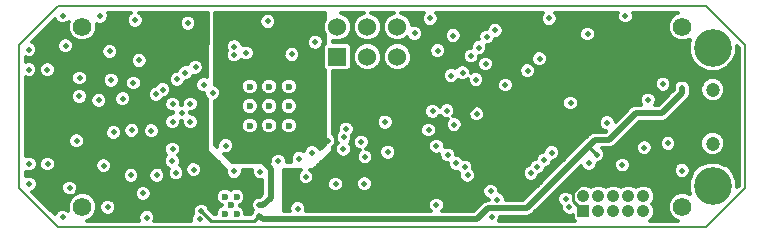
<source format=gbr>
G04 (created by PCBNEW-RS274X (2010-12-28 BZR 2695)-testing) date Sun Apr 24 11:48:03 2011*
G01*
G70*
G90*
%MOIN*%
G04 Gerber Fmt 3.4, Leading zero omitted, Abs format*
%FSLAX34Y34*%
G04 APERTURE LIST*
%ADD10C,0.008000*%
%ADD11R,0.060000X0.060000*%
%ADD12C,0.060000*%
%ADD13C,0.062000*%
%ADD14R,0.042000X0.042000*%
%ADD15C,0.042000*%
%ADD16C,0.023600*%
%ADD17C,0.019700*%
%ADD18C,0.047200*%
%ADD19C,0.126000*%
%ADD20C,0.020000*%
%ADD21C,0.020000*%
%ADD22C,0.010000*%
%ADD23C,0.007000*%
%ADD24C,0.012000*%
G04 APERTURE END LIST*
G54D10*
X19200Y-14320D02*
X40800Y-14320D01*
X40800Y-21680D02*
X19200Y-21680D01*
X17900Y-20380D02*
X17900Y-15620D01*
X42100Y-20380D02*
X42100Y-15620D01*
X17900Y-20380D02*
X19200Y-21680D01*
X42100Y-20380D02*
X40800Y-21680D01*
X42100Y-15620D02*
X40800Y-14320D01*
X17900Y-15620D02*
X19200Y-14320D01*
G54D11*
X28500Y-16000D03*
G54D12*
X28500Y-15000D03*
X29500Y-16000D03*
X29500Y-15000D03*
X30500Y-16000D03*
X30500Y-15000D03*
G54D13*
X20000Y-15000D03*
X40000Y-15000D03*
X40000Y-21000D03*
X20000Y-21000D03*
G54D14*
X36700Y-21150D03*
G54D15*
X36700Y-20650D03*
X37200Y-21150D03*
X37200Y-20650D03*
X37700Y-21150D03*
X37700Y-20650D03*
X38200Y-21150D03*
X38200Y-20650D03*
X38700Y-21150D03*
X38700Y-20650D03*
G54D16*
X26231Y-17640D03*
X25581Y-17640D03*
X25581Y-16990D03*
X26231Y-16990D03*
X26881Y-16990D03*
X26881Y-17640D03*
X26881Y-18290D03*
X26231Y-18290D03*
X25581Y-18290D03*
G54D17*
X23306Y-17872D03*
X23011Y-18167D03*
X23601Y-18167D03*
X23601Y-17577D03*
X23011Y-17577D03*
G54D16*
X24940Y-20940D03*
X24743Y-21235D03*
X25137Y-21235D03*
X25137Y-20664D03*
X24743Y-20664D03*
G54D18*
X41017Y-17104D03*
X41017Y-18896D03*
G54D19*
X41017Y-15697D03*
X41017Y-20303D03*
G54D20*
X25900Y-20940D03*
X28170Y-18800D03*
X26030Y-15620D03*
X26690Y-15920D03*
X24550Y-18240D03*
X25960Y-19420D03*
X25040Y-19340D03*
X24520Y-16950D03*
X24740Y-16290D03*
X25060Y-15940D03*
X32150Y-17800D03*
X25460Y-15870D03*
X31670Y-17820D03*
X31540Y-18440D03*
X30090Y-18180D03*
X23434Y-16530D03*
X32290Y-16630D03*
X27220Y-19390D03*
X27760Y-15510D03*
X32670Y-16530D03*
X23160Y-16750D03*
X35560Y-14720D03*
X33760Y-15120D03*
X32390Y-18260D03*
X32180Y-19270D03*
X28790Y-18410D03*
X33440Y-16240D03*
X38100Y-14640D03*
X23967Y-21142D03*
X25900Y-21300D03*
X39990Y-17040D03*
X37140Y-19260D03*
X38860Y-17880D03*
X34950Y-19880D03*
X35640Y-19190D03*
X35390Y-19440D03*
X35160Y-19670D03*
X22598Y-20354D03*
X25910Y-20580D03*
X22100Y-16870D03*
X21610Y-19540D03*
X24080Y-18920D03*
X24010Y-19630D03*
X27190Y-19885D03*
X33620Y-17420D03*
X32660Y-18380D03*
X37080Y-17970D03*
X33310Y-20290D03*
X36280Y-18750D03*
X38750Y-14640D03*
X38730Y-15910D03*
X37460Y-14640D03*
X30780Y-19180D03*
X30960Y-15820D03*
X33000Y-14720D03*
X38720Y-19600D03*
X35560Y-15180D03*
X21890Y-16120D03*
X20910Y-15820D03*
X20590Y-14650D03*
X23520Y-14880D03*
X23005Y-19080D03*
X22995Y-19475D03*
X23120Y-19872D03*
X27180Y-21060D03*
X27440Y-20000D03*
X25925Y-19823D03*
X20846Y-21014D03*
X22028Y-20551D03*
X22146Y-21358D03*
X20545Y-17450D03*
X21340Y-17390D03*
X21645Y-18455D03*
X20710Y-19630D03*
X19810Y-18800D03*
X21040Y-18520D03*
X23710Y-19760D03*
X19340Y-14640D03*
X18220Y-16430D03*
X18220Y-15760D03*
X19440Y-15630D03*
X19905Y-16705D03*
X18835Y-16430D03*
X18840Y-19570D03*
X36840Y-15240D03*
X36270Y-17540D03*
X33610Y-20480D03*
X28720Y-18680D03*
X25060Y-15660D03*
X26980Y-15920D03*
X38860Y-17440D03*
X37490Y-18200D03*
X26180Y-14820D03*
X21760Y-14780D03*
X23770Y-16350D03*
X20960Y-16780D03*
X19570Y-20370D03*
X18230Y-20240D03*
X18230Y-19570D03*
X19340Y-21350D03*
X33120Y-16760D03*
X22460Y-17250D03*
X22680Y-17090D03*
X22300Y-18460D03*
X21620Y-19950D03*
X22480Y-19950D03*
X24040Y-16930D03*
X24340Y-17200D03*
X24780Y-18960D03*
X25060Y-19820D03*
X27660Y-19200D03*
X31800Y-20940D03*
X28700Y-19080D03*
X29420Y-19340D03*
X30180Y-19180D03*
X31800Y-18980D03*
X33140Y-17900D03*
X34100Y-16940D03*
X19900Y-17320D03*
X21700Y-16870D03*
X31070Y-15220D03*
X31590Y-14720D03*
X33480Y-15340D03*
X35240Y-16060D03*
X38000Y-19610D03*
X39990Y-19790D03*
X33640Y-21330D03*
X36110Y-20740D03*
X31840Y-15790D03*
X33830Y-20760D03*
X26530Y-19480D03*
X32460Y-19550D03*
X32950Y-15970D03*
X36230Y-21010D03*
X39355Y-16910D03*
X39520Y-18885D03*
X29400Y-20230D03*
X32840Y-19950D03*
X33220Y-15690D03*
X32360Y-15290D03*
X29290Y-18840D03*
X34840Y-16460D03*
X38730Y-19030D03*
X36890Y-19550D03*
X23907Y-21407D03*
X32750Y-19670D03*
X28440Y-20240D03*
G54D21*
X25900Y-20940D02*
X26030Y-20940D01*
X26280Y-19740D02*
X25960Y-19420D01*
X26280Y-20690D02*
X26280Y-19740D01*
X26030Y-20940D02*
X26280Y-20690D01*
G54D22*
X28170Y-18800D02*
X26580Y-18800D01*
X26580Y-18800D02*
X25960Y-19420D01*
X26030Y-15620D02*
X26030Y-15970D01*
X26030Y-15970D02*
X25710Y-16290D01*
X24740Y-16290D02*
X25710Y-16290D01*
X25710Y-16290D02*
X26320Y-16290D01*
X26320Y-16290D02*
X26690Y-15920D01*
X24550Y-18240D02*
X24550Y-18260D01*
X25040Y-18750D02*
X25040Y-19340D01*
X24550Y-18260D02*
X25040Y-18750D01*
X24740Y-18050D02*
X24550Y-18240D01*
X24740Y-16730D02*
X24740Y-18050D01*
X25040Y-19340D02*
X25880Y-19340D01*
X25880Y-19340D02*
X25960Y-19420D01*
X24740Y-16290D02*
X24740Y-16730D01*
X24740Y-16730D02*
X24520Y-16950D01*
X23967Y-21142D02*
X24301Y-21476D01*
X25724Y-21476D02*
X25900Y-21300D01*
X24301Y-21476D02*
X25724Y-21476D01*
G54D21*
X33160Y-21420D02*
X26020Y-21420D01*
X36920Y-18940D02*
X34810Y-21050D01*
X34810Y-21050D02*
X33530Y-21050D01*
X33530Y-21050D02*
X33160Y-21420D01*
X26020Y-21420D02*
X25900Y-21300D01*
X39990Y-17220D02*
X39330Y-17880D01*
X39990Y-17040D02*
X39990Y-17220D01*
X39330Y-17880D02*
X38730Y-17880D01*
G54D22*
X37140Y-19260D02*
X36920Y-19040D01*
X36920Y-19040D02*
X36920Y-18940D01*
G54D21*
X38730Y-17880D02*
X38860Y-17880D01*
X38730Y-17880D02*
X38450Y-17880D01*
X37560Y-18770D02*
X37090Y-18770D01*
X37090Y-18770D02*
X36920Y-18940D01*
X38450Y-17880D02*
X37560Y-18770D01*
G54D22*
X24010Y-19630D02*
X24010Y-20354D01*
X24010Y-20354D02*
X24055Y-20354D01*
G54D21*
X22598Y-20354D02*
X24055Y-20354D01*
X24055Y-20354D02*
X25684Y-20354D01*
X25684Y-20354D02*
X25910Y-20580D01*
G54D22*
X21610Y-19540D02*
X21616Y-19540D01*
X22430Y-20354D02*
X22598Y-20354D01*
X21616Y-19540D02*
X22430Y-20354D01*
X22100Y-16870D02*
X22100Y-18320D01*
X21610Y-18810D02*
X21610Y-19540D01*
X22100Y-18320D02*
X21610Y-18810D01*
X24010Y-19630D02*
X24010Y-18990D01*
G54D23*
X24010Y-18990D02*
X24080Y-18920D01*
G54D21*
X29705Y-20591D02*
X27621Y-20591D01*
X30780Y-19180D02*
X30780Y-19516D01*
X30780Y-19516D02*
X29705Y-20591D01*
X27155Y-19920D02*
X27190Y-19885D01*
X27155Y-20125D02*
X27155Y-19920D01*
X27621Y-20591D02*
X27155Y-20125D01*
G54D22*
X32660Y-18380D02*
X32660Y-18030D01*
X33270Y-17420D02*
X33620Y-17420D01*
X32660Y-18030D02*
X33270Y-17420D01*
X36700Y-21150D02*
X36700Y-21140D01*
X36350Y-20510D02*
X37010Y-19850D01*
X36350Y-20790D02*
X36350Y-20510D01*
X36700Y-21140D02*
X36350Y-20790D01*
X38470Y-19850D02*
X38720Y-19600D01*
X37010Y-19850D02*
X38470Y-19850D01*
X37460Y-14640D02*
X36100Y-14640D01*
X36100Y-14640D02*
X35560Y-15180D01*
X33310Y-20290D02*
X33310Y-19030D01*
X33310Y-19030D02*
X32660Y-18380D01*
X30960Y-19000D02*
X31360Y-19000D01*
X31360Y-19000D02*
X31700Y-18660D01*
X31700Y-18660D02*
X32380Y-18660D01*
X32380Y-18660D02*
X32660Y-18380D01*
X36280Y-18750D02*
X36300Y-18750D01*
X36300Y-18750D02*
X37450Y-17600D01*
X38730Y-15910D02*
X38730Y-16320D01*
X38730Y-16320D02*
X37450Y-17600D01*
X38730Y-15910D02*
X37460Y-14640D01*
X38730Y-15910D02*
X39780Y-15910D01*
X39780Y-15910D02*
X40480Y-16610D01*
X40480Y-16610D02*
X40480Y-18410D01*
X40480Y-18410D02*
X39290Y-19600D01*
X39290Y-19600D02*
X38720Y-19600D01*
X38750Y-14640D02*
X38750Y-15890D01*
X38750Y-15890D02*
X38730Y-15910D01*
X30960Y-15820D02*
X30960Y-18660D01*
X30960Y-18660D02*
X30960Y-19000D01*
X30960Y-19000D02*
X30780Y-19180D01*
X30960Y-15820D02*
X30960Y-15810D01*
X30960Y-15810D02*
X32050Y-14720D01*
X32050Y-14720D02*
X33000Y-14720D01*
X33000Y-14720D02*
X35100Y-14720D01*
X35100Y-14720D02*
X35560Y-15180D01*
G54D24*
X24410Y-14530D02*
X28080Y-14530D01*
X24410Y-14626D02*
X25978Y-14626D01*
X26382Y-14626D02*
X28080Y-14626D01*
X24410Y-14722D02*
X25917Y-14722D01*
X26442Y-14722D02*
X28080Y-14722D01*
X24410Y-14818D02*
X25900Y-14818D01*
X26460Y-14818D02*
X28055Y-14818D01*
X24410Y-14914D02*
X25916Y-14914D01*
X26445Y-14914D02*
X26460Y-14914D01*
X26460Y-14914D02*
X28020Y-14914D01*
X24410Y-15010D02*
X25974Y-15010D01*
X26386Y-15010D02*
X26460Y-15010D01*
X26460Y-15010D02*
X28020Y-15010D01*
X24410Y-15106D02*
X26460Y-15106D01*
X26460Y-15106D02*
X28025Y-15106D01*
X24410Y-15202D02*
X26460Y-15202D01*
X26460Y-15202D02*
X28065Y-15202D01*
X24410Y-15298D02*
X26460Y-15298D01*
X26460Y-15298D02*
X27576Y-15298D01*
X27944Y-15298D02*
X28080Y-15298D01*
X24410Y-15394D02*
X24970Y-15394D01*
X25149Y-15394D02*
X26460Y-15394D01*
X26460Y-15394D02*
X27505Y-15394D01*
X28015Y-15394D02*
X28080Y-15394D01*
X24410Y-15490D02*
X24834Y-15490D01*
X25286Y-15490D02*
X26460Y-15490D01*
X26460Y-15490D02*
X27480Y-15490D01*
X28040Y-15490D02*
X28080Y-15490D01*
X24410Y-15586D02*
X24787Y-15586D01*
X25332Y-15586D02*
X26460Y-15586D01*
X26460Y-15586D02*
X27489Y-15586D01*
X28032Y-15586D02*
X28040Y-15586D01*
X28040Y-15586D02*
X28059Y-15586D01*
X24410Y-15682D02*
X24780Y-15682D01*
X25668Y-15682D02*
X26460Y-15682D01*
X26460Y-15682D02*
X26822Y-15682D01*
X27136Y-15682D02*
X27536Y-15682D01*
X27984Y-15682D02*
X28020Y-15682D01*
X24410Y-15778D02*
X24806Y-15778D01*
X25724Y-15778D02*
X26460Y-15778D01*
X26460Y-15778D02*
X26735Y-15778D01*
X27224Y-15778D02*
X27676Y-15778D01*
X27845Y-15778D02*
X28020Y-15778D01*
X24410Y-15874D02*
X24784Y-15874D01*
X25740Y-15874D02*
X26460Y-15874D01*
X26460Y-15874D02*
X26700Y-15874D01*
X27260Y-15874D02*
X28020Y-15874D01*
X24410Y-15970D02*
X24780Y-15970D01*
X25722Y-15970D02*
X25740Y-15970D01*
X25740Y-15970D02*
X26460Y-15970D01*
X26460Y-15970D02*
X26700Y-15970D01*
X27260Y-15970D02*
X28020Y-15970D01*
X24410Y-16066D02*
X24809Y-16066D01*
X25660Y-16066D02*
X25740Y-16066D01*
X25740Y-16066D02*
X26460Y-16066D01*
X26460Y-16066D02*
X26738Y-16066D01*
X27223Y-16066D02*
X27260Y-16066D01*
X27260Y-16066D02*
X28020Y-16066D01*
X24410Y-16162D02*
X24886Y-16162D01*
X25234Y-16162D02*
X25740Y-16162D01*
X25740Y-16162D02*
X26460Y-16162D01*
X26460Y-16162D02*
X26833Y-16162D01*
X27129Y-16162D02*
X27260Y-16162D01*
X27260Y-16162D02*
X28020Y-16162D01*
X24410Y-16258D02*
X25740Y-16258D01*
X25740Y-16258D02*
X26460Y-16258D01*
X26460Y-16258D02*
X27260Y-16258D01*
X27260Y-16258D02*
X28020Y-16258D01*
X24410Y-16354D02*
X25740Y-16354D01*
X25740Y-16354D02*
X26460Y-16354D01*
X26460Y-16354D02*
X27260Y-16354D01*
X27260Y-16354D02*
X28028Y-16354D01*
X24410Y-16450D02*
X25740Y-16450D01*
X25740Y-16450D02*
X26460Y-16450D01*
X26460Y-16450D02*
X27260Y-16450D01*
X27260Y-16450D02*
X28080Y-16450D01*
X24410Y-16546D02*
X25740Y-16546D01*
X25740Y-16546D02*
X26460Y-16546D01*
X26460Y-16546D02*
X27260Y-16546D01*
X27260Y-16546D02*
X28080Y-16546D01*
X24410Y-16642D02*
X25740Y-16642D01*
X25740Y-16642D02*
X26460Y-16642D01*
X26460Y-16642D02*
X27260Y-16642D01*
X27260Y-16642D02*
X28080Y-16642D01*
X24410Y-16738D02*
X25413Y-16738D01*
X25749Y-16738D02*
X26063Y-16738D01*
X26399Y-16738D02*
X26460Y-16738D01*
X26460Y-16738D02*
X26713Y-16738D01*
X27049Y-16738D02*
X27260Y-16738D01*
X27260Y-16738D02*
X28080Y-16738D01*
X24410Y-16834D02*
X25324Y-16834D01*
X25837Y-16834D02*
X25974Y-16834D01*
X26487Y-16834D02*
X26624Y-16834D01*
X27137Y-16834D02*
X27260Y-16834D01*
X27260Y-16834D02*
X28080Y-16834D01*
X24421Y-16930D02*
X25284Y-16930D01*
X25877Y-16930D02*
X25934Y-16930D01*
X26527Y-16930D02*
X26584Y-16930D01*
X27177Y-16930D02*
X27260Y-16930D01*
X27260Y-16930D02*
X28080Y-16930D01*
X24562Y-17026D02*
X25284Y-17026D01*
X25878Y-17026D02*
X25934Y-17026D01*
X26528Y-17026D02*
X26584Y-17026D01*
X27178Y-17026D02*
X27260Y-17026D01*
X27260Y-17026D02*
X28080Y-17026D01*
X24610Y-17122D02*
X25315Y-17122D01*
X25848Y-17122D02*
X25878Y-17122D01*
X25878Y-17122D02*
X25965Y-17122D01*
X26498Y-17122D02*
X26528Y-17122D01*
X26528Y-17122D02*
X26615Y-17122D01*
X27148Y-17122D02*
X27178Y-17122D01*
X27178Y-17122D02*
X27260Y-17122D01*
X27260Y-17122D02*
X28080Y-17122D01*
X24620Y-17218D02*
X25389Y-17218D01*
X25773Y-17218D02*
X25878Y-17218D01*
X25878Y-17218D02*
X26039Y-17218D01*
X26423Y-17218D02*
X26528Y-17218D01*
X26528Y-17218D02*
X26689Y-17218D01*
X27073Y-17218D02*
X27178Y-17218D01*
X27178Y-17218D02*
X27260Y-17218D01*
X27260Y-17218D02*
X28080Y-17218D01*
X24596Y-17314D02*
X25878Y-17314D01*
X25878Y-17314D02*
X26528Y-17314D01*
X26528Y-17314D02*
X27178Y-17314D01*
X27178Y-17314D02*
X27260Y-17314D01*
X27260Y-17314D02*
X28080Y-17314D01*
X24526Y-17410D02*
X25391Y-17410D01*
X25771Y-17410D02*
X25878Y-17410D01*
X25878Y-17410D02*
X26041Y-17410D01*
X26421Y-17410D02*
X26528Y-17410D01*
X26528Y-17410D02*
X26691Y-17410D01*
X27071Y-17410D02*
X27178Y-17410D01*
X27178Y-17410D02*
X27260Y-17410D01*
X27260Y-17410D02*
X28080Y-17410D01*
X24410Y-17506D02*
X25314Y-17506D01*
X25847Y-17506D02*
X25878Y-17506D01*
X25878Y-17506D02*
X25964Y-17506D01*
X26497Y-17506D02*
X26528Y-17506D01*
X26528Y-17506D02*
X26614Y-17506D01*
X27147Y-17506D02*
X27178Y-17506D01*
X27178Y-17506D02*
X27260Y-17506D01*
X27260Y-17506D02*
X28080Y-17506D01*
X24410Y-17602D02*
X25284Y-17602D01*
X25878Y-17602D02*
X25934Y-17602D01*
X26528Y-17602D02*
X26584Y-17602D01*
X27178Y-17602D02*
X27260Y-17602D01*
X27260Y-17602D02*
X28080Y-17602D01*
X24410Y-17698D02*
X25284Y-17698D01*
X25878Y-17698D02*
X25934Y-17698D01*
X26528Y-17698D02*
X26584Y-17698D01*
X27178Y-17698D02*
X27260Y-17698D01*
X27260Y-17698D02*
X28080Y-17698D01*
X24410Y-17794D02*
X25324Y-17794D01*
X25839Y-17794D02*
X25878Y-17794D01*
X25878Y-17794D02*
X25974Y-17794D01*
X26489Y-17794D02*
X26528Y-17794D01*
X26528Y-17794D02*
X26624Y-17794D01*
X27139Y-17794D02*
X27178Y-17794D01*
X27178Y-17794D02*
X27260Y-17794D01*
X27260Y-17794D02*
X28080Y-17794D01*
X24410Y-17890D02*
X25411Y-17890D01*
X25751Y-17890D02*
X25878Y-17890D01*
X25878Y-17890D02*
X26061Y-17890D01*
X26401Y-17890D02*
X26528Y-17890D01*
X26528Y-17890D02*
X26711Y-17890D01*
X27051Y-17890D02*
X27178Y-17890D01*
X27178Y-17890D02*
X27260Y-17890D01*
X27260Y-17890D02*
X28080Y-17890D01*
X24410Y-17986D02*
X25878Y-17986D01*
X25878Y-17986D02*
X26528Y-17986D01*
X26528Y-17986D02*
X27178Y-17986D01*
X27178Y-17986D02*
X27260Y-17986D01*
X27260Y-17986D02*
X28080Y-17986D01*
X24410Y-18082D02*
X25369Y-18082D01*
X25793Y-18082D02*
X25878Y-18082D01*
X25878Y-18082D02*
X26019Y-18082D01*
X26443Y-18082D02*
X26528Y-18082D01*
X26528Y-18082D02*
X26669Y-18082D01*
X27093Y-18082D02*
X27178Y-18082D01*
X27178Y-18082D02*
X27260Y-18082D01*
X27260Y-18082D02*
X28080Y-18082D01*
X24410Y-18178D02*
X25305Y-18178D01*
X25856Y-18178D02*
X25878Y-18178D01*
X25878Y-18178D02*
X25955Y-18178D01*
X26506Y-18178D02*
X26528Y-18178D01*
X26528Y-18178D02*
X26605Y-18178D01*
X27156Y-18178D02*
X27178Y-18178D01*
X27178Y-18178D02*
X27260Y-18178D01*
X27260Y-18178D02*
X28080Y-18178D01*
X24410Y-18274D02*
X25284Y-18274D01*
X25878Y-18274D02*
X25934Y-18274D01*
X26528Y-18274D02*
X26584Y-18274D01*
X27178Y-18274D02*
X27260Y-18274D01*
X27260Y-18274D02*
X28080Y-18274D01*
X24410Y-18370D02*
X25293Y-18370D01*
X25870Y-18370D02*
X25878Y-18370D01*
X25878Y-18370D02*
X25943Y-18370D01*
X26520Y-18370D02*
X26528Y-18370D01*
X26528Y-18370D02*
X26593Y-18370D01*
X27170Y-18370D02*
X27178Y-18370D01*
X27178Y-18370D02*
X27260Y-18370D01*
X27260Y-18370D02*
X28080Y-18370D01*
X24410Y-18466D02*
X25337Y-18466D01*
X25825Y-18466D02*
X25878Y-18466D01*
X25878Y-18466D02*
X25987Y-18466D01*
X26475Y-18466D02*
X26528Y-18466D01*
X26528Y-18466D02*
X26637Y-18466D01*
X27125Y-18466D02*
X27178Y-18466D01*
X27178Y-18466D02*
X27260Y-18466D01*
X27260Y-18466D02*
X28080Y-18466D01*
X24410Y-18562D02*
X25462Y-18562D01*
X25701Y-18562D02*
X25878Y-18562D01*
X25878Y-18562D02*
X26112Y-18562D01*
X26351Y-18562D02*
X26528Y-18562D01*
X26528Y-18562D02*
X26762Y-18562D01*
X27001Y-18562D02*
X27178Y-18562D01*
X27178Y-18562D02*
X27260Y-18562D01*
X27260Y-18562D02*
X28080Y-18562D01*
X24410Y-18658D02*
X25878Y-18658D01*
X25878Y-18658D02*
X26528Y-18658D01*
X26528Y-18658D02*
X27178Y-18658D01*
X27178Y-18658D02*
X27260Y-18658D01*
X27260Y-18658D02*
X28080Y-18658D01*
X24410Y-18754D02*
X24590Y-18754D01*
X24970Y-18754D02*
X25878Y-18754D01*
X25878Y-18754D02*
X26528Y-18754D01*
X26528Y-18754D02*
X27178Y-18754D01*
X27178Y-18754D02*
X27260Y-18754D01*
X27260Y-18754D02*
X28080Y-18754D01*
X24410Y-18850D02*
X24522Y-18850D01*
X25037Y-18850D02*
X25878Y-18850D01*
X25878Y-18850D02*
X26528Y-18850D01*
X26528Y-18850D02*
X27178Y-18850D01*
X27178Y-18850D02*
X27260Y-18850D01*
X27260Y-18850D02*
X28080Y-18850D01*
X24431Y-18946D02*
X24500Y-18946D01*
X25060Y-18946D02*
X25878Y-18946D01*
X25878Y-18946D02*
X26528Y-18946D01*
X26528Y-18946D02*
X27178Y-18946D01*
X27178Y-18946D02*
X27260Y-18946D01*
X27260Y-18946D02*
X27541Y-18946D01*
X27778Y-18946D02*
X28058Y-18946D01*
X25050Y-19042D02*
X25878Y-19042D01*
X25878Y-19042D02*
X26528Y-19042D01*
X26528Y-19042D02*
X27178Y-19042D01*
X27178Y-19042D02*
X27260Y-19042D01*
X27260Y-19042D02*
X27422Y-19042D01*
X27898Y-19042D02*
X27962Y-19042D01*
X24998Y-19138D02*
X25878Y-19138D01*
X25878Y-19138D02*
X26528Y-19138D01*
X26528Y-19138D02*
X27096Y-19138D01*
X27343Y-19138D02*
X27382Y-19138D01*
X24850Y-19234D02*
X25878Y-19234D01*
X25878Y-19234D02*
X26391Y-19234D01*
X26667Y-19234D02*
X26981Y-19234D01*
X24815Y-19330D02*
X25878Y-19330D01*
X25878Y-19330D02*
X26289Y-19330D01*
X26771Y-19330D02*
X26941Y-19330D01*
X24911Y-19426D02*
X25878Y-19426D01*
X25878Y-19426D02*
X26250Y-19426D01*
X26810Y-19426D02*
X26940Y-19426D01*
X28080Y-18925D02*
X27916Y-19088D01*
X27898Y-19042D01*
X27819Y-18963D01*
X27716Y-18920D01*
X27605Y-18920D01*
X27502Y-18962D01*
X27423Y-19041D01*
X27380Y-19144D01*
X27380Y-19154D01*
X27379Y-19153D01*
X27276Y-19110D01*
X27260Y-19110D01*
X27260Y-15976D01*
X27260Y-15865D01*
X27218Y-15762D01*
X27139Y-15683D01*
X27036Y-15640D01*
X26925Y-15640D01*
X26822Y-15682D01*
X26743Y-15761D01*
X26700Y-15864D01*
X26700Y-15975D01*
X26742Y-16078D01*
X26821Y-16157D01*
X26924Y-16200D01*
X27035Y-16200D01*
X27138Y-16158D01*
X27217Y-16079D01*
X27260Y-15976D01*
X27260Y-19110D01*
X27178Y-19110D01*
X27178Y-18349D01*
X27178Y-18231D01*
X27178Y-17699D01*
X27178Y-17581D01*
X27178Y-17049D01*
X27178Y-16931D01*
X27133Y-16822D01*
X27049Y-16738D01*
X26940Y-16693D01*
X26822Y-16693D01*
X26713Y-16738D01*
X26629Y-16822D01*
X26584Y-16931D01*
X26584Y-17049D01*
X26629Y-17158D01*
X26713Y-17242D01*
X26822Y-17287D01*
X26940Y-17287D01*
X27049Y-17242D01*
X27133Y-17158D01*
X27178Y-17049D01*
X27178Y-17581D01*
X27133Y-17472D01*
X27049Y-17388D01*
X26940Y-17343D01*
X26822Y-17343D01*
X26713Y-17388D01*
X26629Y-17472D01*
X26584Y-17581D01*
X26584Y-17699D01*
X26629Y-17808D01*
X26713Y-17892D01*
X26822Y-17937D01*
X26940Y-17937D01*
X27049Y-17892D01*
X27133Y-17808D01*
X27178Y-17699D01*
X27178Y-18231D01*
X27133Y-18122D01*
X27049Y-18038D01*
X26940Y-17993D01*
X26822Y-17993D01*
X26713Y-18038D01*
X26629Y-18122D01*
X26584Y-18231D01*
X26584Y-18349D01*
X26629Y-18458D01*
X26713Y-18542D01*
X26822Y-18587D01*
X26940Y-18587D01*
X27049Y-18542D01*
X27133Y-18458D01*
X27178Y-18349D01*
X27178Y-19110D01*
X27165Y-19110D01*
X27062Y-19152D01*
X26983Y-19231D01*
X26940Y-19334D01*
X26940Y-19445D01*
X26958Y-19490D01*
X26810Y-19490D01*
X26810Y-19425D01*
X26768Y-19322D01*
X26689Y-19243D01*
X26586Y-19200D01*
X26528Y-19200D01*
X26528Y-18349D01*
X26528Y-18231D01*
X26528Y-17699D01*
X26528Y-17581D01*
X26528Y-17049D01*
X26528Y-16931D01*
X26483Y-16822D01*
X26460Y-16799D01*
X26460Y-14876D01*
X26460Y-14765D01*
X26418Y-14662D01*
X26339Y-14583D01*
X26236Y-14540D01*
X26125Y-14540D01*
X26022Y-14582D01*
X25943Y-14661D01*
X25900Y-14764D01*
X25900Y-14875D01*
X25942Y-14978D01*
X26021Y-15057D01*
X26124Y-15100D01*
X26235Y-15100D01*
X26338Y-15058D01*
X26417Y-14979D01*
X26460Y-14876D01*
X26460Y-16799D01*
X26399Y-16738D01*
X26290Y-16693D01*
X26172Y-16693D01*
X26063Y-16738D01*
X25979Y-16822D01*
X25934Y-16931D01*
X25934Y-17049D01*
X25979Y-17158D01*
X26063Y-17242D01*
X26172Y-17287D01*
X26290Y-17287D01*
X26399Y-17242D01*
X26483Y-17158D01*
X26528Y-17049D01*
X26528Y-17581D01*
X26483Y-17472D01*
X26399Y-17388D01*
X26290Y-17343D01*
X26172Y-17343D01*
X26063Y-17388D01*
X25979Y-17472D01*
X25934Y-17581D01*
X25934Y-17699D01*
X25979Y-17808D01*
X26063Y-17892D01*
X26172Y-17937D01*
X26290Y-17937D01*
X26399Y-17892D01*
X26483Y-17808D01*
X26528Y-17699D01*
X26528Y-18231D01*
X26483Y-18122D01*
X26399Y-18038D01*
X26290Y-17993D01*
X26172Y-17993D01*
X26063Y-18038D01*
X25979Y-18122D01*
X25934Y-18231D01*
X25934Y-18349D01*
X25979Y-18458D01*
X26063Y-18542D01*
X26172Y-18587D01*
X26290Y-18587D01*
X26399Y-18542D01*
X26483Y-18458D01*
X26528Y-18349D01*
X26528Y-19200D01*
X26475Y-19200D01*
X26372Y-19242D01*
X26293Y-19321D01*
X26250Y-19424D01*
X26250Y-19490D01*
X25878Y-19490D01*
X25878Y-18349D01*
X25878Y-18231D01*
X25878Y-17699D01*
X25878Y-17581D01*
X25878Y-17049D01*
X25878Y-16931D01*
X25833Y-16822D01*
X25749Y-16738D01*
X25740Y-16734D01*
X25740Y-15926D01*
X25740Y-15815D01*
X25698Y-15712D01*
X25619Y-15633D01*
X25516Y-15590D01*
X25405Y-15590D01*
X25340Y-15616D01*
X25340Y-15605D01*
X25298Y-15502D01*
X25219Y-15423D01*
X25116Y-15380D01*
X25005Y-15380D01*
X24902Y-15422D01*
X24823Y-15501D01*
X24780Y-15604D01*
X24780Y-15715D01*
X24814Y-15800D01*
X24780Y-15884D01*
X24780Y-15995D01*
X24822Y-16098D01*
X24901Y-16177D01*
X25004Y-16220D01*
X25115Y-16220D01*
X25218Y-16178D01*
X25295Y-16101D01*
X25301Y-16107D01*
X25404Y-16150D01*
X25515Y-16150D01*
X25618Y-16108D01*
X25697Y-16029D01*
X25740Y-15926D01*
X25740Y-16734D01*
X25640Y-16693D01*
X25522Y-16693D01*
X25413Y-16738D01*
X25329Y-16822D01*
X25284Y-16931D01*
X25284Y-17049D01*
X25329Y-17158D01*
X25413Y-17242D01*
X25522Y-17287D01*
X25640Y-17287D01*
X25749Y-17242D01*
X25833Y-17158D01*
X25878Y-17049D01*
X25878Y-17581D01*
X25833Y-17472D01*
X25749Y-17388D01*
X25640Y-17343D01*
X25522Y-17343D01*
X25413Y-17388D01*
X25329Y-17472D01*
X25284Y-17581D01*
X25284Y-17699D01*
X25329Y-17808D01*
X25413Y-17892D01*
X25522Y-17937D01*
X25640Y-17937D01*
X25749Y-17892D01*
X25833Y-17808D01*
X25878Y-17699D01*
X25878Y-18231D01*
X25833Y-18122D01*
X25749Y-18038D01*
X25640Y-17993D01*
X25522Y-17993D01*
X25413Y-18038D01*
X25329Y-18122D01*
X25284Y-18231D01*
X25284Y-18349D01*
X25329Y-18458D01*
X25413Y-18542D01*
X25522Y-18587D01*
X25640Y-18587D01*
X25749Y-18542D01*
X25833Y-18458D01*
X25878Y-18349D01*
X25878Y-19490D01*
X24975Y-19490D01*
X24725Y-19240D01*
X24835Y-19240D01*
X24938Y-19198D01*
X25017Y-19119D01*
X25060Y-19016D01*
X25060Y-18905D01*
X25018Y-18802D01*
X24939Y-18723D01*
X24836Y-18680D01*
X24725Y-18680D01*
X24622Y-18722D01*
X24543Y-18801D01*
X24500Y-18904D01*
X24500Y-19015D01*
X24410Y-18925D01*
X24410Y-17473D01*
X24498Y-17438D01*
X24577Y-17359D01*
X24620Y-17256D01*
X24620Y-17145D01*
X24578Y-17042D01*
X24499Y-16963D01*
X24410Y-16925D01*
X24410Y-14530D01*
X28080Y-14530D01*
X28080Y-14759D01*
X28020Y-14904D01*
X28020Y-15095D01*
X28080Y-15239D01*
X28080Y-15565D01*
X28047Y-15598D01*
X28040Y-15615D01*
X28040Y-15566D01*
X28040Y-15455D01*
X27998Y-15352D01*
X27919Y-15273D01*
X27816Y-15230D01*
X27705Y-15230D01*
X27602Y-15272D01*
X27523Y-15351D01*
X27480Y-15454D01*
X27480Y-15565D01*
X27522Y-15668D01*
X27601Y-15747D01*
X27704Y-15790D01*
X27815Y-15790D01*
X27918Y-15748D01*
X27997Y-15669D01*
X28040Y-15566D01*
X28040Y-15615D01*
X28020Y-15664D01*
X28020Y-15736D01*
X28020Y-16336D01*
X28047Y-16402D01*
X28080Y-16435D01*
X28080Y-18925D01*
X20843Y-14530D02*
X21631Y-14530D01*
X21887Y-14530D02*
X24170Y-14530D01*
X20870Y-14626D02*
X21520Y-14626D01*
X21999Y-14626D02*
X23401Y-14626D01*
X23638Y-14626D02*
X24169Y-14626D01*
X20864Y-14722D02*
X21480Y-14722D01*
X22038Y-14722D02*
X23282Y-14722D01*
X23758Y-14722D02*
X24168Y-14722D01*
X19006Y-14818D02*
X19122Y-14818D01*
X20818Y-14818D02*
X21480Y-14818D01*
X22040Y-14818D02*
X23242Y-14818D01*
X23797Y-14818D02*
X24167Y-14818D01*
X18910Y-14914D02*
X19270Y-14914D01*
X19410Y-14914D02*
X19511Y-14914D01*
X20489Y-14914D02*
X20497Y-14914D01*
X20685Y-14914D02*
X21513Y-14914D01*
X22008Y-14914D02*
X23240Y-14914D01*
X23800Y-14914D02*
X24167Y-14914D01*
X18814Y-15010D02*
X19511Y-15010D01*
X20489Y-15010D02*
X21594Y-15010D01*
X21926Y-15010D02*
X23271Y-15010D01*
X23770Y-15010D02*
X23800Y-15010D01*
X23800Y-15010D02*
X24166Y-15010D01*
X18718Y-15106D02*
X19515Y-15106D01*
X20486Y-15106D02*
X23350Y-15106D01*
X23690Y-15106D02*
X23800Y-15106D01*
X23800Y-15106D02*
X24165Y-15106D01*
X18622Y-15202D02*
X19555Y-15202D01*
X20446Y-15202D02*
X23800Y-15202D01*
X23800Y-15202D02*
X24165Y-15202D01*
X18526Y-15298D02*
X19607Y-15298D01*
X20394Y-15298D02*
X23800Y-15298D01*
X23800Y-15298D02*
X24164Y-15298D01*
X18430Y-15394D02*
X19280Y-15394D01*
X19600Y-15394D02*
X19703Y-15394D01*
X20298Y-15394D02*
X23800Y-15394D01*
X23800Y-15394D02*
X24163Y-15394D01*
X18334Y-15490D02*
X19195Y-15490D01*
X19685Y-15490D02*
X23800Y-15490D01*
X23800Y-15490D02*
X24163Y-15490D01*
X18442Y-15586D02*
X19160Y-15586D01*
X19720Y-15586D02*
X20748Y-15586D01*
X21072Y-15586D02*
X23800Y-15586D01*
X23800Y-15586D02*
X24162Y-15586D01*
X18490Y-15682D02*
X19160Y-15682D01*
X19720Y-15682D02*
X20664Y-15682D01*
X21156Y-15682D02*
X23800Y-15682D01*
X23800Y-15682D02*
X24161Y-15682D01*
X18500Y-15778D02*
X19198Y-15778D01*
X19682Y-15778D02*
X19720Y-15778D01*
X19720Y-15778D02*
X20630Y-15778D01*
X21190Y-15778D02*
X23800Y-15778D01*
X23800Y-15778D02*
X24161Y-15778D01*
X18476Y-15874D02*
X19298Y-15874D01*
X19584Y-15874D02*
X19720Y-15874D01*
X19720Y-15874D02*
X20630Y-15874D01*
X21190Y-15874D02*
X21751Y-15874D01*
X22027Y-15874D02*
X23800Y-15874D01*
X23800Y-15874D02*
X24160Y-15874D01*
X18406Y-15970D02*
X19720Y-15970D01*
X19720Y-15970D02*
X20669Y-15970D01*
X21151Y-15970D02*
X21190Y-15970D01*
X21190Y-15970D02*
X21649Y-15970D01*
X22131Y-15970D02*
X23800Y-15970D01*
X23800Y-15970D02*
X24159Y-15970D01*
X18110Y-16066D02*
X19720Y-16066D01*
X19720Y-16066D02*
X20773Y-16066D01*
X21049Y-16066D02*
X21190Y-16066D01*
X21190Y-16066D02*
X21610Y-16066D01*
X22170Y-16066D02*
X23800Y-16066D01*
X23800Y-16066D02*
X24159Y-16066D01*
X18110Y-16162D02*
X18135Y-16162D01*
X18304Y-16162D02*
X18750Y-16162D01*
X18919Y-16162D02*
X19720Y-16162D01*
X19720Y-16162D02*
X21190Y-16162D01*
X21190Y-16162D02*
X21610Y-16162D01*
X22170Y-16162D02*
X23562Y-16162D01*
X23978Y-16162D02*
X24158Y-16162D01*
X18444Y-16258D02*
X18611Y-16258D01*
X19059Y-16258D02*
X19720Y-16258D01*
X19720Y-16258D02*
X21190Y-16258D01*
X21190Y-16258D02*
X21644Y-16258D01*
X22136Y-16258D02*
X22170Y-16258D01*
X22170Y-16258D02*
X23359Y-16258D01*
X24034Y-16258D02*
X24157Y-16258D01*
X18491Y-16354D02*
X18563Y-16354D01*
X19106Y-16354D02*
X19720Y-16354D01*
X19720Y-16354D02*
X21190Y-16354D01*
X21190Y-16354D02*
X21728Y-16354D01*
X22052Y-16354D02*
X22170Y-16354D01*
X22170Y-16354D02*
X23214Y-16354D01*
X24050Y-16354D02*
X24157Y-16354D01*
X18500Y-16450D02*
X18555Y-16450D01*
X19115Y-16450D02*
X19720Y-16450D01*
X19720Y-16450D02*
X19788Y-16450D01*
X20020Y-16450D02*
X21190Y-16450D01*
X21190Y-16450D02*
X22170Y-16450D01*
X22170Y-16450D02*
X23163Y-16450D01*
X24032Y-16450D02*
X24050Y-16450D01*
X24050Y-16450D02*
X24156Y-16450D01*
X18475Y-16546D02*
X18580Y-16546D01*
X19090Y-16546D02*
X19115Y-16546D01*
X19115Y-16546D02*
X19668Y-16546D01*
X20142Y-16546D02*
X20798Y-16546D01*
X21122Y-16546D02*
X21190Y-16546D01*
X21190Y-16546D02*
X22170Y-16546D01*
X22170Y-16546D02*
X22968Y-16546D01*
X23970Y-16546D02*
X24050Y-16546D01*
X24050Y-16546D02*
X24155Y-16546D01*
X18404Y-16642D02*
X18651Y-16642D01*
X19019Y-16642D02*
X19115Y-16642D01*
X19115Y-16642D02*
X19627Y-16642D01*
X20181Y-16642D02*
X20714Y-16642D01*
X21206Y-16642D02*
X21532Y-16642D01*
X21868Y-16642D02*
X22170Y-16642D01*
X22170Y-16642D02*
X22901Y-16642D01*
X23691Y-16642D02*
X24050Y-16642D01*
X24050Y-16642D02*
X24155Y-16642D01*
X18110Y-16738D02*
X19115Y-16738D01*
X19115Y-16738D02*
X19625Y-16738D01*
X20185Y-16738D02*
X20680Y-16738D01*
X21240Y-16738D02*
X21451Y-16738D01*
X21948Y-16738D02*
X22170Y-16738D01*
X22170Y-16738D02*
X22880Y-16738D01*
X23622Y-16738D02*
X23836Y-16738D01*
X18110Y-16834D02*
X19115Y-16834D01*
X19115Y-16834D02*
X19656Y-16834D01*
X20155Y-16834D02*
X20185Y-16834D01*
X20185Y-16834D02*
X20680Y-16834D01*
X21240Y-16834D02*
X21420Y-16834D01*
X21980Y-16834D02*
X22170Y-16834D01*
X22170Y-16834D02*
X22566Y-16834D01*
X22793Y-16834D02*
X22892Y-16834D01*
X23429Y-16834D02*
X23776Y-16834D01*
X18110Y-16930D02*
X19115Y-16930D01*
X19115Y-16930D02*
X19734Y-16930D01*
X20076Y-16930D02*
X20185Y-16930D01*
X20185Y-16930D02*
X20719Y-16930D01*
X21201Y-16930D02*
X21240Y-16930D01*
X21240Y-16930D02*
X21423Y-16930D01*
X21979Y-16930D02*
X21980Y-16930D01*
X21980Y-16930D02*
X22170Y-16930D01*
X22170Y-16930D02*
X22444Y-16930D01*
X22916Y-16930D02*
X22944Y-16930D01*
X23376Y-16930D02*
X23760Y-16930D01*
X18110Y-17026D02*
X19115Y-17026D01*
X19115Y-17026D02*
X20185Y-17026D01*
X20185Y-17026D02*
X20823Y-17026D01*
X21099Y-17026D02*
X21240Y-17026D01*
X21240Y-17026D02*
X21462Y-17026D01*
X21939Y-17026D02*
X21980Y-17026D01*
X21980Y-17026D02*
X22170Y-17026D01*
X22170Y-17026D02*
X22288Y-17026D01*
X22956Y-17026D02*
X23095Y-17026D01*
X23225Y-17026D02*
X23777Y-17026D01*
X18110Y-17122D02*
X19115Y-17122D01*
X19115Y-17122D02*
X19702Y-17122D01*
X20098Y-17122D02*
X20185Y-17122D01*
X20185Y-17122D02*
X21240Y-17122D01*
X21240Y-17122D02*
X21255Y-17122D01*
X21424Y-17122D02*
X21577Y-17122D01*
X21824Y-17122D02*
X21980Y-17122D01*
X21980Y-17122D02*
X22170Y-17122D01*
X22170Y-17122D02*
X22210Y-17122D01*
X22960Y-17122D02*
X23836Y-17122D01*
X18110Y-17218D02*
X19115Y-17218D01*
X19115Y-17218D02*
X19639Y-17218D01*
X20160Y-17218D02*
X20185Y-17218D01*
X20185Y-17218D02*
X20381Y-17218D01*
X20709Y-17218D02*
X21116Y-17218D01*
X21564Y-17218D02*
X21980Y-17218D01*
X21980Y-17218D02*
X22170Y-17218D01*
X22170Y-17218D02*
X22180Y-17218D01*
X22930Y-17218D02*
X22960Y-17218D01*
X22960Y-17218D02*
X24060Y-17218D01*
X18110Y-17314D02*
X19115Y-17314D01*
X19115Y-17314D02*
X19620Y-17314D01*
X20180Y-17314D02*
X20185Y-17314D01*
X20185Y-17314D02*
X20298Y-17314D01*
X20791Y-17314D02*
X21068Y-17314D01*
X21611Y-17314D02*
X21980Y-17314D01*
X21980Y-17314D02*
X22170Y-17314D01*
X22170Y-17314D02*
X22184Y-17314D01*
X22852Y-17314D02*
X22919Y-17314D01*
X23102Y-17314D02*
X23509Y-17314D01*
X23692Y-17314D02*
X24085Y-17314D01*
X18110Y-17410D02*
X19115Y-17410D01*
X19115Y-17410D02*
X19635Y-17410D01*
X20166Y-17410D02*
X20180Y-17410D01*
X20180Y-17410D02*
X20185Y-17410D01*
X20185Y-17410D02*
X20265Y-17410D01*
X20825Y-17410D02*
X21060Y-17410D01*
X21620Y-17410D02*
X21980Y-17410D01*
X21980Y-17410D02*
X22170Y-17410D01*
X22170Y-17410D02*
X22224Y-17410D01*
X22696Y-17410D02*
X22785Y-17410D01*
X23237Y-17410D02*
X23375Y-17410D01*
X23827Y-17410D02*
X24150Y-17410D01*
X18110Y-17506D02*
X19115Y-17506D01*
X19115Y-17506D02*
X19690Y-17506D01*
X20110Y-17506D02*
X20180Y-17506D01*
X20180Y-17506D02*
X20185Y-17506D01*
X20185Y-17506D02*
X20266Y-17506D01*
X20825Y-17506D02*
X20825Y-17506D01*
X20825Y-17506D02*
X21085Y-17506D01*
X21595Y-17506D02*
X21620Y-17506D01*
X21620Y-17506D02*
X21980Y-17506D01*
X21980Y-17506D02*
X22170Y-17506D01*
X22170Y-17506D02*
X22347Y-17506D01*
X22574Y-17506D02*
X22739Y-17506D01*
X23282Y-17506D02*
X23329Y-17506D01*
X23872Y-17506D02*
X24150Y-17506D01*
X18110Y-17602D02*
X19115Y-17602D01*
X19115Y-17602D02*
X20180Y-17602D01*
X20180Y-17602D02*
X20185Y-17602D01*
X20185Y-17602D02*
X20305Y-17602D01*
X20785Y-17602D02*
X20825Y-17602D01*
X20825Y-17602D02*
X21156Y-17602D01*
X21524Y-17602D02*
X21620Y-17602D01*
X21620Y-17602D02*
X21980Y-17602D01*
X21980Y-17602D02*
X22170Y-17602D01*
X22170Y-17602D02*
X22733Y-17602D01*
X23879Y-17602D02*
X24149Y-17602D01*
X18110Y-17698D02*
X19115Y-17698D01*
X19115Y-17698D02*
X20180Y-17698D01*
X20180Y-17698D02*
X20185Y-17698D01*
X20185Y-17698D02*
X20413Y-17698D01*
X20679Y-17698D02*
X20825Y-17698D01*
X20825Y-17698D02*
X21620Y-17698D01*
X21620Y-17698D02*
X21980Y-17698D01*
X21980Y-17698D02*
X22170Y-17698D01*
X22170Y-17698D02*
X22761Y-17698D01*
X23852Y-17698D02*
X24149Y-17698D01*
X18110Y-17794D02*
X19115Y-17794D01*
X19115Y-17794D02*
X20180Y-17794D01*
X20180Y-17794D02*
X20185Y-17794D01*
X20185Y-17794D02*
X20825Y-17794D01*
X20825Y-17794D02*
X21620Y-17794D01*
X21620Y-17794D02*
X21980Y-17794D01*
X21980Y-17794D02*
X22170Y-17794D01*
X22170Y-17794D02*
X22835Y-17794D01*
X23777Y-17794D02*
X24148Y-17794D01*
X18110Y-17890D02*
X19115Y-17890D01*
X19115Y-17890D02*
X20180Y-17890D01*
X20180Y-17890D02*
X20185Y-17890D01*
X20185Y-17890D02*
X20825Y-17890D01*
X20825Y-17890D02*
X21620Y-17890D01*
X21620Y-17890D02*
X21980Y-17890D01*
X21980Y-17890D02*
X22170Y-17890D01*
X22170Y-17890D02*
X22953Y-17890D01*
X23659Y-17890D02*
X24147Y-17890D01*
X18110Y-17986D02*
X19115Y-17986D01*
X19115Y-17986D02*
X20180Y-17986D01*
X20180Y-17986D02*
X20185Y-17986D01*
X20185Y-17986D02*
X20825Y-17986D01*
X20825Y-17986D02*
X21620Y-17986D01*
X21620Y-17986D02*
X21980Y-17986D01*
X21980Y-17986D02*
X22170Y-17986D01*
X22170Y-17986D02*
X22799Y-17986D01*
X23813Y-17986D02*
X24147Y-17986D01*
X18110Y-18082D02*
X19115Y-18082D01*
X19115Y-18082D02*
X20180Y-18082D01*
X20180Y-18082D02*
X20185Y-18082D01*
X20185Y-18082D02*
X20825Y-18082D01*
X20825Y-18082D02*
X21620Y-18082D01*
X21620Y-18082D02*
X21980Y-18082D01*
X21980Y-18082D02*
X22170Y-18082D01*
X22170Y-18082D02*
X22745Y-18082D01*
X23866Y-18082D02*
X24146Y-18082D01*
X18110Y-18178D02*
X19115Y-18178D01*
X19115Y-18178D02*
X20180Y-18178D01*
X20180Y-18178D02*
X20185Y-18178D01*
X20185Y-18178D02*
X20825Y-18178D01*
X20825Y-18178D02*
X21582Y-18178D01*
X21708Y-18178D02*
X21980Y-18178D01*
X21980Y-18178D02*
X22170Y-18178D01*
X22170Y-18178D02*
X22733Y-18178D01*
X23289Y-18178D02*
X23323Y-18178D01*
X23879Y-18178D02*
X24146Y-18178D01*
X18110Y-18274D02*
X19115Y-18274D01*
X19115Y-18274D02*
X20180Y-18274D01*
X20180Y-18274D02*
X20185Y-18274D01*
X20185Y-18274D02*
X20825Y-18274D01*
X20825Y-18274D02*
X20901Y-18274D01*
X21177Y-18274D02*
X21430Y-18274D01*
X21860Y-18274D02*
X21980Y-18274D01*
X21980Y-18274D02*
X22090Y-18274D01*
X22510Y-18274D02*
X22755Y-18274D01*
X23268Y-18274D02*
X23345Y-18274D01*
X23858Y-18274D02*
X23879Y-18274D01*
X23879Y-18274D02*
X24145Y-18274D01*
X18110Y-18370D02*
X19115Y-18370D01*
X19115Y-18370D02*
X20180Y-18370D01*
X20180Y-18370D02*
X20185Y-18370D01*
X20185Y-18370D02*
X20799Y-18370D01*
X21281Y-18370D02*
X21377Y-18370D01*
X21912Y-18370D02*
X21980Y-18370D01*
X21980Y-18370D02*
X22034Y-18370D01*
X22565Y-18370D02*
X22821Y-18370D01*
X23201Y-18370D02*
X23411Y-18370D01*
X23791Y-18370D02*
X23879Y-18370D01*
X23879Y-18370D02*
X24144Y-18370D01*
X18110Y-18466D02*
X19115Y-18466D01*
X19115Y-18466D02*
X20180Y-18466D01*
X20180Y-18466D02*
X20185Y-18466D01*
X20185Y-18466D02*
X20760Y-18466D01*
X21320Y-18466D02*
X21365Y-18466D01*
X21925Y-18466D02*
X21980Y-18466D01*
X21980Y-18466D02*
X22020Y-18466D01*
X22580Y-18466D02*
X23879Y-18466D01*
X23879Y-18466D02*
X24144Y-18466D01*
X18110Y-18562D02*
X19115Y-18562D01*
X19115Y-18562D02*
X19652Y-18562D01*
X19966Y-18562D02*
X20180Y-18562D01*
X20180Y-18562D02*
X20185Y-18562D01*
X20185Y-18562D02*
X20760Y-18562D01*
X21320Y-18562D02*
X21387Y-18562D01*
X21904Y-18562D02*
X21925Y-18562D01*
X21925Y-18562D02*
X21980Y-18562D01*
X21980Y-18562D02*
X22040Y-18562D01*
X22561Y-18562D02*
X22580Y-18562D01*
X22580Y-18562D02*
X23879Y-18562D01*
X23879Y-18562D02*
X24143Y-18562D01*
X18110Y-18658D02*
X19115Y-18658D01*
X19115Y-18658D02*
X19565Y-18658D01*
X20054Y-18658D02*
X20180Y-18658D01*
X20180Y-18658D02*
X20185Y-18658D01*
X20185Y-18658D02*
X20794Y-18658D01*
X21286Y-18658D02*
X21320Y-18658D01*
X21320Y-18658D02*
X21452Y-18658D01*
X21838Y-18658D02*
X21925Y-18658D01*
X21925Y-18658D02*
X21980Y-18658D01*
X21980Y-18658D02*
X22102Y-18658D01*
X22498Y-18658D02*
X22580Y-18658D01*
X22580Y-18658D02*
X23879Y-18658D01*
X23879Y-18658D02*
X24142Y-18658D01*
X18110Y-18754D02*
X19115Y-18754D01*
X19115Y-18754D02*
X19530Y-18754D01*
X20090Y-18754D02*
X20180Y-18754D01*
X20180Y-18754D02*
X20185Y-18754D01*
X20185Y-18754D02*
X20878Y-18754D01*
X21202Y-18754D02*
X21320Y-18754D01*
X21320Y-18754D02*
X21925Y-18754D01*
X21925Y-18754D02*
X21980Y-18754D01*
X21980Y-18754D02*
X22580Y-18754D01*
X22580Y-18754D02*
X23879Y-18754D01*
X23879Y-18754D02*
X24142Y-18754D01*
X18110Y-18850D02*
X19115Y-18850D01*
X19115Y-18850D02*
X19530Y-18850D01*
X20090Y-18850D02*
X20180Y-18850D01*
X20180Y-18850D02*
X20185Y-18850D01*
X20185Y-18850D02*
X21320Y-18850D01*
X21320Y-18850D02*
X21925Y-18850D01*
X21925Y-18850D02*
X21980Y-18850D01*
X21980Y-18850D02*
X22580Y-18850D01*
X22580Y-18850D02*
X22839Y-18850D01*
X23171Y-18850D02*
X23879Y-18850D01*
X23879Y-18850D02*
X24141Y-18850D01*
X18110Y-18946D02*
X19115Y-18946D01*
X19115Y-18946D02*
X19568Y-18946D01*
X20053Y-18946D02*
X20090Y-18946D01*
X20090Y-18946D02*
X20180Y-18946D01*
X20180Y-18946D02*
X20185Y-18946D01*
X20185Y-18946D02*
X21320Y-18946D01*
X21320Y-18946D02*
X21925Y-18946D01*
X21925Y-18946D02*
X21980Y-18946D01*
X21980Y-18946D02*
X22580Y-18946D01*
X22580Y-18946D02*
X22757Y-18946D01*
X23252Y-18946D02*
X23879Y-18946D01*
X23879Y-18946D02*
X24141Y-18946D01*
X18110Y-19042D02*
X19115Y-19042D01*
X19115Y-19042D02*
X19663Y-19042D01*
X19959Y-19042D02*
X20090Y-19042D01*
X20090Y-19042D02*
X20180Y-19042D01*
X20180Y-19042D02*
X20185Y-19042D01*
X20185Y-19042D02*
X21320Y-19042D01*
X21320Y-19042D02*
X21925Y-19042D01*
X21925Y-19042D02*
X21980Y-19042D01*
X21980Y-19042D02*
X22580Y-19042D01*
X22580Y-19042D02*
X22725Y-19042D01*
X23285Y-19042D02*
X23879Y-19042D01*
X23879Y-19042D02*
X24140Y-19042D01*
X18110Y-19138D02*
X19115Y-19138D01*
X19115Y-19138D02*
X20090Y-19138D01*
X20090Y-19138D02*
X20180Y-19138D01*
X20180Y-19138D02*
X20185Y-19138D01*
X20185Y-19138D02*
X21320Y-19138D01*
X21320Y-19138D02*
X21925Y-19138D01*
X21925Y-19138D02*
X21980Y-19138D01*
X21980Y-19138D02*
X22580Y-19138D01*
X22580Y-19138D02*
X22727Y-19138D01*
X23285Y-19138D02*
X23879Y-19138D01*
X23879Y-19138D02*
X24153Y-19138D01*
X18110Y-19234D02*
X19115Y-19234D01*
X19115Y-19234D02*
X20090Y-19234D01*
X20090Y-19234D02*
X20180Y-19234D01*
X20180Y-19234D02*
X20185Y-19234D01*
X20185Y-19234D02*
X21320Y-19234D01*
X21320Y-19234D02*
X21925Y-19234D01*
X21925Y-19234D02*
X21980Y-19234D01*
X21980Y-19234D02*
X22580Y-19234D01*
X22580Y-19234D02*
X22766Y-19234D01*
X23245Y-19234D02*
X23879Y-19234D01*
X23879Y-19234D02*
X24249Y-19234D01*
X18381Y-19330D02*
X18686Y-19330D01*
X18991Y-19330D02*
X19115Y-19330D01*
X19115Y-19330D02*
X20090Y-19330D01*
X20090Y-19330D02*
X20180Y-19330D01*
X20180Y-19330D02*
X20185Y-19330D01*
X20185Y-19330D02*
X21320Y-19330D01*
X21320Y-19330D02*
X21925Y-19330D01*
X21925Y-19330D02*
X21980Y-19330D01*
X21980Y-19330D02*
X22580Y-19330D01*
X22580Y-19330D02*
X22752Y-19330D01*
X23238Y-19330D02*
X23879Y-19330D01*
X23879Y-19330D02*
X24345Y-19330D01*
X18473Y-19426D02*
X18596Y-19426D01*
X19083Y-19426D02*
X19115Y-19426D01*
X19115Y-19426D02*
X20090Y-19426D01*
X20090Y-19426D02*
X20180Y-19426D01*
X20180Y-19426D02*
X20185Y-19426D01*
X20185Y-19426D02*
X20518Y-19426D01*
X20902Y-19426D02*
X21320Y-19426D01*
X21320Y-19426D02*
X21925Y-19426D01*
X21925Y-19426D02*
X21980Y-19426D01*
X21980Y-19426D02*
X22580Y-19426D01*
X22580Y-19426D02*
X22715Y-19426D01*
X23275Y-19426D02*
X23879Y-19426D01*
X23879Y-19426D02*
X24441Y-19426D01*
X18510Y-19522D02*
X18560Y-19522D01*
X19120Y-19522D02*
X20090Y-19522D01*
X20090Y-19522D02*
X20180Y-19522D01*
X20180Y-19522D02*
X20185Y-19522D01*
X20185Y-19522D02*
X20451Y-19522D01*
X20968Y-19522D02*
X21320Y-19522D01*
X21320Y-19522D02*
X21925Y-19522D01*
X21925Y-19522D02*
X21980Y-19522D01*
X21980Y-19522D02*
X22580Y-19522D01*
X22580Y-19522D02*
X22715Y-19522D01*
X23275Y-19522D02*
X23552Y-19522D01*
X23866Y-19522D02*
X23879Y-19522D01*
X23879Y-19522D02*
X24537Y-19522D01*
X18510Y-19618D02*
X18560Y-19618D01*
X19120Y-19618D02*
X20090Y-19618D01*
X20090Y-19618D02*
X20180Y-19618D01*
X20180Y-19618D02*
X20185Y-19618D01*
X20185Y-19618D02*
X20430Y-19618D01*
X20990Y-19618D02*
X21320Y-19618D01*
X21320Y-19618D02*
X21925Y-19618D01*
X21925Y-19618D02*
X21980Y-19618D01*
X21980Y-19618D02*
X22580Y-19618D01*
X22580Y-19618D02*
X22751Y-19618D01*
X23238Y-19618D02*
X23465Y-19618D01*
X23954Y-19618D02*
X24633Y-19618D01*
X18474Y-19714D02*
X18597Y-19714D01*
X19084Y-19714D02*
X19120Y-19714D01*
X19120Y-19714D02*
X20090Y-19714D01*
X20090Y-19714D02*
X20180Y-19714D01*
X20180Y-19714D02*
X20185Y-19714D01*
X20185Y-19714D02*
X20442Y-19714D01*
X20979Y-19714D02*
X20990Y-19714D01*
X20990Y-19714D02*
X21320Y-19714D01*
X21320Y-19714D02*
X21460Y-19714D01*
X21780Y-19714D02*
X21925Y-19714D01*
X21925Y-19714D02*
X21980Y-19714D01*
X21980Y-19714D02*
X22320Y-19714D01*
X22640Y-19714D02*
X22841Y-19714D01*
X23358Y-19714D02*
X23430Y-19714D01*
X23990Y-19714D02*
X24729Y-19714D01*
X18384Y-19810D02*
X18689Y-19810D01*
X18994Y-19810D02*
X19120Y-19810D01*
X19120Y-19810D02*
X20090Y-19810D01*
X20090Y-19810D02*
X20180Y-19810D01*
X20180Y-19810D02*
X20185Y-19810D01*
X20185Y-19810D02*
X20494Y-19810D01*
X20926Y-19810D02*
X20990Y-19810D01*
X20990Y-19810D02*
X21320Y-19810D01*
X21320Y-19810D02*
X21375Y-19810D01*
X21865Y-19810D02*
X21925Y-19810D01*
X21925Y-19810D02*
X21980Y-19810D01*
X21980Y-19810D02*
X22235Y-19810D01*
X22725Y-19810D02*
X22842Y-19810D01*
X23397Y-19810D02*
X23430Y-19810D01*
X23990Y-19810D02*
X24780Y-19810D01*
X25340Y-19810D02*
X25645Y-19810D01*
X18110Y-19906D02*
X19120Y-19906D01*
X19120Y-19906D02*
X20090Y-19906D01*
X20090Y-19906D02*
X20180Y-19906D01*
X20180Y-19906D02*
X20185Y-19906D01*
X20185Y-19906D02*
X20645Y-19906D01*
X20775Y-19906D02*
X20990Y-19906D01*
X20990Y-19906D02*
X21320Y-19906D01*
X21320Y-19906D02*
X21340Y-19906D01*
X21900Y-19906D02*
X21925Y-19906D01*
X21925Y-19906D02*
X21980Y-19906D01*
X21980Y-19906D02*
X22200Y-19906D01*
X22760Y-19906D02*
X22840Y-19906D01*
X23400Y-19906D02*
X23468Y-19906D01*
X23953Y-19906D02*
X23990Y-19906D01*
X23990Y-19906D02*
X24793Y-19906D01*
X25328Y-19906D02*
X25657Y-19906D01*
X18386Y-20002D02*
X19120Y-20002D01*
X19120Y-20002D02*
X20090Y-20002D01*
X20090Y-20002D02*
X20180Y-20002D01*
X20180Y-20002D02*
X20185Y-20002D01*
X20185Y-20002D02*
X20990Y-20002D01*
X20990Y-20002D02*
X21320Y-20002D01*
X21320Y-20002D02*
X21340Y-20002D01*
X21900Y-20002D02*
X21925Y-20002D01*
X21925Y-20002D02*
X21980Y-20002D01*
X21980Y-20002D02*
X22200Y-20002D01*
X22760Y-20002D02*
X22871Y-20002D01*
X23370Y-20002D02*
X23400Y-20002D01*
X23400Y-20002D02*
X23563Y-20002D01*
X23859Y-20002D02*
X23990Y-20002D01*
X23990Y-20002D02*
X24846Y-20002D01*
X25274Y-20002D02*
X25708Y-20002D01*
X18474Y-20098D02*
X19120Y-20098D01*
X19120Y-20098D02*
X19495Y-20098D01*
X19645Y-20098D02*
X20090Y-20098D01*
X20090Y-20098D02*
X20180Y-20098D01*
X20180Y-20098D02*
X20185Y-20098D01*
X20185Y-20098D02*
X20990Y-20098D01*
X20990Y-20098D02*
X21320Y-20098D01*
X21320Y-20098D02*
X21378Y-20098D01*
X21862Y-20098D02*
X21900Y-20098D01*
X21900Y-20098D02*
X21925Y-20098D01*
X21925Y-20098D02*
X21980Y-20098D01*
X21980Y-20098D02*
X22238Y-20098D01*
X22722Y-20098D02*
X22760Y-20098D01*
X22760Y-20098D02*
X22950Y-20098D01*
X23290Y-20098D02*
X23400Y-20098D01*
X23400Y-20098D02*
X23990Y-20098D01*
X23990Y-20098D02*
X25000Y-20098D01*
X25120Y-20098D02*
X25858Y-20098D01*
X25992Y-20098D02*
X26000Y-20098D01*
X18510Y-20194D02*
X19120Y-20194D01*
X19120Y-20194D02*
X19350Y-20194D01*
X19790Y-20194D02*
X20090Y-20194D01*
X20090Y-20194D02*
X20180Y-20194D01*
X20180Y-20194D02*
X20185Y-20194D01*
X20185Y-20194D02*
X20990Y-20194D01*
X20990Y-20194D02*
X21320Y-20194D01*
X21320Y-20194D02*
X21478Y-20194D01*
X21764Y-20194D02*
X21900Y-20194D01*
X21900Y-20194D02*
X21925Y-20194D01*
X21925Y-20194D02*
X21980Y-20194D01*
X21980Y-20194D02*
X22338Y-20194D01*
X22624Y-20194D02*
X22760Y-20194D01*
X22760Y-20194D02*
X23400Y-20194D01*
X23400Y-20194D02*
X23990Y-20194D01*
X23990Y-20194D02*
X26000Y-20194D01*
X18510Y-20290D02*
X19120Y-20290D01*
X19120Y-20290D02*
X19300Y-20290D01*
X19839Y-20290D02*
X20090Y-20290D01*
X20090Y-20290D02*
X20180Y-20290D01*
X20180Y-20290D02*
X20185Y-20290D01*
X20185Y-20290D02*
X20990Y-20290D01*
X20990Y-20290D02*
X21320Y-20290D01*
X21320Y-20290D02*
X21900Y-20290D01*
X21900Y-20290D02*
X21925Y-20290D01*
X22129Y-20290D02*
X22760Y-20290D01*
X22760Y-20290D02*
X23400Y-20290D01*
X23400Y-20290D02*
X23990Y-20290D01*
X23990Y-20290D02*
X26000Y-20290D01*
X18473Y-20386D02*
X19120Y-20386D01*
X19120Y-20386D02*
X19290Y-20386D01*
X19850Y-20386D02*
X20090Y-20386D01*
X20090Y-20386D02*
X20180Y-20386D01*
X20180Y-20386D02*
X20185Y-20386D01*
X20185Y-20386D02*
X20990Y-20386D01*
X20990Y-20386D02*
X21320Y-20386D01*
X21320Y-20386D02*
X21797Y-20386D01*
X22259Y-20386D02*
X22760Y-20386D01*
X22760Y-20386D02*
X23400Y-20386D01*
X23400Y-20386D02*
X23990Y-20386D01*
X23990Y-20386D02*
X24637Y-20386D01*
X24848Y-20386D02*
X25031Y-20386D01*
X25242Y-20386D02*
X26000Y-20386D01*
X18378Y-20482D02*
X19120Y-20482D01*
X19120Y-20482D02*
X19314Y-20482D01*
X19827Y-20482D02*
X20090Y-20482D01*
X20090Y-20482D02*
X20180Y-20482D01*
X20180Y-20482D02*
X20185Y-20482D01*
X20185Y-20482D02*
X20990Y-20482D01*
X20990Y-20482D02*
X21320Y-20482D01*
X21320Y-20482D02*
X21753Y-20482D01*
X22302Y-20482D02*
X22760Y-20482D01*
X22760Y-20482D02*
X23400Y-20482D01*
X23400Y-20482D02*
X23990Y-20482D01*
X23990Y-20482D02*
X24505Y-20482D01*
X25375Y-20482D02*
X26000Y-20482D01*
X18403Y-20578D02*
X19120Y-20578D01*
X19120Y-20578D02*
X19382Y-20578D01*
X20258Y-20578D02*
X20990Y-20578D01*
X20990Y-20578D02*
X21320Y-20578D01*
X21320Y-20578D02*
X21748Y-20578D01*
X22308Y-20578D02*
X22760Y-20578D01*
X22760Y-20578D02*
X23400Y-20578D01*
X23400Y-20578D02*
X23990Y-20578D01*
X23990Y-20578D02*
X24457Y-20578D01*
X25422Y-20578D02*
X25996Y-20578D01*
X18499Y-20674D02*
X19120Y-20674D01*
X19120Y-20674D02*
X19634Y-20674D01*
X20365Y-20674D02*
X20990Y-20674D01*
X20990Y-20674D02*
X21320Y-20674D01*
X21320Y-20674D02*
X21776Y-20674D01*
X22281Y-20674D02*
X22308Y-20674D01*
X22308Y-20674D02*
X22760Y-20674D01*
X22760Y-20674D02*
X23400Y-20674D01*
X23400Y-20674D02*
X23990Y-20674D01*
X23990Y-20674D02*
X24446Y-20674D01*
X25434Y-20674D02*
X25808Y-20674D01*
X18595Y-20770D02*
X19120Y-20770D01*
X19120Y-20770D02*
X19566Y-20770D01*
X20434Y-20770D02*
X20702Y-20770D01*
X20990Y-20770D02*
X21320Y-20770D01*
X21320Y-20770D02*
X21851Y-20770D01*
X22205Y-20770D02*
X22308Y-20770D01*
X22308Y-20770D02*
X22760Y-20770D01*
X22760Y-20770D02*
X23400Y-20770D01*
X23400Y-20770D02*
X23990Y-20770D01*
X23990Y-20770D02*
X24466Y-20770D01*
X25415Y-20770D02*
X25674Y-20770D01*
X18691Y-20866D02*
X19120Y-20866D01*
X19120Y-20866D02*
X19526Y-20866D01*
X20473Y-20866D02*
X20604Y-20866D01*
X21088Y-20866D02*
X21320Y-20866D01*
X21320Y-20866D02*
X22308Y-20866D01*
X22308Y-20866D02*
X22760Y-20866D01*
X22760Y-20866D02*
X23400Y-20866D01*
X23400Y-20866D02*
X23902Y-20866D01*
X24032Y-20866D02*
X24525Y-20866D01*
X25355Y-20866D02*
X25627Y-20866D01*
X18787Y-20962D02*
X19120Y-20962D01*
X19120Y-20962D02*
X19511Y-20962D01*
X20489Y-20962D02*
X20566Y-20962D01*
X21126Y-20962D02*
X21320Y-20962D01*
X21320Y-20962D02*
X22308Y-20962D01*
X22308Y-20962D02*
X22760Y-20962D01*
X22760Y-20962D02*
X23400Y-20962D01*
X23400Y-20962D02*
X23751Y-20962D01*
X24183Y-20962D02*
X24624Y-20962D01*
X25255Y-20962D02*
X25620Y-20962D01*
X18883Y-21058D02*
X19120Y-21058D01*
X19120Y-21058D02*
X19511Y-21058D01*
X20489Y-21058D02*
X20566Y-21058D01*
X21126Y-21058D02*
X21320Y-21058D01*
X21320Y-21058D02*
X22308Y-21058D01*
X22308Y-21058D02*
X22760Y-21058D01*
X22760Y-21058D02*
X23400Y-21058D01*
X23400Y-21058D02*
X23698Y-21058D01*
X24235Y-21058D02*
X24500Y-21058D01*
X25380Y-21058D02*
X25646Y-21058D01*
X18979Y-21154D02*
X19120Y-21154D01*
X19120Y-21154D02*
X19140Y-21154D01*
X20466Y-21154D02*
X20601Y-21154D01*
X21091Y-21154D02*
X21126Y-21154D01*
X21126Y-21154D02*
X21320Y-21154D01*
X21320Y-21154D02*
X21954Y-21154D01*
X22338Y-21154D02*
X22760Y-21154D01*
X22760Y-21154D02*
X23400Y-21154D01*
X23400Y-21154D02*
X23687Y-21154D01*
X24304Y-21154D02*
X24455Y-21154D01*
X25424Y-21154D02*
X25657Y-21154D01*
X19075Y-21250D02*
X19077Y-21250D01*
X20426Y-21250D02*
X20686Y-21250D01*
X21006Y-21250D02*
X21126Y-21250D01*
X21126Y-21250D02*
X21320Y-21250D01*
X21320Y-21250D02*
X21887Y-21250D01*
X22404Y-21250D02*
X22760Y-21250D01*
X22760Y-21250D02*
X23400Y-21250D01*
X23400Y-21250D02*
X23669Y-21250D01*
X20346Y-21346D02*
X21126Y-21346D01*
X21126Y-21346D02*
X21320Y-21346D01*
X21320Y-21346D02*
X21866Y-21346D01*
X22426Y-21346D02*
X22760Y-21346D01*
X22760Y-21346D02*
X23400Y-21346D01*
X23400Y-21346D02*
X23629Y-21346D01*
X20212Y-21442D02*
X21126Y-21442D01*
X21126Y-21442D02*
X21320Y-21442D01*
X21320Y-21442D02*
X21878Y-21442D01*
X22414Y-21442D02*
X22760Y-21442D01*
X22760Y-21442D02*
X23400Y-21442D01*
X23400Y-21442D02*
X23627Y-21442D01*
X26000Y-20574D02*
X25914Y-20660D01*
X25900Y-20660D01*
X25845Y-20660D01*
X25793Y-20680D01*
X25793Y-20681D01*
X25792Y-20681D01*
X25742Y-20702D01*
X25702Y-20742D01*
X25663Y-20781D01*
X25641Y-20831D01*
X25641Y-20833D01*
X25640Y-20834D01*
X25620Y-20884D01*
X25620Y-20940D01*
X25620Y-20995D01*
X25640Y-21046D01*
X25641Y-21047D01*
X25662Y-21098D01*
X25684Y-21120D01*
X25663Y-21141D01*
X25641Y-21191D01*
X25641Y-21193D01*
X25640Y-21194D01*
X25620Y-21244D01*
X25620Y-21246D01*
X25434Y-21246D01*
X25434Y-21176D01*
X25389Y-21067D01*
X25305Y-20983D01*
X25237Y-20954D01*
X25237Y-20944D01*
X25305Y-20916D01*
X25389Y-20832D01*
X25434Y-20723D01*
X25434Y-20605D01*
X25389Y-20496D01*
X25305Y-20412D01*
X25196Y-20367D01*
X25078Y-20367D01*
X24969Y-20412D01*
X24940Y-20441D01*
X24911Y-20412D01*
X24802Y-20367D01*
X24684Y-20367D01*
X24575Y-20412D01*
X24491Y-20496D01*
X24446Y-20605D01*
X24446Y-20723D01*
X24491Y-20832D01*
X24575Y-20916D01*
X24643Y-20944D01*
X24643Y-20954D01*
X24575Y-20983D01*
X24491Y-21067D01*
X24446Y-21176D01*
X24446Y-21246D01*
X24396Y-21246D01*
X24247Y-21096D01*
X24247Y-21087D01*
X24205Y-20984D01*
X24126Y-20905D01*
X24023Y-20862D01*
X23990Y-20862D01*
X23990Y-19816D01*
X23990Y-19705D01*
X23948Y-19602D01*
X23879Y-19533D01*
X23879Y-18223D01*
X23879Y-18112D01*
X23837Y-18010D01*
X23759Y-17932D01*
X23657Y-17889D01*
X23584Y-17889D01*
X23584Y-17855D01*
X23656Y-17855D01*
X23758Y-17813D01*
X23836Y-17735D01*
X23879Y-17633D01*
X23879Y-17522D01*
X23837Y-17420D01*
X23759Y-17342D01*
X23657Y-17299D01*
X23546Y-17299D01*
X23444Y-17341D01*
X23366Y-17419D01*
X23323Y-17521D01*
X23323Y-17594D01*
X23289Y-17594D01*
X23289Y-17522D01*
X23247Y-17420D01*
X23169Y-17342D01*
X23067Y-17299D01*
X22960Y-17299D01*
X22960Y-17146D01*
X22960Y-17035D01*
X22918Y-16932D01*
X22839Y-16853D01*
X22736Y-16810D01*
X22625Y-16810D01*
X22522Y-16852D01*
X22443Y-16931D01*
X22426Y-16970D01*
X22405Y-16970D01*
X22302Y-17012D01*
X22223Y-17091D01*
X22180Y-17194D01*
X22180Y-17305D01*
X22222Y-17408D01*
X22301Y-17487D01*
X22404Y-17530D01*
X22515Y-17530D01*
X22618Y-17488D01*
X22697Y-17409D01*
X22713Y-17370D01*
X22735Y-17370D01*
X22838Y-17328D01*
X22917Y-17249D01*
X22960Y-17146D01*
X22960Y-17299D01*
X22956Y-17299D01*
X22854Y-17341D01*
X22776Y-17419D01*
X22733Y-17521D01*
X22733Y-17632D01*
X22775Y-17734D01*
X22853Y-17812D01*
X22955Y-17855D01*
X23028Y-17855D01*
X23028Y-17889D01*
X22956Y-17889D01*
X22854Y-17931D01*
X22776Y-18009D01*
X22733Y-18111D01*
X22733Y-18222D01*
X22775Y-18324D01*
X22853Y-18402D01*
X22955Y-18445D01*
X23066Y-18445D01*
X23168Y-18403D01*
X23246Y-18325D01*
X23289Y-18223D01*
X23289Y-18150D01*
X23323Y-18150D01*
X23323Y-18222D01*
X23365Y-18324D01*
X23443Y-18402D01*
X23545Y-18445D01*
X23656Y-18445D01*
X23758Y-18403D01*
X23836Y-18325D01*
X23879Y-18223D01*
X23879Y-19533D01*
X23869Y-19523D01*
X23766Y-19480D01*
X23655Y-19480D01*
X23552Y-19522D01*
X23473Y-19601D01*
X23430Y-19704D01*
X23430Y-19815D01*
X23472Y-19918D01*
X23551Y-19997D01*
X23654Y-20040D01*
X23765Y-20040D01*
X23868Y-19998D01*
X23947Y-19919D01*
X23990Y-19816D01*
X23990Y-20862D01*
X23912Y-20862D01*
X23809Y-20904D01*
X23730Y-20983D01*
X23687Y-21086D01*
X23687Y-21197D01*
X23696Y-21221D01*
X23670Y-21248D01*
X23627Y-21351D01*
X23627Y-21462D01*
X23630Y-21470D01*
X23400Y-21470D01*
X23400Y-19928D01*
X23400Y-19817D01*
X23358Y-19714D01*
X23279Y-19635D01*
X23238Y-19618D01*
X23275Y-19531D01*
X23275Y-19420D01*
X23233Y-19317D01*
X23198Y-19282D01*
X23242Y-19239D01*
X23285Y-19136D01*
X23285Y-19025D01*
X23243Y-18922D01*
X23164Y-18843D01*
X23061Y-18800D01*
X22950Y-18800D01*
X22847Y-18842D01*
X22768Y-18921D01*
X22725Y-19024D01*
X22725Y-19135D01*
X22767Y-19238D01*
X22801Y-19272D01*
X22758Y-19316D01*
X22715Y-19419D01*
X22715Y-19530D01*
X22757Y-19633D01*
X22836Y-19712D01*
X22876Y-19728D01*
X22840Y-19816D01*
X22840Y-19927D01*
X22882Y-20030D01*
X22961Y-20109D01*
X23064Y-20152D01*
X23175Y-20152D01*
X23278Y-20110D01*
X23357Y-20031D01*
X23400Y-19928D01*
X23400Y-21470D01*
X22760Y-21470D01*
X22760Y-20006D01*
X22760Y-19895D01*
X22718Y-19792D01*
X22639Y-19713D01*
X22580Y-19688D01*
X22580Y-18516D01*
X22580Y-18405D01*
X22538Y-18302D01*
X22459Y-18223D01*
X22356Y-18180D01*
X22245Y-18180D01*
X22170Y-18210D01*
X22170Y-16176D01*
X22170Y-16065D01*
X22128Y-15962D01*
X22049Y-15883D01*
X21946Y-15840D01*
X21835Y-15840D01*
X21732Y-15882D01*
X21653Y-15961D01*
X21610Y-16064D01*
X21610Y-16175D01*
X21652Y-16278D01*
X21731Y-16357D01*
X21834Y-16400D01*
X21945Y-16400D01*
X22048Y-16358D01*
X22127Y-16279D01*
X22170Y-16176D01*
X22170Y-18210D01*
X22142Y-18222D01*
X22063Y-18301D01*
X22020Y-18404D01*
X22020Y-18515D01*
X22062Y-18618D01*
X22141Y-18697D01*
X22244Y-18740D01*
X22355Y-18740D01*
X22458Y-18698D01*
X22537Y-18619D01*
X22580Y-18516D01*
X22580Y-19688D01*
X22536Y-19670D01*
X22425Y-19670D01*
X22322Y-19712D01*
X22243Y-19791D01*
X22200Y-19894D01*
X22200Y-20005D01*
X22242Y-20108D01*
X22321Y-20187D01*
X22424Y-20230D01*
X22535Y-20230D01*
X22638Y-20188D01*
X22717Y-20109D01*
X22760Y-20006D01*
X22760Y-21470D01*
X22402Y-21470D01*
X22426Y-21414D01*
X22426Y-21303D01*
X22384Y-21200D01*
X22308Y-21124D01*
X22308Y-20607D01*
X22308Y-20496D01*
X22266Y-20393D01*
X22187Y-20314D01*
X22084Y-20271D01*
X21980Y-20271D01*
X21980Y-16926D01*
X21980Y-16815D01*
X21938Y-16712D01*
X21859Y-16633D01*
X21756Y-16590D01*
X21645Y-16590D01*
X21542Y-16632D01*
X21463Y-16711D01*
X21420Y-16814D01*
X21420Y-16925D01*
X21462Y-17028D01*
X21541Y-17107D01*
X21644Y-17150D01*
X21755Y-17150D01*
X21858Y-17108D01*
X21937Y-17029D01*
X21980Y-16926D01*
X21980Y-20271D01*
X21973Y-20271D01*
X21925Y-20290D01*
X21925Y-18511D01*
X21925Y-18400D01*
X21883Y-18297D01*
X21804Y-18218D01*
X21701Y-18175D01*
X21620Y-18175D01*
X21620Y-17446D01*
X21620Y-17335D01*
X21578Y-17232D01*
X21499Y-17153D01*
X21396Y-17110D01*
X21285Y-17110D01*
X21240Y-17128D01*
X21240Y-16836D01*
X21240Y-16725D01*
X21198Y-16622D01*
X21190Y-16614D01*
X21190Y-15876D01*
X21190Y-15765D01*
X21148Y-15662D01*
X21069Y-15583D01*
X20966Y-15540D01*
X20855Y-15540D01*
X20752Y-15582D01*
X20673Y-15661D01*
X20630Y-15764D01*
X20630Y-15875D01*
X20672Y-15978D01*
X20751Y-16057D01*
X20854Y-16100D01*
X20965Y-16100D01*
X21068Y-16058D01*
X21147Y-15979D01*
X21190Y-15876D01*
X21190Y-16614D01*
X21119Y-16543D01*
X21016Y-16500D01*
X20905Y-16500D01*
X20802Y-16542D01*
X20723Y-16621D01*
X20680Y-16724D01*
X20680Y-16835D01*
X20722Y-16938D01*
X20801Y-17017D01*
X20904Y-17060D01*
X21015Y-17060D01*
X21118Y-17018D01*
X21197Y-16939D01*
X21240Y-16836D01*
X21240Y-17128D01*
X21182Y-17152D01*
X21103Y-17231D01*
X21060Y-17334D01*
X21060Y-17445D01*
X21102Y-17548D01*
X21181Y-17627D01*
X21284Y-17670D01*
X21395Y-17670D01*
X21498Y-17628D01*
X21577Y-17549D01*
X21620Y-17446D01*
X21620Y-18175D01*
X21590Y-18175D01*
X21487Y-18217D01*
X21408Y-18296D01*
X21365Y-18399D01*
X21365Y-18510D01*
X21407Y-18613D01*
X21486Y-18692D01*
X21589Y-18735D01*
X21700Y-18735D01*
X21803Y-18693D01*
X21882Y-18614D01*
X21925Y-18511D01*
X21925Y-20290D01*
X21900Y-20300D01*
X21900Y-20006D01*
X21900Y-19895D01*
X21858Y-19792D01*
X21779Y-19713D01*
X21676Y-19670D01*
X21565Y-19670D01*
X21462Y-19712D01*
X21383Y-19791D01*
X21340Y-19894D01*
X21340Y-20005D01*
X21382Y-20108D01*
X21461Y-20187D01*
X21564Y-20230D01*
X21675Y-20230D01*
X21778Y-20188D01*
X21857Y-20109D01*
X21900Y-20006D01*
X21900Y-20300D01*
X21870Y-20313D01*
X21791Y-20392D01*
X21748Y-20495D01*
X21748Y-20606D01*
X21790Y-20709D01*
X21869Y-20788D01*
X21972Y-20831D01*
X22083Y-20831D01*
X22186Y-20789D01*
X22265Y-20710D01*
X22308Y-20607D01*
X22308Y-21124D01*
X22305Y-21121D01*
X22202Y-21078D01*
X22091Y-21078D01*
X21988Y-21120D01*
X21909Y-21199D01*
X21866Y-21302D01*
X21866Y-21413D01*
X21889Y-21470D01*
X21320Y-21470D01*
X21320Y-18576D01*
X21320Y-18465D01*
X21278Y-18362D01*
X21199Y-18283D01*
X21096Y-18240D01*
X20985Y-18240D01*
X20882Y-18282D01*
X20825Y-18339D01*
X20825Y-17506D01*
X20825Y-17395D01*
X20783Y-17292D01*
X20704Y-17213D01*
X20601Y-17170D01*
X20490Y-17170D01*
X20387Y-17212D01*
X20308Y-17291D01*
X20265Y-17394D01*
X20265Y-17505D01*
X20307Y-17608D01*
X20386Y-17687D01*
X20489Y-17730D01*
X20600Y-17730D01*
X20703Y-17688D01*
X20782Y-17609D01*
X20825Y-17506D01*
X20825Y-18339D01*
X20803Y-18361D01*
X20760Y-18464D01*
X20760Y-18575D01*
X20802Y-18678D01*
X20881Y-18757D01*
X20984Y-18800D01*
X21095Y-18800D01*
X21198Y-18758D01*
X21277Y-18679D01*
X21320Y-18576D01*
X21320Y-21470D01*
X21126Y-21470D01*
X21126Y-21070D01*
X21126Y-20959D01*
X21084Y-20856D01*
X21005Y-20777D01*
X20990Y-20770D01*
X20990Y-19686D01*
X20990Y-19575D01*
X20948Y-19472D01*
X20869Y-19393D01*
X20766Y-19350D01*
X20655Y-19350D01*
X20552Y-19392D01*
X20473Y-19471D01*
X20430Y-19574D01*
X20430Y-19685D01*
X20472Y-19788D01*
X20551Y-19867D01*
X20654Y-19910D01*
X20765Y-19910D01*
X20868Y-19868D01*
X20947Y-19789D01*
X20990Y-19686D01*
X20990Y-20770D01*
X20902Y-20734D01*
X20791Y-20734D01*
X20688Y-20776D01*
X20609Y-20855D01*
X20566Y-20958D01*
X20566Y-21069D01*
X20608Y-21172D01*
X20687Y-21251D01*
X20790Y-21294D01*
X20901Y-21294D01*
X21004Y-21252D01*
X21083Y-21173D01*
X21126Y-21070D01*
X21126Y-21470D01*
X20143Y-21470D01*
X20277Y-21415D01*
X20414Y-21277D01*
X20489Y-21098D01*
X20489Y-20903D01*
X20415Y-20723D01*
X20277Y-20586D01*
X20185Y-20547D01*
X20185Y-16761D01*
X20185Y-16650D01*
X20143Y-16547D01*
X20064Y-16468D01*
X19961Y-16425D01*
X19850Y-16425D01*
X19747Y-16467D01*
X19720Y-16494D01*
X19720Y-15686D01*
X19720Y-15575D01*
X19678Y-15472D01*
X19599Y-15393D01*
X19496Y-15350D01*
X19385Y-15350D01*
X19282Y-15392D01*
X19203Y-15471D01*
X19160Y-15574D01*
X19160Y-15685D01*
X19202Y-15788D01*
X19281Y-15867D01*
X19384Y-15910D01*
X19495Y-15910D01*
X19598Y-15868D01*
X19677Y-15789D01*
X19720Y-15686D01*
X19720Y-16494D01*
X19668Y-16546D01*
X19625Y-16649D01*
X19625Y-16760D01*
X19667Y-16863D01*
X19746Y-16942D01*
X19849Y-16985D01*
X19960Y-16985D01*
X20063Y-16943D01*
X20142Y-16864D01*
X20185Y-16761D01*
X20185Y-20547D01*
X20180Y-20545D01*
X20180Y-17376D01*
X20180Y-17265D01*
X20138Y-17162D01*
X20059Y-17083D01*
X19956Y-17040D01*
X19845Y-17040D01*
X19742Y-17082D01*
X19663Y-17161D01*
X19620Y-17264D01*
X19620Y-17375D01*
X19662Y-17478D01*
X19741Y-17557D01*
X19844Y-17600D01*
X19955Y-17600D01*
X20058Y-17558D01*
X20137Y-17479D01*
X20180Y-17376D01*
X20180Y-20545D01*
X20098Y-20511D01*
X20090Y-20511D01*
X20090Y-18856D01*
X20090Y-18745D01*
X20048Y-18642D01*
X19969Y-18563D01*
X19866Y-18520D01*
X19755Y-18520D01*
X19652Y-18562D01*
X19573Y-18641D01*
X19530Y-18744D01*
X19530Y-18855D01*
X19572Y-18958D01*
X19651Y-19037D01*
X19754Y-19080D01*
X19865Y-19080D01*
X19968Y-19038D01*
X20047Y-18959D01*
X20090Y-18856D01*
X20090Y-20511D01*
X19903Y-20511D01*
X19770Y-20565D01*
X19807Y-20529D01*
X19850Y-20426D01*
X19850Y-20315D01*
X19808Y-20212D01*
X19729Y-20133D01*
X19626Y-20090D01*
X19515Y-20090D01*
X19412Y-20132D01*
X19333Y-20211D01*
X19290Y-20314D01*
X19290Y-20425D01*
X19332Y-20528D01*
X19411Y-20607D01*
X19514Y-20650D01*
X19625Y-20650D01*
X19681Y-20627D01*
X19586Y-20723D01*
X19511Y-20902D01*
X19511Y-21097D01*
X19530Y-21144D01*
X19499Y-21113D01*
X19396Y-21070D01*
X19285Y-21070D01*
X19182Y-21112D01*
X19120Y-21174D01*
X19120Y-19626D01*
X19120Y-19515D01*
X19115Y-19502D01*
X19115Y-16486D01*
X19115Y-16375D01*
X19073Y-16272D01*
X18994Y-16193D01*
X18891Y-16150D01*
X18780Y-16150D01*
X18677Y-16192D01*
X18598Y-16271D01*
X18555Y-16374D01*
X18555Y-16485D01*
X18597Y-16588D01*
X18676Y-16667D01*
X18779Y-16710D01*
X18890Y-16710D01*
X18993Y-16668D01*
X19072Y-16589D01*
X19115Y-16486D01*
X19115Y-19502D01*
X19078Y-19412D01*
X18999Y-19333D01*
X18896Y-19290D01*
X18785Y-19290D01*
X18682Y-19332D01*
X18603Y-19411D01*
X18560Y-19514D01*
X18560Y-19625D01*
X18602Y-19728D01*
X18681Y-19807D01*
X18784Y-19850D01*
X18895Y-19850D01*
X18998Y-19808D01*
X19077Y-19729D01*
X19120Y-19626D01*
X19120Y-21174D01*
X19103Y-21191D01*
X19077Y-21252D01*
X18327Y-20502D01*
X18388Y-20478D01*
X18467Y-20399D01*
X18510Y-20296D01*
X18510Y-20185D01*
X18468Y-20082D01*
X18389Y-20003D01*
X18286Y-19960D01*
X18175Y-19960D01*
X18110Y-19986D01*
X18110Y-19823D01*
X18174Y-19850D01*
X18285Y-19850D01*
X18388Y-19808D01*
X18467Y-19729D01*
X18510Y-19626D01*
X18510Y-19515D01*
X18468Y-19412D01*
X18389Y-19333D01*
X18286Y-19290D01*
X18175Y-19290D01*
X18110Y-19316D01*
X18110Y-16687D01*
X18164Y-16710D01*
X18275Y-16710D01*
X18378Y-16668D01*
X18457Y-16589D01*
X18500Y-16486D01*
X18500Y-16375D01*
X18458Y-16272D01*
X18379Y-16193D01*
X18276Y-16150D01*
X18165Y-16150D01*
X18110Y-16172D01*
X18110Y-16017D01*
X18164Y-16040D01*
X18275Y-16040D01*
X18378Y-15998D01*
X18457Y-15919D01*
X18500Y-15816D01*
X18500Y-15705D01*
X18458Y-15602D01*
X18379Y-15523D01*
X18324Y-15500D01*
X19080Y-14744D01*
X19102Y-14798D01*
X19181Y-14877D01*
X19284Y-14920D01*
X19395Y-14920D01*
X19498Y-14878D01*
X19537Y-14838D01*
X19511Y-14902D01*
X19511Y-15097D01*
X19585Y-15277D01*
X19723Y-15414D01*
X19902Y-15489D01*
X20097Y-15489D01*
X20277Y-15415D01*
X20414Y-15277D01*
X20489Y-15098D01*
X20489Y-14911D01*
X20534Y-14930D01*
X20645Y-14930D01*
X20748Y-14888D01*
X20827Y-14809D01*
X20870Y-14706D01*
X20870Y-14595D01*
X20843Y-14530D01*
X21631Y-14530D01*
X21602Y-14542D01*
X21523Y-14621D01*
X21480Y-14724D01*
X21480Y-14835D01*
X21522Y-14938D01*
X21601Y-15017D01*
X21704Y-15060D01*
X21815Y-15060D01*
X21918Y-15018D01*
X21997Y-14939D01*
X22040Y-14836D01*
X22040Y-14725D01*
X21998Y-14622D01*
X21919Y-14543D01*
X21887Y-14530D01*
X24170Y-14530D01*
X24155Y-16675D01*
X24096Y-16650D01*
X24050Y-16650D01*
X24050Y-16406D01*
X24050Y-16295D01*
X24008Y-16192D01*
X23929Y-16113D01*
X23826Y-16070D01*
X23800Y-16070D01*
X23800Y-14936D01*
X23800Y-14825D01*
X23758Y-14722D01*
X23679Y-14643D01*
X23576Y-14600D01*
X23465Y-14600D01*
X23362Y-14642D01*
X23283Y-14721D01*
X23240Y-14824D01*
X23240Y-14935D01*
X23282Y-15038D01*
X23361Y-15117D01*
X23464Y-15160D01*
X23575Y-15160D01*
X23678Y-15118D01*
X23757Y-15039D01*
X23800Y-14936D01*
X23800Y-16070D01*
X23715Y-16070D01*
X23612Y-16112D01*
X23533Y-16191D01*
X23505Y-16256D01*
X23490Y-16250D01*
X23379Y-16250D01*
X23276Y-16292D01*
X23197Y-16371D01*
X23155Y-16470D01*
X23105Y-16470D01*
X23002Y-16512D01*
X22923Y-16591D01*
X22880Y-16694D01*
X22880Y-16805D01*
X22922Y-16908D01*
X23001Y-16987D01*
X23104Y-17030D01*
X23215Y-17030D01*
X23318Y-16988D01*
X23397Y-16909D01*
X23438Y-16810D01*
X23489Y-16810D01*
X23592Y-16768D01*
X23671Y-16689D01*
X23698Y-16623D01*
X23714Y-16630D01*
X23825Y-16630D01*
X23928Y-16588D01*
X24007Y-16509D01*
X24050Y-16406D01*
X24050Y-16650D01*
X23985Y-16650D01*
X23882Y-16692D01*
X23803Y-16771D01*
X23760Y-16874D01*
X23760Y-16985D01*
X23802Y-17088D01*
X23881Y-17167D01*
X23984Y-17210D01*
X24060Y-17210D01*
X24060Y-17255D01*
X24102Y-17358D01*
X24151Y-17407D01*
X24140Y-19125D01*
X24775Y-19760D01*
X24781Y-19760D01*
X24780Y-19764D01*
X24780Y-19875D01*
X24822Y-19978D01*
X24901Y-20057D01*
X25004Y-20100D01*
X25115Y-20100D01*
X25218Y-20058D01*
X25297Y-19979D01*
X25340Y-19876D01*
X25340Y-19765D01*
X25337Y-19760D01*
X25647Y-19760D01*
X25645Y-19767D01*
X25645Y-19878D01*
X25687Y-19981D01*
X25766Y-20060D01*
X25869Y-20103D01*
X25980Y-20103D01*
X26000Y-20094D01*
X26000Y-20574D01*
X36680Y-21130D02*
X36720Y-21130D01*
X28620Y-14530D02*
X29380Y-14530D01*
X29620Y-14530D02*
X30380Y-14530D01*
X30620Y-14530D02*
X31384Y-14530D01*
X31796Y-14530D02*
X35354Y-14530D01*
X35766Y-14530D02*
X37842Y-14530D01*
X38357Y-14530D02*
X39856Y-14530D01*
X28804Y-14626D02*
X29195Y-14626D01*
X29804Y-14626D02*
X30195Y-14626D01*
X30804Y-14626D02*
X31325Y-14626D01*
X31854Y-14626D02*
X35295Y-14626D01*
X35824Y-14626D02*
X37820Y-14626D01*
X38380Y-14626D02*
X39682Y-14626D01*
X28900Y-14722D02*
X29099Y-14722D01*
X29900Y-14722D02*
X30099Y-14722D01*
X30900Y-14722D02*
X31310Y-14722D01*
X31870Y-14722D02*
X35280Y-14722D01*
X35840Y-14722D02*
X37832Y-14722D01*
X38370Y-14722D02*
X39586Y-14722D01*
X28943Y-14818D02*
X29055Y-14818D01*
X29943Y-14818D02*
X30055Y-14818D01*
X30943Y-14818D02*
X31328Y-14818D01*
X31853Y-14818D02*
X35298Y-14818D01*
X35823Y-14818D02*
X37882Y-14818D01*
X38318Y-14818D02*
X39546Y-14818D01*
X28980Y-14914D02*
X29020Y-14914D01*
X29980Y-14914D02*
X30020Y-14914D01*
X30980Y-14914D02*
X31388Y-14914D01*
X31792Y-14914D02*
X33570Y-14914D01*
X33950Y-14914D02*
X35358Y-14914D01*
X35762Y-14914D02*
X38030Y-14914D01*
X38170Y-14914D02*
X39511Y-14914D01*
X28980Y-15010D02*
X29020Y-15010D01*
X29980Y-15010D02*
X30020Y-15010D01*
X31256Y-15010D02*
X32305Y-15010D01*
X32416Y-15010D02*
X33502Y-15010D01*
X34017Y-15010D02*
X36674Y-15010D01*
X37006Y-15010D02*
X39511Y-15010D01*
X28976Y-15106D02*
X29025Y-15106D01*
X29976Y-15106D02*
X30025Y-15106D01*
X31325Y-15106D02*
X32148Y-15106D01*
X32572Y-15106D02*
X33318Y-15106D01*
X34040Y-15106D02*
X36592Y-15106D01*
X37087Y-15106D02*
X39515Y-15106D01*
X28937Y-15202D02*
X29065Y-15202D01*
X29937Y-15202D02*
X30065Y-15202D01*
X31350Y-15202D02*
X32093Y-15202D01*
X32626Y-15202D02*
X33234Y-15202D01*
X34030Y-15202D02*
X34040Y-15202D01*
X34040Y-15202D02*
X36560Y-15202D01*
X37120Y-15202D02*
X39555Y-15202D01*
X28881Y-15298D02*
X29120Y-15298D01*
X29881Y-15298D02*
X30120Y-15298D01*
X31341Y-15298D02*
X32080Y-15298D01*
X32640Y-15298D02*
X33200Y-15298D01*
X33978Y-15298D02*
X34040Y-15298D01*
X34040Y-15298D02*
X36562Y-15298D01*
X37120Y-15298D02*
X37120Y-15298D01*
X37120Y-15298D02*
X39607Y-15298D01*
X28785Y-15394D02*
X29216Y-15394D01*
X29785Y-15394D02*
X30216Y-15394D01*
X30784Y-15394D02*
X30848Y-15394D01*
X31292Y-15394D02*
X32100Y-15394D01*
X32620Y-15394D02*
X32640Y-15394D01*
X32640Y-15394D02*
X33200Y-15394D01*
X33830Y-15394D02*
X34040Y-15394D01*
X34040Y-15394D02*
X36601Y-15394D01*
X37080Y-15394D02*
X37120Y-15394D01*
X37120Y-15394D02*
X39703Y-15394D01*
X28350Y-15490D02*
X30991Y-15490D01*
X31150Y-15490D02*
X32164Y-15490D01*
X32556Y-15490D02*
X32640Y-15490D01*
X32640Y-15490D02*
X33024Y-15490D01*
X33721Y-15490D02*
X34040Y-15490D01*
X34040Y-15490D02*
X36713Y-15490D01*
X36969Y-15490D02*
X37120Y-15490D01*
X37120Y-15490D02*
X40226Y-15490D01*
X28941Y-15586D02*
X29245Y-15586D01*
X29755Y-15586D02*
X30245Y-15586D01*
X30755Y-15586D02*
X31648Y-15586D01*
X32032Y-15586D02*
X32640Y-15586D01*
X32640Y-15586D02*
X32960Y-15586D01*
X33619Y-15586D02*
X34040Y-15586D01*
X34040Y-15586D02*
X37120Y-15586D01*
X37120Y-15586D02*
X40208Y-15586D01*
X28980Y-15682D02*
X29139Y-15682D01*
X29860Y-15682D02*
X30139Y-15682D01*
X30860Y-15682D02*
X31581Y-15682D01*
X32098Y-15682D02*
X32640Y-15682D01*
X32640Y-15682D02*
X32940Y-15682D01*
X33500Y-15682D02*
X34040Y-15682D01*
X34040Y-15682D02*
X37120Y-15682D01*
X37120Y-15682D02*
X40208Y-15682D01*
X41826Y-15682D02*
X41857Y-15682D01*
X28980Y-15778D02*
X29072Y-15778D01*
X29927Y-15778D02*
X30072Y-15778D01*
X30927Y-15778D02*
X31560Y-15778D01*
X32120Y-15778D02*
X32640Y-15778D01*
X32640Y-15778D02*
X32746Y-15778D01*
X33487Y-15778D02*
X34040Y-15778D01*
X34040Y-15778D02*
X37120Y-15778D01*
X37120Y-15778D02*
X40208Y-15778D01*
X41826Y-15778D02*
X41890Y-15778D01*
X28980Y-15874D02*
X29032Y-15874D01*
X29967Y-15874D02*
X30032Y-15874D01*
X30967Y-15874D02*
X31572Y-15874D01*
X32109Y-15874D02*
X32120Y-15874D01*
X32120Y-15874D02*
X32640Y-15874D01*
X32640Y-15874D02*
X32686Y-15874D01*
X33432Y-15874D02*
X34040Y-15874D01*
X34040Y-15874D02*
X35030Y-15874D01*
X35450Y-15874D02*
X37120Y-15874D01*
X37120Y-15874D02*
X40216Y-15874D01*
X41820Y-15874D02*
X41890Y-15874D01*
X28980Y-15970D02*
X29020Y-15970D01*
X29980Y-15970D02*
X30020Y-15970D01*
X30980Y-15970D02*
X31624Y-15970D01*
X32056Y-15970D02*
X32120Y-15970D01*
X32120Y-15970D02*
X32640Y-15970D01*
X32640Y-15970D02*
X32670Y-15970D01*
X33230Y-15970D02*
X33360Y-15970D01*
X33519Y-15970D02*
X34040Y-15970D01*
X34040Y-15970D02*
X34974Y-15970D01*
X35505Y-15970D02*
X37120Y-15970D01*
X37120Y-15970D02*
X40255Y-15970D01*
X41780Y-15970D02*
X41890Y-15970D01*
X28980Y-16066D02*
X29020Y-16066D01*
X29980Y-16066D02*
X30020Y-16066D01*
X30980Y-16066D02*
X31775Y-16066D01*
X31905Y-16066D02*
X32120Y-16066D01*
X32120Y-16066D02*
X32640Y-16066D01*
X32640Y-16066D02*
X32687Y-16066D01*
X33213Y-16066D02*
X33217Y-16066D01*
X33662Y-16066D02*
X34040Y-16066D01*
X34040Y-16066D02*
X34960Y-16066D01*
X35520Y-16066D02*
X37120Y-16066D01*
X37120Y-16066D02*
X40295Y-16066D01*
X41740Y-16066D02*
X41890Y-16066D01*
X28980Y-16162D02*
X29048Y-16162D01*
X29953Y-16162D02*
X29980Y-16162D01*
X29980Y-16162D02*
X30048Y-16162D01*
X30953Y-16162D02*
X30980Y-16162D01*
X30980Y-16162D02*
X32120Y-16162D01*
X32120Y-16162D02*
X32640Y-16162D01*
X32640Y-16162D02*
X32746Y-16162D01*
X33154Y-16162D02*
X33168Y-16162D01*
X33710Y-16162D02*
X34040Y-16162D01*
X34040Y-16162D02*
X34980Y-16162D01*
X35501Y-16162D02*
X35520Y-16162D01*
X35520Y-16162D02*
X37120Y-16162D01*
X37120Y-16162D02*
X40339Y-16162D01*
X41696Y-16162D02*
X41890Y-16162D01*
X28980Y-16258D02*
X29088Y-16258D01*
X29913Y-16258D02*
X29980Y-16258D01*
X29980Y-16258D02*
X30088Y-16258D01*
X30913Y-16258D02*
X30980Y-16258D01*
X30980Y-16258D02*
X32120Y-16258D01*
X32120Y-16258D02*
X32595Y-16258D01*
X32745Y-16258D02*
X33160Y-16258D01*
X33720Y-16258D02*
X34040Y-16258D01*
X34040Y-16258D02*
X34646Y-16258D01*
X35034Y-16258D02*
X35042Y-16258D01*
X35438Y-16258D02*
X35520Y-16258D01*
X35520Y-16258D02*
X37120Y-16258D01*
X37120Y-16258D02*
X40435Y-16258D01*
X41600Y-16258D02*
X41890Y-16258D01*
X28973Y-16354D02*
X29176Y-16354D01*
X29825Y-16354D02*
X29980Y-16354D01*
X29980Y-16354D02*
X30176Y-16354D01*
X30825Y-16354D02*
X30980Y-16354D01*
X30980Y-16354D02*
X32120Y-16354D01*
X32120Y-16354D02*
X32225Y-16354D01*
X32355Y-16354D02*
X32450Y-16354D01*
X32890Y-16354D02*
X33185Y-16354D01*
X33696Y-16354D02*
X34040Y-16354D01*
X34040Y-16354D02*
X34580Y-16354D01*
X35099Y-16354D02*
X35520Y-16354D01*
X35520Y-16354D02*
X37120Y-16354D01*
X37120Y-16354D02*
X40531Y-16354D01*
X41504Y-16354D02*
X41890Y-16354D01*
X28905Y-16450D02*
X29332Y-16450D01*
X29668Y-16450D02*
X29980Y-16450D01*
X29980Y-16450D02*
X30332Y-16450D01*
X30668Y-16450D02*
X30980Y-16450D01*
X30980Y-16450D02*
X32074Y-16450D01*
X32939Y-16450D02*
X33254Y-16450D01*
X33626Y-16450D02*
X34040Y-16450D01*
X34040Y-16450D02*
X34560Y-16450D01*
X35120Y-16450D02*
X35520Y-16450D01*
X35520Y-16450D02*
X37120Y-16450D01*
X37120Y-16450D02*
X40721Y-16450D01*
X41313Y-16450D02*
X41890Y-16450D01*
X28350Y-16546D02*
X29980Y-16546D01*
X29980Y-16546D02*
X30980Y-16546D01*
X30980Y-16546D02*
X32021Y-16546D01*
X33302Y-16546D02*
X34040Y-16546D01*
X34040Y-16546D02*
X34573Y-16546D01*
X35108Y-16546D02*
X35120Y-16546D01*
X35120Y-16546D02*
X35520Y-16546D01*
X35520Y-16546D02*
X37120Y-16546D01*
X37120Y-16546D02*
X41890Y-16546D01*
X28350Y-16642D02*
X29980Y-16642D01*
X29980Y-16642D02*
X30980Y-16642D01*
X30980Y-16642D02*
X32010Y-16642D01*
X33374Y-16642D02*
X34040Y-16642D01*
X34040Y-16642D02*
X34626Y-16642D01*
X35054Y-16642D02*
X35120Y-16642D01*
X35120Y-16642D02*
X35520Y-16642D01*
X35520Y-16642D02*
X37120Y-16642D01*
X37120Y-16642D02*
X39270Y-16642D01*
X39439Y-16642D02*
X41890Y-16642D01*
X28350Y-16738D02*
X29980Y-16738D01*
X29980Y-16738D02*
X30980Y-16738D01*
X30980Y-16738D02*
X32032Y-16738D01*
X33400Y-16738D02*
X33906Y-16738D01*
X34294Y-16738D02*
X34780Y-16738D01*
X34900Y-16738D02*
X35120Y-16738D01*
X35120Y-16738D02*
X35520Y-16738D01*
X35520Y-16738D02*
X37120Y-16738D01*
X37120Y-16738D02*
X39131Y-16738D01*
X39579Y-16738D02*
X40813Y-16738D01*
X41219Y-16738D02*
X41890Y-16738D01*
X28350Y-16834D02*
X29980Y-16834D01*
X29980Y-16834D02*
X30980Y-16834D01*
X30980Y-16834D02*
X32098Y-16834D01*
X32482Y-16834D02*
X32848Y-16834D01*
X33393Y-16834D02*
X33400Y-16834D01*
X33400Y-16834D02*
X33840Y-16834D01*
X34359Y-16834D02*
X35120Y-16834D01*
X35120Y-16834D02*
X35520Y-16834D01*
X35520Y-16834D02*
X37120Y-16834D01*
X37120Y-16834D02*
X39083Y-16834D01*
X39626Y-16834D02*
X39800Y-16834D01*
X40180Y-16834D02*
X40699Y-16834D01*
X41335Y-16834D02*
X41890Y-16834D01*
X28350Y-16930D02*
X29980Y-16930D01*
X29980Y-16930D02*
X30980Y-16930D01*
X30980Y-16930D02*
X32894Y-16930D01*
X33346Y-16930D02*
X33400Y-16930D01*
X33400Y-16930D02*
X33820Y-16930D01*
X34380Y-16930D02*
X35120Y-16930D01*
X35120Y-16930D02*
X35520Y-16930D01*
X35520Y-16930D02*
X37120Y-16930D01*
X37120Y-16930D02*
X39075Y-16930D01*
X39635Y-16930D02*
X39731Y-16930D01*
X40247Y-16930D02*
X40639Y-16930D01*
X41395Y-16930D02*
X41890Y-16930D01*
X28350Y-17026D02*
X29980Y-17026D01*
X29980Y-17026D02*
X30980Y-17026D01*
X30980Y-17026D02*
X33031Y-17026D01*
X33210Y-17026D02*
X33400Y-17026D01*
X33400Y-17026D02*
X33833Y-17026D01*
X34368Y-17026D02*
X34380Y-17026D01*
X34380Y-17026D02*
X35120Y-17026D01*
X35120Y-17026D02*
X35520Y-17026D01*
X35520Y-17026D02*
X37120Y-17026D01*
X37120Y-17026D02*
X39100Y-17026D01*
X39610Y-17026D02*
X39635Y-17026D01*
X39635Y-17026D02*
X39710Y-17026D01*
X40270Y-17026D02*
X40601Y-17026D01*
X41433Y-17026D02*
X41890Y-17026D01*
X28350Y-17122D02*
X29980Y-17122D01*
X29980Y-17122D02*
X30980Y-17122D01*
X30980Y-17122D02*
X33400Y-17122D01*
X33400Y-17122D02*
X33886Y-17122D01*
X34314Y-17122D02*
X34380Y-17122D01*
X34380Y-17122D02*
X35120Y-17122D01*
X35120Y-17122D02*
X35520Y-17122D01*
X35520Y-17122D02*
X37120Y-17122D01*
X37120Y-17122D02*
X39171Y-17122D01*
X39539Y-17122D02*
X39635Y-17122D01*
X39635Y-17122D02*
X39692Y-17122D01*
X40270Y-17122D02*
X40601Y-17122D01*
X41433Y-17122D02*
X41890Y-17122D01*
X28350Y-17218D02*
X29980Y-17218D01*
X29980Y-17218D02*
X30980Y-17218D01*
X30980Y-17218D02*
X33400Y-17218D01*
X33400Y-17218D02*
X34040Y-17218D01*
X34160Y-17218D02*
X34380Y-17218D01*
X34380Y-17218D02*
X35120Y-17218D01*
X35120Y-17218D02*
X35520Y-17218D01*
X35520Y-17218D02*
X37120Y-17218D01*
X37120Y-17218D02*
X38686Y-17218D01*
X39034Y-17218D02*
X39596Y-17218D01*
X40270Y-17218D02*
X40615Y-17218D01*
X41421Y-17218D02*
X41433Y-17218D01*
X41433Y-17218D02*
X41890Y-17218D01*
X28350Y-17314D02*
X29980Y-17314D01*
X29980Y-17314D02*
X30980Y-17314D01*
X30980Y-17314D02*
X33400Y-17314D01*
X33400Y-17314D02*
X34380Y-17314D01*
X34380Y-17314D02*
X35120Y-17314D01*
X35120Y-17314D02*
X35520Y-17314D01*
X35520Y-17314D02*
X36100Y-17314D01*
X36440Y-17314D02*
X37120Y-17314D01*
X37120Y-17314D02*
X38609Y-17314D01*
X39111Y-17314D02*
X39500Y-17314D01*
X40252Y-17314D02*
X40654Y-17314D01*
X41380Y-17314D02*
X41433Y-17314D01*
X41433Y-17314D02*
X41890Y-17314D01*
X28350Y-17410D02*
X29980Y-17410D01*
X29980Y-17410D02*
X30980Y-17410D01*
X30980Y-17410D02*
X33400Y-17410D01*
X33400Y-17410D02*
X34380Y-17410D01*
X34380Y-17410D02*
X35120Y-17410D01*
X35120Y-17410D02*
X35520Y-17410D01*
X35520Y-17410D02*
X36020Y-17410D01*
X36519Y-17410D02*
X37120Y-17410D01*
X37120Y-17410D02*
X38580Y-17410D01*
X39140Y-17410D02*
X39404Y-17410D01*
X40194Y-17410D02*
X40735Y-17410D01*
X41299Y-17410D02*
X41433Y-17410D01*
X41433Y-17410D02*
X41890Y-17410D01*
X28350Y-17506D02*
X29980Y-17506D01*
X29980Y-17506D02*
X30980Y-17506D01*
X30980Y-17506D02*
X33400Y-17506D01*
X33400Y-17506D02*
X34380Y-17506D01*
X34380Y-17506D02*
X35120Y-17506D01*
X35120Y-17506D02*
X35520Y-17506D01*
X35520Y-17506D02*
X35990Y-17506D01*
X36550Y-17506D02*
X37120Y-17506D01*
X37120Y-17506D02*
X38585Y-17506D01*
X39136Y-17506D02*
X39308Y-17506D01*
X40100Y-17506D02*
X40901Y-17506D01*
X41134Y-17506D02*
X41433Y-17506D01*
X41433Y-17506D02*
X41890Y-17506D01*
X28350Y-17602D02*
X29980Y-17602D01*
X29980Y-17602D02*
X30980Y-17602D01*
X30980Y-17602D02*
X31492Y-17602D01*
X31848Y-17602D02*
X31952Y-17602D01*
X32348Y-17602D02*
X33400Y-17602D01*
X33400Y-17602D02*
X34380Y-17602D01*
X34380Y-17602D02*
X35120Y-17602D01*
X35120Y-17602D02*
X35520Y-17602D01*
X35520Y-17602D02*
X35993Y-17602D01*
X36548Y-17602D02*
X36550Y-17602D01*
X36550Y-17602D02*
X37120Y-17602D01*
X37120Y-17602D02*
X38439Y-17602D01*
X40004Y-17602D02*
X41433Y-17602D01*
X41433Y-17602D02*
X41890Y-17602D01*
X28350Y-17698D02*
X29980Y-17698D01*
X29980Y-17698D02*
X30980Y-17698D01*
X30980Y-17698D02*
X31417Y-17698D01*
X32410Y-17698D02*
X32946Y-17698D01*
X33334Y-17698D02*
X33400Y-17698D01*
X33400Y-17698D02*
X34380Y-17698D01*
X34380Y-17698D02*
X35120Y-17698D01*
X35120Y-17698D02*
X35520Y-17698D01*
X35520Y-17698D02*
X36032Y-17698D01*
X36508Y-17698D02*
X36550Y-17698D01*
X36550Y-17698D02*
X37120Y-17698D01*
X37120Y-17698D02*
X38236Y-17698D01*
X39908Y-17698D02*
X41433Y-17698D01*
X41433Y-17698D02*
X41890Y-17698D01*
X28350Y-17794D02*
X29980Y-17794D01*
X29980Y-17794D02*
X30980Y-17794D01*
X30980Y-17794D02*
X31390Y-17794D01*
X32430Y-17794D02*
X32880Y-17794D01*
X33399Y-17794D02*
X33400Y-17794D01*
X33400Y-17794D02*
X34380Y-17794D01*
X34380Y-17794D02*
X35120Y-17794D01*
X35120Y-17794D02*
X35520Y-17794D01*
X35520Y-17794D02*
X36152Y-17794D01*
X36389Y-17794D02*
X36550Y-17794D01*
X36550Y-17794D02*
X37120Y-17794D01*
X37120Y-17794D02*
X38140Y-17794D01*
X39812Y-17794D02*
X41433Y-17794D01*
X41433Y-17794D02*
X41890Y-17794D01*
X28350Y-17890D02*
X29980Y-17890D01*
X29980Y-17890D02*
X30980Y-17890D01*
X30980Y-17890D02*
X31397Y-17890D01*
X32416Y-17890D02*
X32860Y-17890D01*
X33420Y-17890D02*
X34380Y-17890D01*
X34380Y-17890D02*
X35120Y-17890D01*
X35120Y-17890D02*
X35520Y-17890D01*
X35520Y-17890D02*
X36550Y-17890D01*
X36550Y-17890D02*
X37120Y-17890D01*
X37120Y-17890D02*
X38044Y-17890D01*
X39716Y-17890D02*
X41433Y-17890D01*
X41433Y-17890D02*
X41890Y-17890D01*
X28350Y-17986D02*
X29888Y-17986D01*
X30292Y-17986D02*
X30980Y-17986D01*
X30980Y-17986D02*
X31440Y-17986D01*
X31900Y-17986D02*
X31940Y-17986D01*
X32460Y-17986D02*
X32873Y-17986D01*
X33408Y-17986D02*
X33420Y-17986D01*
X33420Y-17986D02*
X34380Y-17986D01*
X34380Y-17986D02*
X35120Y-17986D01*
X35120Y-17986D02*
X35520Y-17986D01*
X35520Y-17986D02*
X36550Y-17986D01*
X36550Y-17986D02*
X37120Y-17986D01*
X37120Y-17986D02*
X37308Y-17986D01*
X37672Y-17986D02*
X37948Y-17986D01*
X39620Y-17986D02*
X41433Y-17986D01*
X41433Y-17986D02*
X41890Y-17986D01*
X28350Y-18082D02*
X29827Y-18082D01*
X30352Y-18082D02*
X30980Y-18082D01*
X30980Y-18082D02*
X31571Y-18082D01*
X31770Y-18082D02*
X32172Y-18082D01*
X32608Y-18082D02*
X32926Y-18082D01*
X33354Y-18082D02*
X33420Y-18082D01*
X33420Y-18082D02*
X34380Y-18082D01*
X34380Y-18082D02*
X35120Y-18082D01*
X35120Y-18082D02*
X35520Y-18082D01*
X35520Y-18082D02*
X36550Y-18082D01*
X36550Y-18082D02*
X37120Y-18082D01*
X37120Y-18082D02*
X37235Y-18082D01*
X37744Y-18082D02*
X37852Y-18082D01*
X39523Y-18082D02*
X41433Y-18082D01*
X41433Y-18082D02*
X41890Y-18082D01*
X28350Y-18178D02*
X28626Y-18178D01*
X28954Y-18178D02*
X29810Y-18178D01*
X30370Y-18178D02*
X30980Y-18178D01*
X30980Y-18178D02*
X31440Y-18178D01*
X31639Y-18178D02*
X32120Y-18178D01*
X32658Y-18178D02*
X33080Y-18178D01*
X33200Y-18178D02*
X33420Y-18178D01*
X33420Y-18178D02*
X34380Y-18178D01*
X34380Y-18178D02*
X35120Y-18178D01*
X35120Y-18178D02*
X35520Y-18178D01*
X35520Y-18178D02*
X36550Y-18178D01*
X36550Y-18178D02*
X37120Y-18178D01*
X37120Y-18178D02*
X37210Y-18178D01*
X38548Y-18178D02*
X41433Y-18178D01*
X41433Y-18178D02*
X41890Y-18178D01*
X28350Y-18274D02*
X28543Y-18274D01*
X29036Y-18274D02*
X29826Y-18274D01*
X30355Y-18274D02*
X30370Y-18274D01*
X30370Y-18274D02*
X30980Y-18274D01*
X30980Y-18274D02*
X31310Y-18274D01*
X31770Y-18274D02*
X32110Y-18274D01*
X32670Y-18274D02*
X33420Y-18274D01*
X33420Y-18274D02*
X34380Y-18274D01*
X34380Y-18274D02*
X35120Y-18274D01*
X35120Y-18274D02*
X35520Y-18274D01*
X35520Y-18274D02*
X36550Y-18274D01*
X36550Y-18274D02*
X37120Y-18274D01*
X37120Y-18274D02*
X37218Y-18274D01*
X38452Y-18274D02*
X41433Y-18274D01*
X41433Y-18274D02*
X41890Y-18274D01*
X28350Y-18370D02*
X28510Y-18370D01*
X29070Y-18370D02*
X29884Y-18370D01*
X30296Y-18370D02*
X30370Y-18370D01*
X30370Y-18370D02*
X30980Y-18370D01*
X30980Y-18370D02*
X31265Y-18370D01*
X31813Y-18370D02*
X32133Y-18370D01*
X32648Y-18370D02*
X32670Y-18370D01*
X32670Y-18370D02*
X33420Y-18370D01*
X33420Y-18370D02*
X34380Y-18370D01*
X34380Y-18370D02*
X35120Y-18370D01*
X35120Y-18370D02*
X35520Y-18370D01*
X35520Y-18370D02*
X36550Y-18370D01*
X36550Y-18370D02*
X37120Y-18370D01*
X37120Y-18370D02*
X37264Y-18370D01*
X38356Y-18370D02*
X41433Y-18370D01*
X41433Y-18370D02*
X41890Y-18370D01*
X28350Y-18466D02*
X28511Y-18466D01*
X29070Y-18466D02*
X30370Y-18466D01*
X30370Y-18466D02*
X30980Y-18466D01*
X30980Y-18466D02*
X31260Y-18466D01*
X31820Y-18466D02*
X32200Y-18466D01*
X32580Y-18466D02*
X32670Y-18466D01*
X32670Y-18466D02*
X33420Y-18466D01*
X33420Y-18466D02*
X34380Y-18466D01*
X34380Y-18466D02*
X35120Y-18466D01*
X35120Y-18466D02*
X35520Y-18466D01*
X35520Y-18466D02*
X36550Y-18466D01*
X36550Y-18466D02*
X37120Y-18466D01*
X37120Y-18466D02*
X37401Y-18466D01*
X38260Y-18466D02*
X41433Y-18466D01*
X41433Y-18466D02*
X41890Y-18466D01*
X28350Y-18562D02*
X28465Y-18562D01*
X29030Y-18562D02*
X29230Y-18562D01*
X29350Y-18562D02*
X30370Y-18562D01*
X30370Y-18562D02*
X30980Y-18562D01*
X30980Y-18562D02*
X31288Y-18562D01*
X31793Y-18562D02*
X31820Y-18562D01*
X31820Y-18562D02*
X32670Y-18562D01*
X32670Y-18562D02*
X33420Y-18562D01*
X33420Y-18562D02*
X34380Y-18562D01*
X34380Y-18562D02*
X35120Y-18562D01*
X35120Y-18562D02*
X35520Y-18562D01*
X35520Y-18562D02*
X36550Y-18562D01*
X36550Y-18562D02*
X36906Y-18562D01*
X38164Y-18562D02*
X40763Y-18562D01*
X41271Y-18562D02*
X41433Y-18562D01*
X41433Y-18562D02*
X41890Y-18562D01*
X28414Y-18658D02*
X28440Y-18658D01*
X29000Y-18658D02*
X29076Y-18658D01*
X29504Y-18658D02*
X30370Y-18658D01*
X30370Y-18658D02*
X30980Y-18658D01*
X30980Y-18658D02*
X31362Y-18658D01*
X31718Y-18658D02*
X31820Y-18658D01*
X31820Y-18658D02*
X32670Y-18658D01*
X32670Y-18658D02*
X33420Y-18658D01*
X33420Y-18658D02*
X34380Y-18658D01*
X34380Y-18658D02*
X35120Y-18658D01*
X35120Y-18658D02*
X35520Y-18658D01*
X35520Y-18658D02*
X36550Y-18658D01*
X36550Y-18658D02*
X36806Y-18658D01*
X38068Y-18658D02*
X39351Y-18658D01*
X39689Y-18658D02*
X40667Y-18658D01*
X41367Y-18658D02*
X41433Y-18658D01*
X41433Y-18658D02*
X41890Y-18658D01*
X28993Y-18754D02*
X29022Y-18754D01*
X29557Y-18754D02*
X30370Y-18754D01*
X30370Y-18754D02*
X30980Y-18754D01*
X30980Y-18754D02*
X31630Y-18754D01*
X31970Y-18754D02*
X32670Y-18754D01*
X32670Y-18754D02*
X33420Y-18754D01*
X33420Y-18754D02*
X34380Y-18754D01*
X34380Y-18754D02*
X35120Y-18754D01*
X35120Y-18754D02*
X35520Y-18754D01*
X35520Y-18754D02*
X36550Y-18754D01*
X36550Y-18754D02*
X36710Y-18754D01*
X37972Y-18754D02*
X38665Y-18754D01*
X38795Y-18754D02*
X39271Y-18754D01*
X39769Y-18754D02*
X40625Y-18754D01*
X41408Y-18754D02*
X41433Y-18754D01*
X41433Y-18754D02*
X41890Y-18754D01*
X28450Y-18850D02*
X28494Y-18850D01*
X28946Y-18850D02*
X29010Y-18850D01*
X29570Y-18850D02*
X30370Y-18850D01*
X30370Y-18850D02*
X30980Y-18850D01*
X30980Y-18850D02*
X31550Y-18850D01*
X32049Y-18850D02*
X32670Y-18850D01*
X32670Y-18850D02*
X33420Y-18850D01*
X33420Y-18850D02*
X34380Y-18850D01*
X34380Y-18850D02*
X35120Y-18850D01*
X35120Y-18850D02*
X35520Y-18850D01*
X35520Y-18850D02*
X36550Y-18850D01*
X36550Y-18850D02*
X36614Y-18850D01*
X37876Y-18850D02*
X38514Y-18850D01*
X38946Y-18850D02*
X39240Y-18850D01*
X39800Y-18850D02*
X40601Y-18850D01*
X41433Y-18850D02*
X41890Y-18850D01*
X28413Y-18946D02*
X28452Y-18946D01*
X28947Y-18946D02*
X29031Y-18946D01*
X29550Y-18946D02*
X30018Y-18946D01*
X30342Y-18946D02*
X30370Y-18946D01*
X30370Y-18946D02*
X30980Y-18946D01*
X30980Y-18946D02*
X31520Y-18946D01*
X32080Y-18946D02*
X32670Y-18946D01*
X32670Y-18946D02*
X33420Y-18946D01*
X33420Y-18946D02*
X34380Y-18946D01*
X34380Y-18946D02*
X35120Y-18946D01*
X35120Y-18946D02*
X35496Y-18946D01*
X35782Y-18946D02*
X36518Y-18946D01*
X37780Y-18946D02*
X38461Y-18946D01*
X38998Y-18946D02*
X39243Y-18946D01*
X39798Y-18946D02*
X39800Y-18946D01*
X39800Y-18946D02*
X40601Y-18946D01*
X41433Y-18946D02*
X41890Y-18946D01*
X28350Y-19042D02*
X28420Y-19042D01*
X28980Y-19042D02*
X29096Y-19042D01*
X29484Y-19042D02*
X29934Y-19042D01*
X30426Y-19042D02*
X30980Y-19042D01*
X30980Y-19042D02*
X31523Y-19042D01*
X32348Y-19042D02*
X32670Y-19042D01*
X32670Y-19042D02*
X33420Y-19042D01*
X33420Y-19042D02*
X34380Y-19042D01*
X34380Y-19042D02*
X35120Y-19042D01*
X35120Y-19042D02*
X35398Y-19042D01*
X35882Y-19042D02*
X36422Y-19042D01*
X37601Y-19042D02*
X38450Y-19042D01*
X39010Y-19042D02*
X39282Y-19042D01*
X39758Y-19042D02*
X39800Y-19042D01*
X39800Y-19042D02*
X40628Y-19042D01*
X41407Y-19042D02*
X41433Y-19042D01*
X41433Y-19042D02*
X41890Y-19042D01*
X28337Y-19138D02*
X28422Y-19138D01*
X28980Y-19138D02*
X29226Y-19138D01*
X29614Y-19138D02*
X29900Y-19138D01*
X30460Y-19138D02*
X30980Y-19138D01*
X30980Y-19138D02*
X31562Y-19138D01*
X32428Y-19138D02*
X32670Y-19138D01*
X32670Y-19138D02*
X33420Y-19138D01*
X33420Y-19138D02*
X34380Y-19138D01*
X34380Y-19138D02*
X35120Y-19138D01*
X35120Y-19138D02*
X35360Y-19138D01*
X35920Y-19138D02*
X36326Y-19138D01*
X37392Y-19138D02*
X38472Y-19138D01*
X38989Y-19138D02*
X39010Y-19138D01*
X39010Y-19138D02*
X39400Y-19138D01*
X39642Y-19138D02*
X39800Y-19138D01*
X39800Y-19138D02*
X40671Y-19138D01*
X41363Y-19138D02*
X41433Y-19138D01*
X41433Y-19138D02*
X41890Y-19138D01*
X28241Y-19234D02*
X28461Y-19234D01*
X28940Y-19234D02*
X29160Y-19234D01*
X29679Y-19234D02*
X29900Y-19234D01*
X30460Y-19234D02*
X30980Y-19234D01*
X30980Y-19234D02*
X31682Y-19234D01*
X32460Y-19234D02*
X32670Y-19234D01*
X32670Y-19234D02*
X33420Y-19234D01*
X33420Y-19234D02*
X34380Y-19234D01*
X34380Y-19234D02*
X35120Y-19234D01*
X35120Y-19234D02*
X35200Y-19234D01*
X35920Y-19234D02*
X36230Y-19234D01*
X37420Y-19234D02*
X38538Y-19234D01*
X38922Y-19234D02*
X39010Y-19234D01*
X39010Y-19234D02*
X39800Y-19234D01*
X39800Y-19234D02*
X40767Y-19234D01*
X41267Y-19234D02*
X41433Y-19234D01*
X41433Y-19234D02*
X41890Y-19234D01*
X28145Y-19330D02*
X28573Y-19330D01*
X28829Y-19330D02*
X29140Y-19330D01*
X29700Y-19330D02*
X29939Y-19330D01*
X30421Y-19330D02*
X30460Y-19330D01*
X30460Y-19330D02*
X30980Y-19330D01*
X30980Y-19330D02*
X31903Y-19330D01*
X32636Y-19330D02*
X32670Y-19330D01*
X32670Y-19330D02*
X33420Y-19330D01*
X33420Y-19330D02*
X34380Y-19330D01*
X34380Y-19330D02*
X35120Y-19330D01*
X35120Y-19330D02*
X35132Y-19330D01*
X35885Y-19330D02*
X35920Y-19330D01*
X35920Y-19330D02*
X36134Y-19330D01*
X37415Y-19330D02*
X37945Y-19330D01*
X38056Y-19330D02*
X39010Y-19330D01*
X39010Y-19330D02*
X39800Y-19330D01*
X39800Y-19330D02*
X41433Y-19330D01*
X41433Y-19330D02*
X41890Y-19330D01*
X28049Y-19426D02*
X29153Y-19426D01*
X29688Y-19426D02*
X29700Y-19426D01*
X29700Y-19426D02*
X30043Y-19426D01*
X30319Y-19426D02*
X30460Y-19426D01*
X30460Y-19426D02*
X30980Y-19426D01*
X30980Y-19426D02*
X31942Y-19426D01*
X32892Y-19426D02*
X33420Y-19426D01*
X33420Y-19426D02*
X34380Y-19426D01*
X34380Y-19426D02*
X35016Y-19426D01*
X35800Y-19426D02*
X35920Y-19426D01*
X35920Y-19426D02*
X36038Y-19426D01*
X37370Y-19426D02*
X37788Y-19426D01*
X38212Y-19426D02*
X39010Y-19426D01*
X39010Y-19426D02*
X39800Y-19426D01*
X39800Y-19426D02*
X41433Y-19426D01*
X41433Y-19426D02*
X41890Y-19426D01*
X27953Y-19522D02*
X29206Y-19522D01*
X29634Y-19522D02*
X29700Y-19522D01*
X29700Y-19522D02*
X30460Y-19522D01*
X30460Y-19522D02*
X30980Y-19522D01*
X30980Y-19522D02*
X32057Y-19522D01*
X32992Y-19522D02*
X33420Y-19522D01*
X33420Y-19522D02*
X34380Y-19522D01*
X34380Y-19522D02*
X34918Y-19522D01*
X35660Y-19522D02*
X35920Y-19522D01*
X35920Y-19522D02*
X35942Y-19522D01*
X37240Y-19522D02*
X37733Y-19522D01*
X38266Y-19522D02*
X39010Y-19522D01*
X39010Y-19522D02*
X39800Y-19522D01*
X39800Y-19522D02*
X39905Y-19522D01*
X40074Y-19522D02*
X40789Y-19522D01*
X41246Y-19522D02*
X41433Y-19522D01*
X41433Y-19522D02*
X41890Y-19522D01*
X27857Y-19618D02*
X29360Y-19618D01*
X29480Y-19618D02*
X29700Y-19618D01*
X29700Y-19618D02*
X30460Y-19618D01*
X30460Y-19618D02*
X30980Y-19618D01*
X30980Y-19618D02*
X32186Y-19618D01*
X33030Y-19618D02*
X33420Y-19618D01*
X33420Y-19618D02*
X34380Y-19618D01*
X34380Y-19618D02*
X34849Y-19618D01*
X35608Y-19618D02*
X35846Y-19618D01*
X37165Y-19618D02*
X37720Y-19618D01*
X38280Y-19618D02*
X39010Y-19618D01*
X39010Y-19618D02*
X39766Y-19618D01*
X40214Y-19618D02*
X40558Y-19618D01*
X41476Y-19618D02*
X41890Y-19618D01*
X27761Y-19714D02*
X29700Y-19714D01*
X29700Y-19714D02*
X30460Y-19714D01*
X30460Y-19714D02*
X30980Y-19714D01*
X30980Y-19714D02*
X32228Y-19714D01*
X33030Y-19714D02*
X33420Y-19714D01*
X33420Y-19714D02*
X34380Y-19714D01*
X34380Y-19714D02*
X34720Y-19714D01*
X35460Y-19714D02*
X35750Y-19714D01*
X36542Y-19714D02*
X36658Y-19714D01*
X37122Y-19714D02*
X37740Y-19714D01*
X38260Y-19714D02*
X38280Y-19714D01*
X38280Y-19714D02*
X39010Y-19714D01*
X39010Y-19714D02*
X39718Y-19714D01*
X40261Y-19714D02*
X40462Y-19714D01*
X41571Y-19714D02*
X41890Y-19714D01*
X26720Y-19810D02*
X27234Y-19810D01*
X27646Y-19810D02*
X29700Y-19810D01*
X29700Y-19810D02*
X30460Y-19810D01*
X30460Y-19810D02*
X30980Y-19810D01*
X30980Y-19810D02*
X32357Y-19810D01*
X33085Y-19810D02*
X33420Y-19810D01*
X33420Y-19810D02*
X34380Y-19810D01*
X34380Y-19810D02*
X34675Y-19810D01*
X35405Y-19810D02*
X35654Y-19810D01*
X36446Y-19810D02*
X36787Y-19810D01*
X36995Y-19810D02*
X37804Y-19810D01*
X38196Y-19810D02*
X38280Y-19810D01*
X38280Y-19810D02*
X39010Y-19810D01*
X39010Y-19810D02*
X39710Y-19810D01*
X40270Y-19810D02*
X40366Y-19810D01*
X41667Y-19810D02*
X41890Y-19810D01*
X26720Y-19906D02*
X27175Y-19906D01*
X27704Y-19906D02*
X29700Y-19906D01*
X29700Y-19906D02*
X30460Y-19906D01*
X30460Y-19906D02*
X30980Y-19906D01*
X30980Y-19906D02*
X32560Y-19906D01*
X33120Y-19906D02*
X33420Y-19906D01*
X33420Y-19906D02*
X34380Y-19906D01*
X34380Y-19906D02*
X34670Y-19906D01*
X35320Y-19906D02*
X35558Y-19906D01*
X36350Y-19906D02*
X38280Y-19906D01*
X38280Y-19906D02*
X39010Y-19906D01*
X39010Y-19906D02*
X39735Y-19906D01*
X40245Y-19906D02*
X40270Y-19906D01*
X40270Y-19906D02*
X40306Y-19906D01*
X41727Y-19906D02*
X41890Y-19906D01*
X26720Y-20002D02*
X27160Y-20002D01*
X27720Y-20002D02*
X28282Y-20002D01*
X28596Y-20002D02*
X29232Y-20002D01*
X29568Y-20002D02*
X29700Y-20002D01*
X29700Y-20002D02*
X30460Y-20002D01*
X30460Y-20002D02*
X30980Y-20002D01*
X30980Y-20002D02*
X32560Y-20002D01*
X33120Y-20002D02*
X33420Y-20002D01*
X33420Y-20002D02*
X34380Y-20002D01*
X34380Y-20002D02*
X34698Y-20002D01*
X35203Y-20002D02*
X35462Y-20002D01*
X36254Y-20002D02*
X38280Y-20002D01*
X38280Y-20002D02*
X39010Y-20002D01*
X39010Y-20002D02*
X39806Y-20002D01*
X40174Y-20002D02*
X40265Y-20002D01*
X41767Y-20002D02*
X41890Y-20002D01*
X26720Y-20098D02*
X27178Y-20098D01*
X27703Y-20098D02*
X28195Y-20098D01*
X28684Y-20098D02*
X29151Y-20098D01*
X29648Y-20098D02*
X29700Y-20098D01*
X29700Y-20098D02*
X30460Y-20098D01*
X30460Y-20098D02*
X30980Y-20098D01*
X30980Y-20098D02*
X32598Y-20098D01*
X33082Y-20098D02*
X33120Y-20098D01*
X33120Y-20098D02*
X33420Y-20098D01*
X33420Y-20098D02*
X34380Y-20098D01*
X34380Y-20098D02*
X34772Y-20098D01*
X35128Y-20098D02*
X35366Y-20098D01*
X36158Y-20098D02*
X38280Y-20098D01*
X38280Y-20098D02*
X39010Y-20098D01*
X39010Y-20098D02*
X40225Y-20098D01*
X41807Y-20098D02*
X41890Y-20098D01*
X26720Y-20194D02*
X27238Y-20194D01*
X27642Y-20194D02*
X28160Y-20194D01*
X28720Y-20194D02*
X29120Y-20194D01*
X29680Y-20194D02*
X29700Y-20194D01*
X29700Y-20194D02*
X30460Y-20194D01*
X30460Y-20194D02*
X30980Y-20194D01*
X30980Y-20194D02*
X32698Y-20194D01*
X32984Y-20194D02*
X33120Y-20194D01*
X33120Y-20194D02*
X33420Y-20194D01*
X33420Y-20194D02*
X34380Y-20194D01*
X34380Y-20194D02*
X35270Y-20194D01*
X36062Y-20194D02*
X38280Y-20194D01*
X38280Y-20194D02*
X39010Y-20194D01*
X39010Y-20194D02*
X40208Y-20194D01*
X41826Y-20194D02*
X41890Y-20194D01*
X26720Y-20290D02*
X28160Y-20290D01*
X28720Y-20290D02*
X29123Y-20290D01*
X29679Y-20290D02*
X29680Y-20290D01*
X29680Y-20290D02*
X29700Y-20290D01*
X29700Y-20290D02*
X30460Y-20290D01*
X30460Y-20290D02*
X30980Y-20290D01*
X30980Y-20290D02*
X33120Y-20290D01*
X33120Y-20290D02*
X33404Y-20290D01*
X33816Y-20290D02*
X34380Y-20290D01*
X34380Y-20290D02*
X35174Y-20290D01*
X35966Y-20290D02*
X36552Y-20290D01*
X36848Y-20290D02*
X37052Y-20290D01*
X37348Y-20290D02*
X37552Y-20290D01*
X37848Y-20290D02*
X38052Y-20290D01*
X38349Y-20290D02*
X38552Y-20290D01*
X38848Y-20290D02*
X39010Y-20290D01*
X39010Y-20290D02*
X40208Y-20290D01*
X41826Y-20290D02*
X41885Y-20290D01*
X26720Y-20386D02*
X28198Y-20386D01*
X28683Y-20386D02*
X28720Y-20386D01*
X28720Y-20386D02*
X29162Y-20386D01*
X29639Y-20386D02*
X29680Y-20386D01*
X29680Y-20386D02*
X29700Y-20386D01*
X29700Y-20386D02*
X30460Y-20386D01*
X30460Y-20386D02*
X30980Y-20386D01*
X30980Y-20386D02*
X33120Y-20386D01*
X33120Y-20386D02*
X33345Y-20386D01*
X33874Y-20386D02*
X34380Y-20386D01*
X34380Y-20386D02*
X35078Y-20386D01*
X35870Y-20386D02*
X36413Y-20386D01*
X38987Y-20386D02*
X39010Y-20386D01*
X39010Y-20386D02*
X40208Y-20386D01*
X26720Y-20482D02*
X28293Y-20482D01*
X28589Y-20482D02*
X28720Y-20482D01*
X28720Y-20482D02*
X29277Y-20482D01*
X29524Y-20482D02*
X29680Y-20482D01*
X29680Y-20482D02*
X29700Y-20482D01*
X29700Y-20482D02*
X30460Y-20482D01*
X30460Y-20482D02*
X30980Y-20482D01*
X30980Y-20482D02*
X33120Y-20482D01*
X33120Y-20482D02*
X33330Y-20482D01*
X33892Y-20482D02*
X34380Y-20482D01*
X34380Y-20482D02*
X34982Y-20482D01*
X35774Y-20482D02*
X36001Y-20482D01*
X36218Y-20482D02*
X36347Y-20482D01*
X39051Y-20482D02*
X40216Y-20482D01*
X26720Y-20578D02*
X28720Y-20578D01*
X28720Y-20578D02*
X29680Y-20578D01*
X29680Y-20578D02*
X29700Y-20578D01*
X29700Y-20578D02*
X30460Y-20578D01*
X30460Y-20578D02*
X30980Y-20578D01*
X30980Y-20578D02*
X33120Y-20578D01*
X33120Y-20578D02*
X33348Y-20578D01*
X34044Y-20578D02*
X34380Y-20578D01*
X34380Y-20578D02*
X34886Y-20578D01*
X35678Y-20578D02*
X35876Y-20578D01*
X39089Y-20578D02*
X39740Y-20578D01*
X26720Y-20674D02*
X28720Y-20674D01*
X28720Y-20674D02*
X29680Y-20674D01*
X29680Y-20674D02*
X29700Y-20674D01*
X29700Y-20674D02*
X30460Y-20674D01*
X30460Y-20674D02*
X30980Y-20674D01*
X30980Y-20674D02*
X31710Y-20674D01*
X31889Y-20674D02*
X33120Y-20674D01*
X33120Y-20674D02*
X33408Y-20674D01*
X34097Y-20674D02*
X34380Y-20674D01*
X34380Y-20674D02*
X34790Y-20674D01*
X35582Y-20674D02*
X35834Y-20674D01*
X39089Y-20674D02*
X39634Y-20674D01*
X26720Y-20770D02*
X28720Y-20770D01*
X28720Y-20770D02*
X29680Y-20770D01*
X29680Y-20770D02*
X29700Y-20770D01*
X29700Y-20770D02*
X30460Y-20770D01*
X30460Y-20770D02*
X30980Y-20770D01*
X30980Y-20770D02*
X31574Y-20770D01*
X32026Y-20770D02*
X33120Y-20770D01*
X33120Y-20770D02*
X33530Y-20770D01*
X35486Y-20770D02*
X35830Y-20770D01*
X39072Y-20770D02*
X39566Y-20770D01*
X26720Y-20866D02*
X26978Y-20866D01*
X27382Y-20866D02*
X28720Y-20866D01*
X28720Y-20866D02*
X29680Y-20866D01*
X29680Y-20866D02*
X29700Y-20866D01*
X29700Y-20866D02*
X30460Y-20866D01*
X30460Y-20866D02*
X30980Y-20866D01*
X30980Y-20866D02*
X31527Y-20866D01*
X32072Y-20866D02*
X33120Y-20866D01*
X33120Y-20866D02*
X33318Y-20866D01*
X35390Y-20866D02*
X35859Y-20866D01*
X39033Y-20866D02*
X39526Y-20866D01*
X26720Y-20962D02*
X26917Y-20962D01*
X27442Y-20962D02*
X28720Y-20962D01*
X28720Y-20962D02*
X29680Y-20962D01*
X29680Y-20962D02*
X29700Y-20962D01*
X29700Y-20962D02*
X30460Y-20962D01*
X30460Y-20962D02*
X30980Y-20962D01*
X30980Y-20962D02*
X31520Y-20962D01*
X32080Y-20962D02*
X33120Y-20962D01*
X33120Y-20962D02*
X33222Y-20962D01*
X35294Y-20962D02*
X35936Y-20962D01*
X39043Y-20962D02*
X39511Y-20962D01*
X26720Y-21058D02*
X26900Y-21058D01*
X27460Y-21058D02*
X28720Y-21058D01*
X28720Y-21058D02*
X29680Y-21058D01*
X29680Y-21058D02*
X29700Y-21058D01*
X29700Y-21058D02*
X30460Y-21058D01*
X30460Y-21058D02*
X30980Y-21058D01*
X30980Y-21058D02*
X31546Y-21058D01*
X32055Y-21058D02*
X33120Y-21058D01*
X33120Y-21058D02*
X33126Y-21058D01*
X35198Y-21058D02*
X35950Y-21058D01*
X39082Y-21058D02*
X39511Y-21058D01*
X35102Y-21154D02*
X35987Y-21154D01*
X39089Y-21154D02*
X39535Y-21154D01*
X35006Y-21250D02*
X36079Y-21250D01*
X39080Y-21250D02*
X39574Y-21250D01*
X33920Y-21346D02*
X36351Y-21346D01*
X39041Y-21346D02*
X39655Y-21346D01*
X33896Y-21442D02*
X36376Y-21442D01*
X38959Y-21442D02*
X39790Y-21442D01*
X36720Y-21170D02*
X36680Y-21170D01*
X36680Y-21130D01*
X36720Y-21130D01*
X36720Y-21170D01*
X36680Y-21130D02*
X36720Y-21130D01*
X28620Y-14530D02*
X29380Y-14530D01*
X29620Y-14530D02*
X30380Y-14530D01*
X30620Y-14530D02*
X31384Y-14530D01*
X31796Y-14530D02*
X35354Y-14530D01*
X35766Y-14530D02*
X37842Y-14530D01*
X38357Y-14530D02*
X39856Y-14530D01*
X28804Y-14626D02*
X29195Y-14626D01*
X29804Y-14626D02*
X30195Y-14626D01*
X30804Y-14626D02*
X31325Y-14626D01*
X31854Y-14626D02*
X35295Y-14626D01*
X35824Y-14626D02*
X37820Y-14626D01*
X38380Y-14626D02*
X39682Y-14626D01*
X28900Y-14722D02*
X29099Y-14722D01*
X29900Y-14722D02*
X30099Y-14722D01*
X30900Y-14722D02*
X31310Y-14722D01*
X31870Y-14722D02*
X35280Y-14722D01*
X35840Y-14722D02*
X37832Y-14722D01*
X38370Y-14722D02*
X39586Y-14722D01*
X28943Y-14818D02*
X29055Y-14818D01*
X29943Y-14818D02*
X30055Y-14818D01*
X30943Y-14818D02*
X31328Y-14818D01*
X31853Y-14818D02*
X35298Y-14818D01*
X35823Y-14818D02*
X37882Y-14818D01*
X38318Y-14818D02*
X39546Y-14818D01*
X28980Y-14914D02*
X29020Y-14914D01*
X29980Y-14914D02*
X30020Y-14914D01*
X30980Y-14914D02*
X31388Y-14914D01*
X31792Y-14914D02*
X33570Y-14914D01*
X33950Y-14914D02*
X35358Y-14914D01*
X35762Y-14914D02*
X38030Y-14914D01*
X38170Y-14914D02*
X39511Y-14914D01*
X28980Y-15010D02*
X29020Y-15010D01*
X29980Y-15010D02*
X30020Y-15010D01*
X31256Y-15010D02*
X32305Y-15010D01*
X32416Y-15010D02*
X33502Y-15010D01*
X34017Y-15010D02*
X36674Y-15010D01*
X37006Y-15010D02*
X39511Y-15010D01*
X28976Y-15106D02*
X29025Y-15106D01*
X29976Y-15106D02*
X30025Y-15106D01*
X31325Y-15106D02*
X32148Y-15106D01*
X32572Y-15106D02*
X33318Y-15106D01*
X34040Y-15106D02*
X36592Y-15106D01*
X37087Y-15106D02*
X39515Y-15106D01*
X28937Y-15202D02*
X29065Y-15202D01*
X29937Y-15202D02*
X30065Y-15202D01*
X31350Y-15202D02*
X32093Y-15202D01*
X32626Y-15202D02*
X33234Y-15202D01*
X34030Y-15202D02*
X34040Y-15202D01*
X34040Y-15202D02*
X36560Y-15202D01*
X37120Y-15202D02*
X39555Y-15202D01*
X28881Y-15298D02*
X29120Y-15298D01*
X29881Y-15298D02*
X30120Y-15298D01*
X31341Y-15298D02*
X32080Y-15298D01*
X32640Y-15298D02*
X33200Y-15298D01*
X33978Y-15298D02*
X34040Y-15298D01*
X34040Y-15298D02*
X36562Y-15298D01*
X37120Y-15298D02*
X37120Y-15298D01*
X37120Y-15298D02*
X39607Y-15298D01*
X28785Y-15394D02*
X29216Y-15394D01*
X29785Y-15394D02*
X30216Y-15394D01*
X30784Y-15394D02*
X30848Y-15394D01*
X31292Y-15394D02*
X32100Y-15394D01*
X32620Y-15394D02*
X32640Y-15394D01*
X32640Y-15394D02*
X33200Y-15394D01*
X33830Y-15394D02*
X34040Y-15394D01*
X34040Y-15394D02*
X36601Y-15394D01*
X37080Y-15394D02*
X37120Y-15394D01*
X37120Y-15394D02*
X39703Y-15394D01*
X28350Y-15490D02*
X30991Y-15490D01*
X31150Y-15490D02*
X32164Y-15490D01*
X32556Y-15490D02*
X32640Y-15490D01*
X32640Y-15490D02*
X33024Y-15490D01*
X33721Y-15490D02*
X34040Y-15490D01*
X34040Y-15490D02*
X36713Y-15490D01*
X36969Y-15490D02*
X37120Y-15490D01*
X37120Y-15490D02*
X40226Y-15490D01*
X28941Y-15586D02*
X29245Y-15586D01*
X29755Y-15586D02*
X30245Y-15586D01*
X30755Y-15586D02*
X31648Y-15586D01*
X32032Y-15586D02*
X32640Y-15586D01*
X32640Y-15586D02*
X32960Y-15586D01*
X33619Y-15586D02*
X34040Y-15586D01*
X34040Y-15586D02*
X37120Y-15586D01*
X37120Y-15586D02*
X40208Y-15586D01*
X28980Y-15682D02*
X29139Y-15682D01*
X29860Y-15682D02*
X30139Y-15682D01*
X30860Y-15682D02*
X31581Y-15682D01*
X32098Y-15682D02*
X32640Y-15682D01*
X32640Y-15682D02*
X32940Y-15682D01*
X33500Y-15682D02*
X34040Y-15682D01*
X34040Y-15682D02*
X37120Y-15682D01*
X37120Y-15682D02*
X40208Y-15682D01*
X41826Y-15682D02*
X41857Y-15682D01*
X28980Y-15778D02*
X29072Y-15778D01*
X29927Y-15778D02*
X30072Y-15778D01*
X30927Y-15778D02*
X31560Y-15778D01*
X32120Y-15778D02*
X32640Y-15778D01*
X32640Y-15778D02*
X32746Y-15778D01*
X33487Y-15778D02*
X34040Y-15778D01*
X34040Y-15778D02*
X37120Y-15778D01*
X37120Y-15778D02*
X40208Y-15778D01*
X41826Y-15778D02*
X41890Y-15778D01*
X28980Y-15874D02*
X29032Y-15874D01*
X29967Y-15874D02*
X30032Y-15874D01*
X30967Y-15874D02*
X31572Y-15874D01*
X32109Y-15874D02*
X32120Y-15874D01*
X32120Y-15874D02*
X32640Y-15874D01*
X32640Y-15874D02*
X32686Y-15874D01*
X33432Y-15874D02*
X34040Y-15874D01*
X34040Y-15874D02*
X35030Y-15874D01*
X35450Y-15874D02*
X37120Y-15874D01*
X37120Y-15874D02*
X40216Y-15874D01*
X41820Y-15874D02*
X41890Y-15874D01*
X28980Y-15970D02*
X29020Y-15970D01*
X29980Y-15970D02*
X30020Y-15970D01*
X30980Y-15970D02*
X31624Y-15970D01*
X32056Y-15970D02*
X32120Y-15970D01*
X32120Y-15970D02*
X32640Y-15970D01*
X32640Y-15970D02*
X32670Y-15970D01*
X33230Y-15970D02*
X33360Y-15970D01*
X33519Y-15970D02*
X34040Y-15970D01*
X34040Y-15970D02*
X34974Y-15970D01*
X35505Y-15970D02*
X37120Y-15970D01*
X37120Y-15970D02*
X40255Y-15970D01*
X41780Y-15970D02*
X41890Y-15970D01*
X28980Y-16066D02*
X29020Y-16066D01*
X29980Y-16066D02*
X30020Y-16066D01*
X30980Y-16066D02*
X31775Y-16066D01*
X31905Y-16066D02*
X32120Y-16066D01*
X32120Y-16066D02*
X32640Y-16066D01*
X32640Y-16066D02*
X32687Y-16066D01*
X33213Y-16066D02*
X33217Y-16066D01*
X33662Y-16066D02*
X34040Y-16066D01*
X34040Y-16066D02*
X34960Y-16066D01*
X35520Y-16066D02*
X37120Y-16066D01*
X37120Y-16066D02*
X40295Y-16066D01*
X41740Y-16066D02*
X41890Y-16066D01*
X28980Y-16162D02*
X29048Y-16162D01*
X29953Y-16162D02*
X29980Y-16162D01*
X29980Y-16162D02*
X30048Y-16162D01*
X30953Y-16162D02*
X30980Y-16162D01*
X30980Y-16162D02*
X32120Y-16162D01*
X32120Y-16162D02*
X32640Y-16162D01*
X32640Y-16162D02*
X32746Y-16162D01*
X33154Y-16162D02*
X33168Y-16162D01*
X33710Y-16162D02*
X34040Y-16162D01*
X34040Y-16162D02*
X34980Y-16162D01*
X35501Y-16162D02*
X35520Y-16162D01*
X35520Y-16162D02*
X37120Y-16162D01*
X37120Y-16162D02*
X40339Y-16162D01*
X41696Y-16162D02*
X41890Y-16162D01*
X28980Y-16258D02*
X29088Y-16258D01*
X29913Y-16258D02*
X29980Y-16258D01*
X29980Y-16258D02*
X30088Y-16258D01*
X30913Y-16258D02*
X30980Y-16258D01*
X30980Y-16258D02*
X32120Y-16258D01*
X32120Y-16258D02*
X32595Y-16258D01*
X32745Y-16258D02*
X33160Y-16258D01*
X33720Y-16258D02*
X34040Y-16258D01*
X34040Y-16258D02*
X34646Y-16258D01*
X35034Y-16258D02*
X35042Y-16258D01*
X35438Y-16258D02*
X35520Y-16258D01*
X35520Y-16258D02*
X37120Y-16258D01*
X37120Y-16258D02*
X40435Y-16258D01*
X41600Y-16258D02*
X41890Y-16258D01*
X28973Y-16354D02*
X29176Y-16354D01*
X29825Y-16354D02*
X29980Y-16354D01*
X29980Y-16354D02*
X30176Y-16354D01*
X30825Y-16354D02*
X30980Y-16354D01*
X30980Y-16354D02*
X32120Y-16354D01*
X32120Y-16354D02*
X32225Y-16354D01*
X32355Y-16354D02*
X32450Y-16354D01*
X32890Y-16354D02*
X33185Y-16354D01*
X33696Y-16354D02*
X34040Y-16354D01*
X34040Y-16354D02*
X34580Y-16354D01*
X35099Y-16354D02*
X35520Y-16354D01*
X35520Y-16354D02*
X37120Y-16354D01*
X37120Y-16354D02*
X40531Y-16354D01*
X41504Y-16354D02*
X41890Y-16354D01*
X28905Y-16450D02*
X29332Y-16450D01*
X29668Y-16450D02*
X29980Y-16450D01*
X29980Y-16450D02*
X30332Y-16450D01*
X30668Y-16450D02*
X30980Y-16450D01*
X30980Y-16450D02*
X32074Y-16450D01*
X32939Y-16450D02*
X33254Y-16450D01*
X33626Y-16450D02*
X34040Y-16450D01*
X34040Y-16450D02*
X34560Y-16450D01*
X35120Y-16450D02*
X35520Y-16450D01*
X35520Y-16450D02*
X37120Y-16450D01*
X37120Y-16450D02*
X40721Y-16450D01*
X41313Y-16450D02*
X41890Y-16450D01*
X28350Y-16546D02*
X29980Y-16546D01*
X29980Y-16546D02*
X30980Y-16546D01*
X30980Y-16546D02*
X32021Y-16546D01*
X33302Y-16546D02*
X34040Y-16546D01*
X34040Y-16546D02*
X34573Y-16546D01*
X35108Y-16546D02*
X35120Y-16546D01*
X35120Y-16546D02*
X35520Y-16546D01*
X35520Y-16546D02*
X37120Y-16546D01*
X37120Y-16546D02*
X41890Y-16546D01*
X28350Y-16642D02*
X29980Y-16642D01*
X29980Y-16642D02*
X30980Y-16642D01*
X30980Y-16642D02*
X32010Y-16642D01*
X33374Y-16642D02*
X34040Y-16642D01*
X34040Y-16642D02*
X34626Y-16642D01*
X35054Y-16642D02*
X35120Y-16642D01*
X35120Y-16642D02*
X35520Y-16642D01*
X35520Y-16642D02*
X37120Y-16642D01*
X37120Y-16642D02*
X39270Y-16642D01*
X39439Y-16642D02*
X41890Y-16642D01*
X28350Y-16738D02*
X29980Y-16738D01*
X29980Y-16738D02*
X30980Y-16738D01*
X30980Y-16738D02*
X32032Y-16738D01*
X33400Y-16738D02*
X33906Y-16738D01*
X34294Y-16738D02*
X34780Y-16738D01*
X34900Y-16738D02*
X35120Y-16738D01*
X35120Y-16738D02*
X35520Y-16738D01*
X35520Y-16738D02*
X37120Y-16738D01*
X37120Y-16738D02*
X39131Y-16738D01*
X39579Y-16738D02*
X40813Y-16738D01*
X41219Y-16738D02*
X41890Y-16738D01*
X28350Y-16834D02*
X29980Y-16834D01*
X29980Y-16834D02*
X30980Y-16834D01*
X30980Y-16834D02*
X32098Y-16834D01*
X32482Y-16834D02*
X32848Y-16834D01*
X33393Y-16834D02*
X33400Y-16834D01*
X33400Y-16834D02*
X33840Y-16834D01*
X34359Y-16834D02*
X35120Y-16834D01*
X35120Y-16834D02*
X35520Y-16834D01*
X35520Y-16834D02*
X37120Y-16834D01*
X37120Y-16834D02*
X39083Y-16834D01*
X39626Y-16834D02*
X39800Y-16834D01*
X40180Y-16834D02*
X40699Y-16834D01*
X41335Y-16834D02*
X41890Y-16834D01*
X28350Y-16930D02*
X29980Y-16930D01*
X29980Y-16930D02*
X30980Y-16930D01*
X30980Y-16930D02*
X32894Y-16930D01*
X33346Y-16930D02*
X33400Y-16930D01*
X33400Y-16930D02*
X33820Y-16930D01*
X34380Y-16930D02*
X35120Y-16930D01*
X35120Y-16930D02*
X35520Y-16930D01*
X35520Y-16930D02*
X37120Y-16930D01*
X37120Y-16930D02*
X39075Y-16930D01*
X39635Y-16930D02*
X39731Y-16930D01*
X40247Y-16930D02*
X40639Y-16930D01*
X41395Y-16930D02*
X41890Y-16930D01*
X28350Y-17026D02*
X29980Y-17026D01*
X29980Y-17026D02*
X30980Y-17026D01*
X30980Y-17026D02*
X33031Y-17026D01*
X33210Y-17026D02*
X33400Y-17026D01*
X33400Y-17026D02*
X33833Y-17026D01*
X34368Y-17026D02*
X34380Y-17026D01*
X34380Y-17026D02*
X35120Y-17026D01*
X35120Y-17026D02*
X35520Y-17026D01*
X35520Y-17026D02*
X37120Y-17026D01*
X37120Y-17026D02*
X39100Y-17026D01*
X39610Y-17026D02*
X39635Y-17026D01*
X39635Y-17026D02*
X39710Y-17026D01*
X40270Y-17026D02*
X40601Y-17026D01*
X41433Y-17026D02*
X41890Y-17026D01*
X28350Y-17122D02*
X29980Y-17122D01*
X29980Y-17122D02*
X30980Y-17122D01*
X30980Y-17122D02*
X33400Y-17122D01*
X33400Y-17122D02*
X33886Y-17122D01*
X34314Y-17122D02*
X34380Y-17122D01*
X34380Y-17122D02*
X35120Y-17122D01*
X35120Y-17122D02*
X35520Y-17122D01*
X35520Y-17122D02*
X37120Y-17122D01*
X37120Y-17122D02*
X39171Y-17122D01*
X39539Y-17122D02*
X39635Y-17122D01*
X39635Y-17122D02*
X39692Y-17122D01*
X40270Y-17122D02*
X40601Y-17122D01*
X41433Y-17122D02*
X41890Y-17122D01*
X28350Y-17218D02*
X29980Y-17218D01*
X29980Y-17218D02*
X30980Y-17218D01*
X30980Y-17218D02*
X33400Y-17218D01*
X33400Y-17218D02*
X34040Y-17218D01*
X34160Y-17218D02*
X34380Y-17218D01*
X34380Y-17218D02*
X35120Y-17218D01*
X35120Y-17218D02*
X35520Y-17218D01*
X35520Y-17218D02*
X37120Y-17218D01*
X37120Y-17218D02*
X38686Y-17218D01*
X39034Y-17218D02*
X39596Y-17218D01*
X40270Y-17218D02*
X40615Y-17218D01*
X41421Y-17218D02*
X41433Y-17218D01*
X41433Y-17218D02*
X41890Y-17218D01*
X28350Y-17314D02*
X29980Y-17314D01*
X29980Y-17314D02*
X30980Y-17314D01*
X30980Y-17314D02*
X33400Y-17314D01*
X33400Y-17314D02*
X34380Y-17314D01*
X34380Y-17314D02*
X35120Y-17314D01*
X35120Y-17314D02*
X35520Y-17314D01*
X35520Y-17314D02*
X36100Y-17314D01*
X36440Y-17314D02*
X37120Y-17314D01*
X37120Y-17314D02*
X38609Y-17314D01*
X39111Y-17314D02*
X39500Y-17314D01*
X40252Y-17314D02*
X40654Y-17314D01*
X41380Y-17314D02*
X41433Y-17314D01*
X41433Y-17314D02*
X41890Y-17314D01*
X28350Y-17410D02*
X29980Y-17410D01*
X29980Y-17410D02*
X30980Y-17410D01*
X30980Y-17410D02*
X33400Y-17410D01*
X33400Y-17410D02*
X34380Y-17410D01*
X34380Y-17410D02*
X35120Y-17410D01*
X35120Y-17410D02*
X35520Y-17410D01*
X35520Y-17410D02*
X36020Y-17410D01*
X36519Y-17410D02*
X37120Y-17410D01*
X37120Y-17410D02*
X38580Y-17410D01*
X39140Y-17410D02*
X39404Y-17410D01*
X40194Y-17410D02*
X40735Y-17410D01*
X41299Y-17410D02*
X41433Y-17410D01*
X41433Y-17410D02*
X41890Y-17410D01*
X28350Y-17506D02*
X29980Y-17506D01*
X29980Y-17506D02*
X30980Y-17506D01*
X30980Y-17506D02*
X33400Y-17506D01*
X33400Y-17506D02*
X34380Y-17506D01*
X34380Y-17506D02*
X35120Y-17506D01*
X35120Y-17506D02*
X35520Y-17506D01*
X35520Y-17506D02*
X35990Y-17506D01*
X36550Y-17506D02*
X37120Y-17506D01*
X37120Y-17506D02*
X38585Y-17506D01*
X39136Y-17506D02*
X39308Y-17506D01*
X40100Y-17506D02*
X40901Y-17506D01*
X41134Y-17506D02*
X41433Y-17506D01*
X41433Y-17506D02*
X41890Y-17506D01*
X28350Y-17602D02*
X29980Y-17602D01*
X29980Y-17602D02*
X30980Y-17602D01*
X30980Y-17602D02*
X31492Y-17602D01*
X31848Y-17602D02*
X31952Y-17602D01*
X32348Y-17602D02*
X33400Y-17602D01*
X33400Y-17602D02*
X34380Y-17602D01*
X34380Y-17602D02*
X35120Y-17602D01*
X35120Y-17602D02*
X35520Y-17602D01*
X35520Y-17602D02*
X35993Y-17602D01*
X36548Y-17602D02*
X36550Y-17602D01*
X36550Y-17602D02*
X37120Y-17602D01*
X37120Y-17602D02*
X38439Y-17602D01*
X40004Y-17602D02*
X41433Y-17602D01*
X41433Y-17602D02*
X41890Y-17602D01*
X28350Y-17698D02*
X29980Y-17698D01*
X29980Y-17698D02*
X30980Y-17698D01*
X30980Y-17698D02*
X31417Y-17698D01*
X32410Y-17698D02*
X32946Y-17698D01*
X33334Y-17698D02*
X33400Y-17698D01*
X33400Y-17698D02*
X34380Y-17698D01*
X34380Y-17698D02*
X35120Y-17698D01*
X35120Y-17698D02*
X35520Y-17698D01*
X35520Y-17698D02*
X36032Y-17698D01*
X36508Y-17698D02*
X36550Y-17698D01*
X36550Y-17698D02*
X37120Y-17698D01*
X37120Y-17698D02*
X38236Y-17698D01*
X39908Y-17698D02*
X41433Y-17698D01*
X41433Y-17698D02*
X41890Y-17698D01*
X28350Y-17794D02*
X29980Y-17794D01*
X29980Y-17794D02*
X30980Y-17794D01*
X30980Y-17794D02*
X31390Y-17794D01*
X32430Y-17794D02*
X32880Y-17794D01*
X33399Y-17794D02*
X33400Y-17794D01*
X33400Y-17794D02*
X34380Y-17794D01*
X34380Y-17794D02*
X35120Y-17794D01*
X35120Y-17794D02*
X35520Y-17794D01*
X35520Y-17794D02*
X36152Y-17794D01*
X36389Y-17794D02*
X36550Y-17794D01*
X36550Y-17794D02*
X37120Y-17794D01*
X37120Y-17794D02*
X38140Y-17794D01*
X39812Y-17794D02*
X41433Y-17794D01*
X41433Y-17794D02*
X41890Y-17794D01*
X28350Y-17890D02*
X29980Y-17890D01*
X29980Y-17890D02*
X30980Y-17890D01*
X30980Y-17890D02*
X31397Y-17890D01*
X32416Y-17890D02*
X32860Y-17890D01*
X33420Y-17890D02*
X34380Y-17890D01*
X34380Y-17890D02*
X35120Y-17890D01*
X35120Y-17890D02*
X35520Y-17890D01*
X35520Y-17890D02*
X36550Y-17890D01*
X36550Y-17890D02*
X37120Y-17890D01*
X37120Y-17890D02*
X38044Y-17890D01*
X39716Y-17890D02*
X41433Y-17890D01*
X41433Y-17890D02*
X41890Y-17890D01*
X28350Y-17986D02*
X29888Y-17986D01*
X30292Y-17986D02*
X30980Y-17986D01*
X30980Y-17986D02*
X31440Y-17986D01*
X31900Y-17986D02*
X31940Y-17986D01*
X32460Y-17986D02*
X32873Y-17986D01*
X33408Y-17986D02*
X33420Y-17986D01*
X33420Y-17986D02*
X34380Y-17986D01*
X34380Y-17986D02*
X35120Y-17986D01*
X35120Y-17986D02*
X35520Y-17986D01*
X35520Y-17986D02*
X36550Y-17986D01*
X36550Y-17986D02*
X37120Y-17986D01*
X37120Y-17986D02*
X37308Y-17986D01*
X37672Y-17986D02*
X37948Y-17986D01*
X39620Y-17986D02*
X41433Y-17986D01*
X41433Y-17986D02*
X41890Y-17986D01*
X28350Y-18082D02*
X29827Y-18082D01*
X30352Y-18082D02*
X30980Y-18082D01*
X30980Y-18082D02*
X31571Y-18082D01*
X31770Y-18082D02*
X32172Y-18082D01*
X32608Y-18082D02*
X32926Y-18082D01*
X33354Y-18082D02*
X33420Y-18082D01*
X33420Y-18082D02*
X34380Y-18082D01*
X34380Y-18082D02*
X35120Y-18082D01*
X35120Y-18082D02*
X35520Y-18082D01*
X35520Y-18082D02*
X36550Y-18082D01*
X36550Y-18082D02*
X37120Y-18082D01*
X37120Y-18082D02*
X37235Y-18082D01*
X37744Y-18082D02*
X37852Y-18082D01*
X39523Y-18082D02*
X41433Y-18082D01*
X41433Y-18082D02*
X41890Y-18082D01*
X28350Y-18178D02*
X28626Y-18178D01*
X28954Y-18178D02*
X29810Y-18178D01*
X30370Y-18178D02*
X30980Y-18178D01*
X30980Y-18178D02*
X31440Y-18178D01*
X31639Y-18178D02*
X32120Y-18178D01*
X32658Y-18178D02*
X33080Y-18178D01*
X33200Y-18178D02*
X33420Y-18178D01*
X33420Y-18178D02*
X34380Y-18178D01*
X34380Y-18178D02*
X35120Y-18178D01*
X35120Y-18178D02*
X35520Y-18178D01*
X35520Y-18178D02*
X36550Y-18178D01*
X36550Y-18178D02*
X37120Y-18178D01*
X37120Y-18178D02*
X37210Y-18178D01*
X38548Y-18178D02*
X41433Y-18178D01*
X41433Y-18178D02*
X41890Y-18178D01*
X28350Y-18274D02*
X28543Y-18274D01*
X29036Y-18274D02*
X29826Y-18274D01*
X30355Y-18274D02*
X30370Y-18274D01*
X30370Y-18274D02*
X30980Y-18274D01*
X30980Y-18274D02*
X31310Y-18274D01*
X31770Y-18274D02*
X32110Y-18274D01*
X32670Y-18274D02*
X33420Y-18274D01*
X33420Y-18274D02*
X34380Y-18274D01*
X34380Y-18274D02*
X35120Y-18274D01*
X35120Y-18274D02*
X35520Y-18274D01*
X35520Y-18274D02*
X36550Y-18274D01*
X36550Y-18274D02*
X37120Y-18274D01*
X37120Y-18274D02*
X37218Y-18274D01*
X38452Y-18274D02*
X41433Y-18274D01*
X41433Y-18274D02*
X41890Y-18274D01*
X28350Y-18370D02*
X28510Y-18370D01*
X29070Y-18370D02*
X29884Y-18370D01*
X30296Y-18370D02*
X30370Y-18370D01*
X30370Y-18370D02*
X30980Y-18370D01*
X30980Y-18370D02*
X31265Y-18370D01*
X31813Y-18370D02*
X32133Y-18370D01*
X32648Y-18370D02*
X32670Y-18370D01*
X32670Y-18370D02*
X33420Y-18370D01*
X33420Y-18370D02*
X34380Y-18370D01*
X34380Y-18370D02*
X35120Y-18370D01*
X35120Y-18370D02*
X35520Y-18370D01*
X35520Y-18370D02*
X36550Y-18370D01*
X36550Y-18370D02*
X37120Y-18370D01*
X37120Y-18370D02*
X37264Y-18370D01*
X38356Y-18370D02*
X41433Y-18370D01*
X41433Y-18370D02*
X41890Y-18370D01*
X28350Y-18466D02*
X28511Y-18466D01*
X29070Y-18466D02*
X30370Y-18466D01*
X30370Y-18466D02*
X30980Y-18466D01*
X30980Y-18466D02*
X31260Y-18466D01*
X31820Y-18466D02*
X32200Y-18466D01*
X32580Y-18466D02*
X32670Y-18466D01*
X32670Y-18466D02*
X33420Y-18466D01*
X33420Y-18466D02*
X34380Y-18466D01*
X34380Y-18466D02*
X35120Y-18466D01*
X35120Y-18466D02*
X35520Y-18466D01*
X35520Y-18466D02*
X36550Y-18466D01*
X36550Y-18466D02*
X37120Y-18466D01*
X37120Y-18466D02*
X37401Y-18466D01*
X38260Y-18466D02*
X41433Y-18466D01*
X41433Y-18466D02*
X41890Y-18466D01*
X28350Y-18562D02*
X28465Y-18562D01*
X29030Y-18562D02*
X29230Y-18562D01*
X29350Y-18562D02*
X30370Y-18562D01*
X30370Y-18562D02*
X30980Y-18562D01*
X30980Y-18562D02*
X31288Y-18562D01*
X31793Y-18562D02*
X31820Y-18562D01*
X31820Y-18562D02*
X32670Y-18562D01*
X32670Y-18562D02*
X33420Y-18562D01*
X33420Y-18562D02*
X34380Y-18562D01*
X34380Y-18562D02*
X35120Y-18562D01*
X35120Y-18562D02*
X35520Y-18562D01*
X35520Y-18562D02*
X36550Y-18562D01*
X36550Y-18562D02*
X36906Y-18562D01*
X38164Y-18562D02*
X40763Y-18562D01*
X41271Y-18562D02*
X41433Y-18562D01*
X41433Y-18562D02*
X41890Y-18562D01*
X28414Y-18658D02*
X28440Y-18658D01*
X29000Y-18658D02*
X29076Y-18658D01*
X29504Y-18658D02*
X30370Y-18658D01*
X30370Y-18658D02*
X30980Y-18658D01*
X30980Y-18658D02*
X31362Y-18658D01*
X31718Y-18658D02*
X31820Y-18658D01*
X31820Y-18658D02*
X32670Y-18658D01*
X32670Y-18658D02*
X33420Y-18658D01*
X33420Y-18658D02*
X34380Y-18658D01*
X34380Y-18658D02*
X35120Y-18658D01*
X35120Y-18658D02*
X35520Y-18658D01*
X35520Y-18658D02*
X36550Y-18658D01*
X36550Y-18658D02*
X36806Y-18658D01*
X38068Y-18658D02*
X39351Y-18658D01*
X39689Y-18658D02*
X40667Y-18658D01*
X41367Y-18658D02*
X41433Y-18658D01*
X41433Y-18658D02*
X41890Y-18658D01*
X28993Y-18754D02*
X29022Y-18754D01*
X29557Y-18754D02*
X30370Y-18754D01*
X30370Y-18754D02*
X30980Y-18754D01*
X30980Y-18754D02*
X31630Y-18754D01*
X31970Y-18754D02*
X32670Y-18754D01*
X32670Y-18754D02*
X33420Y-18754D01*
X33420Y-18754D02*
X34380Y-18754D01*
X34380Y-18754D02*
X35120Y-18754D01*
X35120Y-18754D02*
X35520Y-18754D01*
X35520Y-18754D02*
X36550Y-18754D01*
X36550Y-18754D02*
X36710Y-18754D01*
X37972Y-18754D02*
X38665Y-18754D01*
X38795Y-18754D02*
X39271Y-18754D01*
X39769Y-18754D02*
X40625Y-18754D01*
X41408Y-18754D02*
X41433Y-18754D01*
X41433Y-18754D02*
X41890Y-18754D01*
X28450Y-18850D02*
X28494Y-18850D01*
X28946Y-18850D02*
X29010Y-18850D01*
X29570Y-18850D02*
X30370Y-18850D01*
X30370Y-18850D02*
X30980Y-18850D01*
X30980Y-18850D02*
X31550Y-18850D01*
X32049Y-18850D02*
X32670Y-18850D01*
X32670Y-18850D02*
X33420Y-18850D01*
X33420Y-18850D02*
X34380Y-18850D01*
X34380Y-18850D02*
X35120Y-18850D01*
X35120Y-18850D02*
X35520Y-18850D01*
X35520Y-18850D02*
X36550Y-18850D01*
X36550Y-18850D02*
X36614Y-18850D01*
X37876Y-18850D02*
X38514Y-18850D01*
X38946Y-18850D02*
X39240Y-18850D01*
X39800Y-18850D02*
X40601Y-18850D01*
X41433Y-18850D02*
X41890Y-18850D01*
X28413Y-18946D02*
X28452Y-18946D01*
X28947Y-18946D02*
X29031Y-18946D01*
X29550Y-18946D02*
X30018Y-18946D01*
X30342Y-18946D02*
X30370Y-18946D01*
X30370Y-18946D02*
X30980Y-18946D01*
X30980Y-18946D02*
X31520Y-18946D01*
X32080Y-18946D02*
X32670Y-18946D01*
X32670Y-18946D02*
X33420Y-18946D01*
X33420Y-18946D02*
X34380Y-18946D01*
X34380Y-18946D02*
X35120Y-18946D01*
X35120Y-18946D02*
X35496Y-18946D01*
X35782Y-18946D02*
X36518Y-18946D01*
X37780Y-18946D02*
X38461Y-18946D01*
X38998Y-18946D02*
X39243Y-18946D01*
X39798Y-18946D02*
X39800Y-18946D01*
X39800Y-18946D02*
X40601Y-18946D01*
X41433Y-18946D02*
X41890Y-18946D01*
X28350Y-19042D02*
X28420Y-19042D01*
X28980Y-19042D02*
X29096Y-19042D01*
X29484Y-19042D02*
X29934Y-19042D01*
X30426Y-19042D02*
X30980Y-19042D01*
X30980Y-19042D02*
X31523Y-19042D01*
X32348Y-19042D02*
X32670Y-19042D01*
X32670Y-19042D02*
X33420Y-19042D01*
X33420Y-19042D02*
X34380Y-19042D01*
X34380Y-19042D02*
X35120Y-19042D01*
X35120Y-19042D02*
X35398Y-19042D01*
X35882Y-19042D02*
X36422Y-19042D01*
X37601Y-19042D02*
X38450Y-19042D01*
X39010Y-19042D02*
X39282Y-19042D01*
X39758Y-19042D02*
X39800Y-19042D01*
X39800Y-19042D02*
X40628Y-19042D01*
X41407Y-19042D02*
X41433Y-19042D01*
X41433Y-19042D02*
X41890Y-19042D01*
X28337Y-19138D02*
X28422Y-19138D01*
X28980Y-19138D02*
X29226Y-19138D01*
X29614Y-19138D02*
X29900Y-19138D01*
X30460Y-19138D02*
X30980Y-19138D01*
X30980Y-19138D02*
X31562Y-19138D01*
X32428Y-19138D02*
X32670Y-19138D01*
X32670Y-19138D02*
X33420Y-19138D01*
X33420Y-19138D02*
X34380Y-19138D01*
X34380Y-19138D02*
X35120Y-19138D01*
X35120Y-19138D02*
X35360Y-19138D01*
X35920Y-19138D02*
X36326Y-19138D01*
X37392Y-19138D02*
X38472Y-19138D01*
X38989Y-19138D02*
X39010Y-19138D01*
X39010Y-19138D02*
X39400Y-19138D01*
X39642Y-19138D02*
X39800Y-19138D01*
X39800Y-19138D02*
X40671Y-19138D01*
X41363Y-19138D02*
X41433Y-19138D01*
X41433Y-19138D02*
X41890Y-19138D01*
X28241Y-19234D02*
X28461Y-19234D01*
X28940Y-19234D02*
X29160Y-19234D01*
X29679Y-19234D02*
X29900Y-19234D01*
X30460Y-19234D02*
X30980Y-19234D01*
X30980Y-19234D02*
X31682Y-19234D01*
X32460Y-19234D02*
X32670Y-19234D01*
X32670Y-19234D02*
X33420Y-19234D01*
X33420Y-19234D02*
X34380Y-19234D01*
X34380Y-19234D02*
X35120Y-19234D01*
X35120Y-19234D02*
X35200Y-19234D01*
X35920Y-19234D02*
X36230Y-19234D01*
X37420Y-19234D02*
X38538Y-19234D01*
X38922Y-19234D02*
X39010Y-19234D01*
X39010Y-19234D02*
X39800Y-19234D01*
X39800Y-19234D02*
X40767Y-19234D01*
X41267Y-19234D02*
X41433Y-19234D01*
X41433Y-19234D02*
X41890Y-19234D01*
X28145Y-19330D02*
X28573Y-19330D01*
X28829Y-19330D02*
X29140Y-19330D01*
X29700Y-19330D02*
X29939Y-19330D01*
X30421Y-19330D02*
X30460Y-19330D01*
X30460Y-19330D02*
X30980Y-19330D01*
X30980Y-19330D02*
X31903Y-19330D01*
X32636Y-19330D02*
X32670Y-19330D01*
X32670Y-19330D02*
X33420Y-19330D01*
X33420Y-19330D02*
X34380Y-19330D01*
X34380Y-19330D02*
X35120Y-19330D01*
X35120Y-19330D02*
X35132Y-19330D01*
X35885Y-19330D02*
X35920Y-19330D01*
X35920Y-19330D02*
X36134Y-19330D01*
X37415Y-19330D02*
X37945Y-19330D01*
X38056Y-19330D02*
X39010Y-19330D01*
X39010Y-19330D02*
X39800Y-19330D01*
X39800Y-19330D02*
X41433Y-19330D01*
X41433Y-19330D02*
X41890Y-19330D01*
X28049Y-19426D02*
X29153Y-19426D01*
X29688Y-19426D02*
X29700Y-19426D01*
X29700Y-19426D02*
X30043Y-19426D01*
X30319Y-19426D02*
X30460Y-19426D01*
X30460Y-19426D02*
X30980Y-19426D01*
X30980Y-19426D02*
X31942Y-19426D01*
X32892Y-19426D02*
X33420Y-19426D01*
X33420Y-19426D02*
X34380Y-19426D01*
X34380Y-19426D02*
X35016Y-19426D01*
X35800Y-19426D02*
X35920Y-19426D01*
X35920Y-19426D02*
X36038Y-19426D01*
X37370Y-19426D02*
X37788Y-19426D01*
X38212Y-19426D02*
X39010Y-19426D01*
X39010Y-19426D02*
X39800Y-19426D01*
X39800Y-19426D02*
X41433Y-19426D01*
X41433Y-19426D02*
X41890Y-19426D01*
X27953Y-19522D02*
X29206Y-19522D01*
X29634Y-19522D02*
X29700Y-19522D01*
X29700Y-19522D02*
X30460Y-19522D01*
X30460Y-19522D02*
X30980Y-19522D01*
X30980Y-19522D02*
X32057Y-19522D01*
X32992Y-19522D02*
X33420Y-19522D01*
X33420Y-19522D02*
X34380Y-19522D01*
X34380Y-19522D02*
X34918Y-19522D01*
X35660Y-19522D02*
X35920Y-19522D01*
X35920Y-19522D02*
X35942Y-19522D01*
X37240Y-19522D02*
X37733Y-19522D01*
X38266Y-19522D02*
X39010Y-19522D01*
X39010Y-19522D02*
X39800Y-19522D01*
X39800Y-19522D02*
X39905Y-19522D01*
X40074Y-19522D02*
X40789Y-19522D01*
X41246Y-19522D02*
X41433Y-19522D01*
X41433Y-19522D02*
X41890Y-19522D01*
X27857Y-19618D02*
X29360Y-19618D01*
X29480Y-19618D02*
X29700Y-19618D01*
X29700Y-19618D02*
X30460Y-19618D01*
X30460Y-19618D02*
X30980Y-19618D01*
X30980Y-19618D02*
X32186Y-19618D01*
X33030Y-19618D02*
X33420Y-19618D01*
X33420Y-19618D02*
X34380Y-19618D01*
X34380Y-19618D02*
X34849Y-19618D01*
X35608Y-19618D02*
X35846Y-19618D01*
X37165Y-19618D02*
X37720Y-19618D01*
X38280Y-19618D02*
X39010Y-19618D01*
X39010Y-19618D02*
X39766Y-19618D01*
X40214Y-19618D02*
X40558Y-19618D01*
X41476Y-19618D02*
X41890Y-19618D01*
X27761Y-19714D02*
X29700Y-19714D01*
X29700Y-19714D02*
X30460Y-19714D01*
X30460Y-19714D02*
X30980Y-19714D01*
X30980Y-19714D02*
X32228Y-19714D01*
X33030Y-19714D02*
X33420Y-19714D01*
X33420Y-19714D02*
X34380Y-19714D01*
X34380Y-19714D02*
X34720Y-19714D01*
X35460Y-19714D02*
X35750Y-19714D01*
X36542Y-19714D02*
X36658Y-19714D01*
X37122Y-19714D02*
X37740Y-19714D01*
X38260Y-19714D02*
X38280Y-19714D01*
X38280Y-19714D02*
X39010Y-19714D01*
X39010Y-19714D02*
X39718Y-19714D01*
X40261Y-19714D02*
X40462Y-19714D01*
X41571Y-19714D02*
X41890Y-19714D01*
X26720Y-19810D02*
X27234Y-19810D01*
X27646Y-19810D02*
X29700Y-19810D01*
X29700Y-19810D02*
X30460Y-19810D01*
X30460Y-19810D02*
X30980Y-19810D01*
X30980Y-19810D02*
X32357Y-19810D01*
X33085Y-19810D02*
X33420Y-19810D01*
X33420Y-19810D02*
X34380Y-19810D01*
X34380Y-19810D02*
X34675Y-19810D01*
X35405Y-19810D02*
X35654Y-19810D01*
X36446Y-19810D02*
X36787Y-19810D01*
X36995Y-19810D02*
X37804Y-19810D01*
X38196Y-19810D02*
X38280Y-19810D01*
X38280Y-19810D02*
X39010Y-19810D01*
X39010Y-19810D02*
X39710Y-19810D01*
X40270Y-19810D02*
X40366Y-19810D01*
X41667Y-19810D02*
X41890Y-19810D01*
X26720Y-19906D02*
X27175Y-19906D01*
X27704Y-19906D02*
X29700Y-19906D01*
X29700Y-19906D02*
X30460Y-19906D01*
X30460Y-19906D02*
X30980Y-19906D01*
X30980Y-19906D02*
X32560Y-19906D01*
X33120Y-19906D02*
X33420Y-19906D01*
X33420Y-19906D02*
X34380Y-19906D01*
X34380Y-19906D02*
X34670Y-19906D01*
X35320Y-19906D02*
X35558Y-19906D01*
X36350Y-19906D02*
X38280Y-19906D01*
X38280Y-19906D02*
X39010Y-19906D01*
X39010Y-19906D02*
X39735Y-19906D01*
X40245Y-19906D02*
X40270Y-19906D01*
X40270Y-19906D02*
X40306Y-19906D01*
X41727Y-19906D02*
X41890Y-19906D01*
X26720Y-20002D02*
X27160Y-20002D01*
X27720Y-20002D02*
X28282Y-20002D01*
X28596Y-20002D02*
X29232Y-20002D01*
X29568Y-20002D02*
X29700Y-20002D01*
X29700Y-20002D02*
X30460Y-20002D01*
X30460Y-20002D02*
X30980Y-20002D01*
X30980Y-20002D02*
X32560Y-20002D01*
X33120Y-20002D02*
X33420Y-20002D01*
X33420Y-20002D02*
X34380Y-20002D01*
X34380Y-20002D02*
X34698Y-20002D01*
X35203Y-20002D02*
X35462Y-20002D01*
X36254Y-20002D02*
X38280Y-20002D01*
X38280Y-20002D02*
X39010Y-20002D01*
X39010Y-20002D02*
X39806Y-20002D01*
X40174Y-20002D02*
X40265Y-20002D01*
X41767Y-20002D02*
X41890Y-20002D01*
X26720Y-20098D02*
X27178Y-20098D01*
X27703Y-20098D02*
X28195Y-20098D01*
X28684Y-20098D02*
X29151Y-20098D01*
X29648Y-20098D02*
X29700Y-20098D01*
X29700Y-20098D02*
X30460Y-20098D01*
X30460Y-20098D02*
X30980Y-20098D01*
X30980Y-20098D02*
X32598Y-20098D01*
X33082Y-20098D02*
X33120Y-20098D01*
X33120Y-20098D02*
X33420Y-20098D01*
X33420Y-20098D02*
X34380Y-20098D01*
X34380Y-20098D02*
X34772Y-20098D01*
X35128Y-20098D02*
X35366Y-20098D01*
X36158Y-20098D02*
X38280Y-20098D01*
X38280Y-20098D02*
X39010Y-20098D01*
X39010Y-20098D02*
X40225Y-20098D01*
X41807Y-20098D02*
X41890Y-20098D01*
X26720Y-20194D02*
X27238Y-20194D01*
X27642Y-20194D02*
X28160Y-20194D01*
X28720Y-20194D02*
X29120Y-20194D01*
X29680Y-20194D02*
X29700Y-20194D01*
X29700Y-20194D02*
X30460Y-20194D01*
X30460Y-20194D02*
X30980Y-20194D01*
X30980Y-20194D02*
X32698Y-20194D01*
X32984Y-20194D02*
X33120Y-20194D01*
X33120Y-20194D02*
X33420Y-20194D01*
X33420Y-20194D02*
X34380Y-20194D01*
X34380Y-20194D02*
X35270Y-20194D01*
X36062Y-20194D02*
X38280Y-20194D01*
X38280Y-20194D02*
X39010Y-20194D01*
X39010Y-20194D02*
X40208Y-20194D01*
X41826Y-20194D02*
X41890Y-20194D01*
X26720Y-20290D02*
X28160Y-20290D01*
X28720Y-20290D02*
X29123Y-20290D01*
X29679Y-20290D02*
X29680Y-20290D01*
X29680Y-20290D02*
X29700Y-20290D01*
X29700Y-20290D02*
X30460Y-20290D01*
X30460Y-20290D02*
X30980Y-20290D01*
X30980Y-20290D02*
X33120Y-20290D01*
X33120Y-20290D02*
X33404Y-20290D01*
X33816Y-20290D02*
X34380Y-20290D01*
X34380Y-20290D02*
X35174Y-20290D01*
X35966Y-20290D02*
X36552Y-20290D01*
X36848Y-20290D02*
X37052Y-20290D01*
X37348Y-20290D02*
X37552Y-20290D01*
X37848Y-20290D02*
X38052Y-20290D01*
X38349Y-20290D02*
X38552Y-20290D01*
X38848Y-20290D02*
X39010Y-20290D01*
X39010Y-20290D02*
X40208Y-20290D01*
X41826Y-20290D02*
X41885Y-20290D01*
X26720Y-20386D02*
X28198Y-20386D01*
X28683Y-20386D02*
X28720Y-20386D01*
X28720Y-20386D02*
X29162Y-20386D01*
X29639Y-20386D02*
X29680Y-20386D01*
X29680Y-20386D02*
X29700Y-20386D01*
X29700Y-20386D02*
X30460Y-20386D01*
X30460Y-20386D02*
X30980Y-20386D01*
X30980Y-20386D02*
X33120Y-20386D01*
X33120Y-20386D02*
X33345Y-20386D01*
X33874Y-20386D02*
X34380Y-20386D01*
X34380Y-20386D02*
X35078Y-20386D01*
X35870Y-20386D02*
X36413Y-20386D01*
X38987Y-20386D02*
X39010Y-20386D01*
X39010Y-20386D02*
X40208Y-20386D01*
X26720Y-20482D02*
X28293Y-20482D01*
X28589Y-20482D02*
X28720Y-20482D01*
X28720Y-20482D02*
X29277Y-20482D01*
X29524Y-20482D02*
X29680Y-20482D01*
X29680Y-20482D02*
X29700Y-20482D01*
X29700Y-20482D02*
X30460Y-20482D01*
X30460Y-20482D02*
X30980Y-20482D01*
X30980Y-20482D02*
X33120Y-20482D01*
X33120Y-20482D02*
X33330Y-20482D01*
X33892Y-20482D02*
X34380Y-20482D01*
X34380Y-20482D02*
X34982Y-20482D01*
X35774Y-20482D02*
X36001Y-20482D01*
X36218Y-20482D02*
X36347Y-20482D01*
X39051Y-20482D02*
X40216Y-20482D01*
X26720Y-20578D02*
X28720Y-20578D01*
X28720Y-20578D02*
X29680Y-20578D01*
X29680Y-20578D02*
X29700Y-20578D01*
X29700Y-20578D02*
X30460Y-20578D01*
X30460Y-20578D02*
X30980Y-20578D01*
X30980Y-20578D02*
X33120Y-20578D01*
X33120Y-20578D02*
X33348Y-20578D01*
X34044Y-20578D02*
X34380Y-20578D01*
X34380Y-20578D02*
X34886Y-20578D01*
X35678Y-20578D02*
X35876Y-20578D01*
X39089Y-20578D02*
X39740Y-20578D01*
X26720Y-20674D02*
X28720Y-20674D01*
X28720Y-20674D02*
X29680Y-20674D01*
X29680Y-20674D02*
X29700Y-20674D01*
X29700Y-20674D02*
X30460Y-20674D01*
X30460Y-20674D02*
X30980Y-20674D01*
X30980Y-20674D02*
X31710Y-20674D01*
X31889Y-20674D02*
X33120Y-20674D01*
X33120Y-20674D02*
X33408Y-20674D01*
X34097Y-20674D02*
X34380Y-20674D01*
X34380Y-20674D02*
X34790Y-20674D01*
X35582Y-20674D02*
X35834Y-20674D01*
X39089Y-20674D02*
X39634Y-20674D01*
X26720Y-20770D02*
X28720Y-20770D01*
X28720Y-20770D02*
X29680Y-20770D01*
X29680Y-20770D02*
X29700Y-20770D01*
X29700Y-20770D02*
X30460Y-20770D01*
X30460Y-20770D02*
X30980Y-20770D01*
X30980Y-20770D02*
X31574Y-20770D01*
X32026Y-20770D02*
X33120Y-20770D01*
X33120Y-20770D02*
X33530Y-20770D01*
X35486Y-20770D02*
X35830Y-20770D01*
X39072Y-20770D02*
X39566Y-20770D01*
X26720Y-20866D02*
X26978Y-20866D01*
X27382Y-20866D02*
X28720Y-20866D01*
X28720Y-20866D02*
X29680Y-20866D01*
X29680Y-20866D02*
X29700Y-20866D01*
X29700Y-20866D02*
X30460Y-20866D01*
X30460Y-20866D02*
X30980Y-20866D01*
X30980Y-20866D02*
X31527Y-20866D01*
X32072Y-20866D02*
X33120Y-20866D01*
X33120Y-20866D02*
X33318Y-20866D01*
X35390Y-20866D02*
X35859Y-20866D01*
X39033Y-20866D02*
X39526Y-20866D01*
X26720Y-20962D02*
X26917Y-20962D01*
X27442Y-20962D02*
X28720Y-20962D01*
X28720Y-20962D02*
X29680Y-20962D01*
X29680Y-20962D02*
X29700Y-20962D01*
X29700Y-20962D02*
X30460Y-20962D01*
X30460Y-20962D02*
X30980Y-20962D01*
X30980Y-20962D02*
X31520Y-20962D01*
X32080Y-20962D02*
X33120Y-20962D01*
X33120Y-20962D02*
X33222Y-20962D01*
X35294Y-20962D02*
X35936Y-20962D01*
X39043Y-20962D02*
X39511Y-20962D01*
X26720Y-21058D02*
X26900Y-21058D01*
X27460Y-21058D02*
X28720Y-21058D01*
X28720Y-21058D02*
X29680Y-21058D01*
X29680Y-21058D02*
X29700Y-21058D01*
X29700Y-21058D02*
X30460Y-21058D01*
X30460Y-21058D02*
X30980Y-21058D01*
X30980Y-21058D02*
X31546Y-21058D01*
X32055Y-21058D02*
X33120Y-21058D01*
X33120Y-21058D02*
X33126Y-21058D01*
X35198Y-21058D02*
X35950Y-21058D01*
X39082Y-21058D02*
X39511Y-21058D01*
X35102Y-21154D02*
X35987Y-21154D01*
X39089Y-21154D02*
X39535Y-21154D01*
X35006Y-21250D02*
X36079Y-21250D01*
X39080Y-21250D02*
X39574Y-21250D01*
X33920Y-21346D02*
X36351Y-21346D01*
X39041Y-21346D02*
X39655Y-21346D01*
X33896Y-21442D02*
X36376Y-21442D01*
X38959Y-21442D02*
X39790Y-21442D01*
X41890Y-20285D02*
X41826Y-20349D01*
X41826Y-20143D01*
X41703Y-19846D01*
X41476Y-19618D01*
X41433Y-19600D01*
X41433Y-18979D01*
X41433Y-18814D01*
X41433Y-17187D01*
X41433Y-17022D01*
X41370Y-16869D01*
X41253Y-16752D01*
X41100Y-16688D01*
X40935Y-16688D01*
X40782Y-16751D01*
X40665Y-16868D01*
X40601Y-17021D01*
X40601Y-17186D01*
X40664Y-17339D01*
X40781Y-17456D01*
X40934Y-17520D01*
X41099Y-17520D01*
X41252Y-17457D01*
X41369Y-17340D01*
X41433Y-17187D01*
X41433Y-18814D01*
X41370Y-18661D01*
X41253Y-18544D01*
X41100Y-18480D01*
X40935Y-18480D01*
X40782Y-18543D01*
X40665Y-18660D01*
X40601Y-18813D01*
X40601Y-18978D01*
X40664Y-19131D01*
X40781Y-19248D01*
X40934Y-19312D01*
X41099Y-19312D01*
X41252Y-19249D01*
X41369Y-19132D01*
X41433Y-18979D01*
X41433Y-19600D01*
X41179Y-19494D01*
X40857Y-19494D01*
X40560Y-19617D01*
X40332Y-19844D01*
X40270Y-19992D01*
X40270Y-19846D01*
X40270Y-19735D01*
X40228Y-19632D01*
X40149Y-19553D01*
X40046Y-19510D01*
X39935Y-19510D01*
X39832Y-19552D01*
X39800Y-19584D01*
X39800Y-18941D01*
X39800Y-18830D01*
X39758Y-18727D01*
X39679Y-18648D01*
X39576Y-18605D01*
X39465Y-18605D01*
X39362Y-18647D01*
X39283Y-18726D01*
X39240Y-18829D01*
X39240Y-18940D01*
X39282Y-19043D01*
X39361Y-19122D01*
X39464Y-19165D01*
X39575Y-19165D01*
X39678Y-19123D01*
X39757Y-19044D01*
X39800Y-18941D01*
X39800Y-19584D01*
X39753Y-19631D01*
X39710Y-19734D01*
X39710Y-19845D01*
X39752Y-19948D01*
X39831Y-20027D01*
X39934Y-20070D01*
X40045Y-20070D01*
X40148Y-20028D01*
X40227Y-19949D01*
X40270Y-19846D01*
X40270Y-19992D01*
X40208Y-20141D01*
X40208Y-20463D01*
X40255Y-20576D01*
X40098Y-20511D01*
X39903Y-20511D01*
X39723Y-20585D01*
X39586Y-20723D01*
X39511Y-20902D01*
X39511Y-21097D01*
X39585Y-21277D01*
X39723Y-21414D01*
X39856Y-21470D01*
X38930Y-21470D01*
X39030Y-21371D01*
X39089Y-21228D01*
X39089Y-21073D01*
X39030Y-20930D01*
X39000Y-20900D01*
X39030Y-20871D01*
X39089Y-20728D01*
X39089Y-20573D01*
X39030Y-20430D01*
X39010Y-20409D01*
X39010Y-19086D01*
X39010Y-18975D01*
X38968Y-18872D01*
X38889Y-18793D01*
X38786Y-18750D01*
X38675Y-18750D01*
X38572Y-18792D01*
X38493Y-18871D01*
X38450Y-18974D01*
X38450Y-19085D01*
X38492Y-19188D01*
X38571Y-19267D01*
X38674Y-19310D01*
X38785Y-19310D01*
X38888Y-19268D01*
X38967Y-19189D01*
X39010Y-19086D01*
X39010Y-20409D01*
X38921Y-20320D01*
X38778Y-20261D01*
X38623Y-20261D01*
X38480Y-20320D01*
X38450Y-20349D01*
X38421Y-20320D01*
X38280Y-20261D01*
X38280Y-19666D01*
X38280Y-19555D01*
X38238Y-19452D01*
X38159Y-19373D01*
X38056Y-19330D01*
X37945Y-19330D01*
X37842Y-19372D01*
X37763Y-19451D01*
X37720Y-19554D01*
X37720Y-19665D01*
X37762Y-19768D01*
X37841Y-19847D01*
X37944Y-19890D01*
X38055Y-19890D01*
X38158Y-19848D01*
X38237Y-19769D01*
X38280Y-19666D01*
X38280Y-20261D01*
X38278Y-20261D01*
X38123Y-20261D01*
X37980Y-20320D01*
X37950Y-20349D01*
X37921Y-20320D01*
X37778Y-20261D01*
X37623Y-20261D01*
X37480Y-20320D01*
X37450Y-20349D01*
X37421Y-20320D01*
X37278Y-20261D01*
X37123Y-20261D01*
X36980Y-20320D01*
X36950Y-20349D01*
X36921Y-20320D01*
X36778Y-20261D01*
X36623Y-20261D01*
X36480Y-20320D01*
X36370Y-20429D01*
X36318Y-20552D01*
X36269Y-20503D01*
X36166Y-20460D01*
X36055Y-20460D01*
X35952Y-20502D01*
X35873Y-20581D01*
X35830Y-20684D01*
X35830Y-20795D01*
X35872Y-20898D01*
X35950Y-20976D01*
X35950Y-21065D01*
X35992Y-21168D01*
X36071Y-21247D01*
X36174Y-21290D01*
X36285Y-21290D01*
X36350Y-21263D01*
X36351Y-21332D01*
X36351Y-21387D01*
X36372Y-21438D01*
X36403Y-21470D01*
X33884Y-21470D01*
X33920Y-21386D01*
X33920Y-21330D01*
X34810Y-21330D01*
X34917Y-21309D01*
X35008Y-21248D01*
X36621Y-19634D01*
X36652Y-19708D01*
X36731Y-19787D01*
X36834Y-19830D01*
X36945Y-19830D01*
X37048Y-19788D01*
X37127Y-19709D01*
X37170Y-19606D01*
X37170Y-19540D01*
X37195Y-19540D01*
X37298Y-19498D01*
X37377Y-19419D01*
X37420Y-19316D01*
X37420Y-19205D01*
X37378Y-19102D01*
X37326Y-19050D01*
X37560Y-19050D01*
X37667Y-19029D01*
X37758Y-18968D01*
X38566Y-18160D01*
X38730Y-18160D01*
X38804Y-18160D01*
X38860Y-18160D01*
X38915Y-18160D01*
X39330Y-18160D01*
X39437Y-18139D01*
X39528Y-18078D01*
X40188Y-17418D01*
X40249Y-17328D01*
X40249Y-17327D01*
X40270Y-17220D01*
X40270Y-17096D01*
X40270Y-17040D01*
X40270Y-16985D01*
X40249Y-16933D01*
X40248Y-16932D01*
X40228Y-16882D01*
X40188Y-16842D01*
X40149Y-16803D01*
X40098Y-16781D01*
X40097Y-16781D01*
X40095Y-16780D01*
X40046Y-16760D01*
X39990Y-16760D01*
X39935Y-16760D01*
X39883Y-16780D01*
X39883Y-16781D01*
X39882Y-16781D01*
X39832Y-16802D01*
X39792Y-16842D01*
X39753Y-16881D01*
X39731Y-16931D01*
X39731Y-16933D01*
X39730Y-16934D01*
X39710Y-16984D01*
X39710Y-17040D01*
X39710Y-17095D01*
X39710Y-17104D01*
X39635Y-17179D01*
X39635Y-16966D01*
X39635Y-16855D01*
X39593Y-16752D01*
X39514Y-16673D01*
X39411Y-16630D01*
X39300Y-16630D01*
X39197Y-16672D01*
X39118Y-16751D01*
X39075Y-16854D01*
X39075Y-16965D01*
X39117Y-17068D01*
X39196Y-17147D01*
X39299Y-17190D01*
X39410Y-17190D01*
X39513Y-17148D01*
X39592Y-17069D01*
X39635Y-16966D01*
X39635Y-17179D01*
X39214Y-17600D01*
X39096Y-17600D01*
X39097Y-17599D01*
X39140Y-17496D01*
X39140Y-17385D01*
X39098Y-17282D01*
X39019Y-17203D01*
X38916Y-17160D01*
X38805Y-17160D01*
X38702Y-17202D01*
X38623Y-17281D01*
X38580Y-17384D01*
X38580Y-17495D01*
X38622Y-17598D01*
X38624Y-17600D01*
X38450Y-17600D01*
X38343Y-17621D01*
X38252Y-17682D01*
X37770Y-18164D01*
X37770Y-18145D01*
X37728Y-18042D01*
X37649Y-17963D01*
X37546Y-17920D01*
X37435Y-17920D01*
X37332Y-17962D01*
X37253Y-18041D01*
X37210Y-18144D01*
X37210Y-18255D01*
X37252Y-18358D01*
X37331Y-18437D01*
X37434Y-18480D01*
X37454Y-18480D01*
X37444Y-18490D01*
X37120Y-18490D01*
X37120Y-15296D01*
X37120Y-15185D01*
X37078Y-15082D01*
X36999Y-15003D01*
X36896Y-14960D01*
X36785Y-14960D01*
X36682Y-15002D01*
X36603Y-15081D01*
X36560Y-15184D01*
X36560Y-15295D01*
X36602Y-15398D01*
X36681Y-15477D01*
X36784Y-15520D01*
X36895Y-15520D01*
X36998Y-15478D01*
X37077Y-15399D01*
X37120Y-15296D01*
X37120Y-18490D01*
X37090Y-18490D01*
X36982Y-18511D01*
X36892Y-18572D01*
X36722Y-18742D01*
X36721Y-18742D01*
X36721Y-18743D01*
X36550Y-18914D01*
X36550Y-17596D01*
X36550Y-17485D01*
X36508Y-17382D01*
X36429Y-17303D01*
X36326Y-17260D01*
X36215Y-17260D01*
X36112Y-17302D01*
X36033Y-17381D01*
X35990Y-17484D01*
X35990Y-17595D01*
X36032Y-17698D01*
X36111Y-17777D01*
X36214Y-17820D01*
X36325Y-17820D01*
X36428Y-17778D01*
X36507Y-17699D01*
X36550Y-17596D01*
X36550Y-18914D01*
X35920Y-19544D01*
X35920Y-19246D01*
X35920Y-19135D01*
X35878Y-19032D01*
X35799Y-18953D01*
X35696Y-18910D01*
X35585Y-18910D01*
X35520Y-18936D01*
X35520Y-16116D01*
X35520Y-16005D01*
X35478Y-15902D01*
X35399Y-15823D01*
X35296Y-15780D01*
X35185Y-15780D01*
X35082Y-15822D01*
X35003Y-15901D01*
X34960Y-16004D01*
X34960Y-16115D01*
X35002Y-16218D01*
X35081Y-16297D01*
X35184Y-16340D01*
X35295Y-16340D01*
X35398Y-16298D01*
X35477Y-16219D01*
X35520Y-16116D01*
X35520Y-18936D01*
X35482Y-18952D01*
X35403Y-19031D01*
X35360Y-19134D01*
X35360Y-19160D01*
X35335Y-19160D01*
X35232Y-19202D01*
X35153Y-19281D01*
X35120Y-19360D01*
X35120Y-16516D01*
X35120Y-16405D01*
X35078Y-16302D01*
X34999Y-16223D01*
X34896Y-16180D01*
X34785Y-16180D01*
X34682Y-16222D01*
X34603Y-16301D01*
X34560Y-16404D01*
X34560Y-16515D01*
X34602Y-16618D01*
X34681Y-16697D01*
X34784Y-16740D01*
X34895Y-16740D01*
X34998Y-16698D01*
X35077Y-16619D01*
X35120Y-16516D01*
X35120Y-19360D01*
X35110Y-19384D01*
X35110Y-19390D01*
X35105Y-19390D01*
X35002Y-19432D01*
X34923Y-19511D01*
X34883Y-19604D01*
X34792Y-19642D01*
X34713Y-19721D01*
X34670Y-19824D01*
X34670Y-19935D01*
X34712Y-20038D01*
X34791Y-20117D01*
X34894Y-20160D01*
X35005Y-20160D01*
X35108Y-20118D01*
X35187Y-20039D01*
X35226Y-19945D01*
X35318Y-19908D01*
X35397Y-19829D01*
X35440Y-19726D01*
X35440Y-19720D01*
X35445Y-19720D01*
X35548Y-19678D01*
X35627Y-19599D01*
X35670Y-19496D01*
X35670Y-19470D01*
X35695Y-19470D01*
X35798Y-19428D01*
X35877Y-19349D01*
X35920Y-19246D01*
X35920Y-19544D01*
X34694Y-20770D01*
X34380Y-20770D01*
X34380Y-16996D01*
X34380Y-16885D01*
X34338Y-16782D01*
X34259Y-16703D01*
X34156Y-16660D01*
X34045Y-16660D01*
X34040Y-16662D01*
X34040Y-15176D01*
X34040Y-15065D01*
X33998Y-14962D01*
X33919Y-14883D01*
X33816Y-14840D01*
X33705Y-14840D01*
X33602Y-14882D01*
X33523Y-14961D01*
X33481Y-15060D01*
X33425Y-15060D01*
X33322Y-15102D01*
X33243Y-15181D01*
X33200Y-15284D01*
X33200Y-15395D01*
X33206Y-15410D01*
X33165Y-15410D01*
X33062Y-15452D01*
X32983Y-15531D01*
X32940Y-15634D01*
X32940Y-15690D01*
X32895Y-15690D01*
X32792Y-15732D01*
X32713Y-15811D01*
X32670Y-15914D01*
X32670Y-16025D01*
X32712Y-16128D01*
X32791Y-16207D01*
X32894Y-16250D01*
X33005Y-16250D01*
X33108Y-16208D01*
X33180Y-16135D01*
X33160Y-16184D01*
X33160Y-16295D01*
X33202Y-16398D01*
X33281Y-16477D01*
X33384Y-16520D01*
X33495Y-16520D01*
X33598Y-16478D01*
X33677Y-16399D01*
X33720Y-16296D01*
X33720Y-16185D01*
X33678Y-16082D01*
X33599Y-16003D01*
X33496Y-15960D01*
X33385Y-15960D01*
X33282Y-16002D01*
X33209Y-16074D01*
X33230Y-16026D01*
X33230Y-15970D01*
X33275Y-15970D01*
X33378Y-15928D01*
X33457Y-15849D01*
X33500Y-15746D01*
X33500Y-15635D01*
X33493Y-15620D01*
X33535Y-15620D01*
X33638Y-15578D01*
X33717Y-15499D01*
X33758Y-15400D01*
X33815Y-15400D01*
X33918Y-15358D01*
X33997Y-15279D01*
X34040Y-15176D01*
X34040Y-16662D01*
X33942Y-16702D01*
X33863Y-16781D01*
X33820Y-16884D01*
X33820Y-16995D01*
X33862Y-17098D01*
X33941Y-17177D01*
X34044Y-17220D01*
X34155Y-17220D01*
X34258Y-17178D01*
X34337Y-17099D01*
X34380Y-16996D01*
X34380Y-20770D01*
X34110Y-20770D01*
X34110Y-20705D01*
X34068Y-20602D01*
X33989Y-20523D01*
X33890Y-20481D01*
X33890Y-20425D01*
X33848Y-20322D01*
X33769Y-20243D01*
X33666Y-20200D01*
X33555Y-20200D01*
X33452Y-20242D01*
X33420Y-20274D01*
X33420Y-17956D01*
X33420Y-17845D01*
X33400Y-17795D01*
X33400Y-16816D01*
X33400Y-16705D01*
X33358Y-16602D01*
X33279Y-16523D01*
X33176Y-16480D01*
X33065Y-16480D01*
X32962Y-16522D01*
X32950Y-16534D01*
X32950Y-16475D01*
X32908Y-16372D01*
X32829Y-16293D01*
X32726Y-16250D01*
X32640Y-16250D01*
X32640Y-15346D01*
X32640Y-15235D01*
X32598Y-15132D01*
X32519Y-15053D01*
X32416Y-15010D01*
X32305Y-15010D01*
X32202Y-15052D01*
X32123Y-15131D01*
X32080Y-15234D01*
X32080Y-15345D01*
X32122Y-15448D01*
X32201Y-15527D01*
X32304Y-15570D01*
X32415Y-15570D01*
X32518Y-15528D01*
X32597Y-15449D01*
X32640Y-15346D01*
X32640Y-16250D01*
X32615Y-16250D01*
X32512Y-16292D01*
X32433Y-16371D01*
X32427Y-16384D01*
X32346Y-16350D01*
X32235Y-16350D01*
X32132Y-16392D01*
X32120Y-16404D01*
X32120Y-15846D01*
X32120Y-15735D01*
X32078Y-15632D01*
X31999Y-15553D01*
X31896Y-15510D01*
X31785Y-15510D01*
X31682Y-15552D01*
X31603Y-15631D01*
X31560Y-15734D01*
X31560Y-15845D01*
X31602Y-15948D01*
X31681Y-16027D01*
X31784Y-16070D01*
X31895Y-16070D01*
X31998Y-16028D01*
X32077Y-15949D01*
X32120Y-15846D01*
X32120Y-16404D01*
X32053Y-16471D01*
X32010Y-16574D01*
X32010Y-16685D01*
X32052Y-16788D01*
X32131Y-16867D01*
X32234Y-16910D01*
X32345Y-16910D01*
X32448Y-16868D01*
X32527Y-16789D01*
X32532Y-16775D01*
X32614Y-16810D01*
X32725Y-16810D01*
X32828Y-16768D01*
X32840Y-16756D01*
X32840Y-16815D01*
X32882Y-16918D01*
X32961Y-16997D01*
X33064Y-17040D01*
X33175Y-17040D01*
X33278Y-16998D01*
X33357Y-16919D01*
X33400Y-16816D01*
X33400Y-17795D01*
X33378Y-17742D01*
X33299Y-17663D01*
X33196Y-17620D01*
X33085Y-17620D01*
X32982Y-17662D01*
X32903Y-17741D01*
X32860Y-17844D01*
X32860Y-17955D01*
X32902Y-18058D01*
X32981Y-18137D01*
X33084Y-18180D01*
X33195Y-18180D01*
X33298Y-18138D01*
X33377Y-18059D01*
X33420Y-17956D01*
X33420Y-20274D01*
X33373Y-20321D01*
X33330Y-20424D01*
X33330Y-20535D01*
X33372Y-20638D01*
X33451Y-20717D01*
X33550Y-20758D01*
X33550Y-20770D01*
X33530Y-20770D01*
X33422Y-20791D01*
X33332Y-20852D01*
X33120Y-21064D01*
X33120Y-20006D01*
X33120Y-19895D01*
X33078Y-19792D01*
X33024Y-19738D01*
X33030Y-19726D01*
X33030Y-19615D01*
X32988Y-19512D01*
X32909Y-19433D01*
X32806Y-19390D01*
X32696Y-19390D01*
X32670Y-19364D01*
X32670Y-18316D01*
X32670Y-18205D01*
X32628Y-18102D01*
X32549Y-18023D01*
X32446Y-17980D01*
X32366Y-17980D01*
X32387Y-17959D01*
X32430Y-17856D01*
X32430Y-17745D01*
X32388Y-17642D01*
X32309Y-17563D01*
X32206Y-17520D01*
X32095Y-17520D01*
X31992Y-17562D01*
X31913Y-17641D01*
X31905Y-17659D01*
X31829Y-17583D01*
X31726Y-17540D01*
X31615Y-17540D01*
X31512Y-17582D01*
X31433Y-17661D01*
X31390Y-17764D01*
X31390Y-17875D01*
X31432Y-17978D01*
X31511Y-18057D01*
X31614Y-18100D01*
X31725Y-18100D01*
X31828Y-18058D01*
X31907Y-17979D01*
X31914Y-17960D01*
X31991Y-18037D01*
X32094Y-18080D01*
X32174Y-18080D01*
X32153Y-18101D01*
X32110Y-18204D01*
X32110Y-18315D01*
X32152Y-18418D01*
X32231Y-18497D01*
X32334Y-18540D01*
X32445Y-18540D01*
X32548Y-18498D01*
X32627Y-18419D01*
X32670Y-18316D01*
X32670Y-19364D01*
X32619Y-19313D01*
X32516Y-19270D01*
X32460Y-19270D01*
X32460Y-19215D01*
X32418Y-19112D01*
X32339Y-19033D01*
X32236Y-18990D01*
X32125Y-18990D01*
X32080Y-19008D01*
X32080Y-18925D01*
X32038Y-18822D01*
X31959Y-18743D01*
X31856Y-18700D01*
X31820Y-18700D01*
X31820Y-18496D01*
X31820Y-18385D01*
X31778Y-18282D01*
X31699Y-18203D01*
X31596Y-18160D01*
X31485Y-18160D01*
X31382Y-18202D01*
X31303Y-18281D01*
X31260Y-18384D01*
X31260Y-18495D01*
X31302Y-18598D01*
X31381Y-18677D01*
X31484Y-18720D01*
X31595Y-18720D01*
X31698Y-18678D01*
X31777Y-18599D01*
X31820Y-18496D01*
X31820Y-18700D01*
X31745Y-18700D01*
X31642Y-18742D01*
X31563Y-18821D01*
X31520Y-18924D01*
X31520Y-19035D01*
X31562Y-19138D01*
X31641Y-19217D01*
X31744Y-19260D01*
X31855Y-19260D01*
X31900Y-19241D01*
X31900Y-19325D01*
X31942Y-19428D01*
X32021Y-19507D01*
X32124Y-19550D01*
X32180Y-19550D01*
X32180Y-19605D01*
X32222Y-19708D01*
X32301Y-19787D01*
X32404Y-19830D01*
X32514Y-19830D01*
X32565Y-19881D01*
X32560Y-19894D01*
X32560Y-20005D01*
X32602Y-20108D01*
X32681Y-20187D01*
X32784Y-20230D01*
X32895Y-20230D01*
X32998Y-20188D01*
X33077Y-20109D01*
X33120Y-20006D01*
X33120Y-21064D01*
X33044Y-21140D01*
X31996Y-21140D01*
X32037Y-21099D01*
X32080Y-20996D01*
X32080Y-20885D01*
X32038Y-20782D01*
X31959Y-20703D01*
X31856Y-20660D01*
X31745Y-20660D01*
X31642Y-20702D01*
X31563Y-20781D01*
X31520Y-20884D01*
X31520Y-20995D01*
X31562Y-21098D01*
X31604Y-21140D01*
X30980Y-21140D01*
X30980Y-16096D01*
X30980Y-15905D01*
X30907Y-15729D01*
X30772Y-15593D01*
X30596Y-15520D01*
X30405Y-15520D01*
X30229Y-15593D01*
X30093Y-15728D01*
X30020Y-15904D01*
X30020Y-16095D01*
X30093Y-16271D01*
X30228Y-16407D01*
X30404Y-16480D01*
X30595Y-16480D01*
X30771Y-16407D01*
X30907Y-16272D01*
X30980Y-16096D01*
X30980Y-21140D01*
X30460Y-21140D01*
X30460Y-19236D01*
X30460Y-19125D01*
X30418Y-19022D01*
X30370Y-18974D01*
X30370Y-18236D01*
X30370Y-18125D01*
X30328Y-18022D01*
X30249Y-17943D01*
X30146Y-17900D01*
X30035Y-17900D01*
X29980Y-17922D01*
X29980Y-16096D01*
X29980Y-15905D01*
X29907Y-15729D01*
X29772Y-15593D01*
X29596Y-15520D01*
X29405Y-15520D01*
X29229Y-15593D01*
X29093Y-15728D01*
X29020Y-15904D01*
X29020Y-16095D01*
X29093Y-16271D01*
X29228Y-16407D01*
X29404Y-16480D01*
X29595Y-16480D01*
X29771Y-16407D01*
X29907Y-16272D01*
X29980Y-16096D01*
X29980Y-17922D01*
X29932Y-17942D01*
X29853Y-18021D01*
X29810Y-18124D01*
X29810Y-18235D01*
X29852Y-18338D01*
X29931Y-18417D01*
X30034Y-18460D01*
X30145Y-18460D01*
X30248Y-18418D01*
X30327Y-18339D01*
X30370Y-18236D01*
X30370Y-18974D01*
X30339Y-18943D01*
X30236Y-18900D01*
X30125Y-18900D01*
X30022Y-18942D01*
X29943Y-19021D01*
X29900Y-19124D01*
X29900Y-19235D01*
X29942Y-19338D01*
X30021Y-19417D01*
X30124Y-19460D01*
X30235Y-19460D01*
X30338Y-19418D01*
X30417Y-19339D01*
X30460Y-19236D01*
X30460Y-21140D01*
X29700Y-21140D01*
X29700Y-19396D01*
X29700Y-19285D01*
X29658Y-19182D01*
X29579Y-19103D01*
X29476Y-19060D01*
X29466Y-19060D01*
X29527Y-18999D01*
X29570Y-18896D01*
X29570Y-18785D01*
X29528Y-18682D01*
X29449Y-18603D01*
X29346Y-18560D01*
X29235Y-18560D01*
X29132Y-18602D01*
X29053Y-18681D01*
X29010Y-18784D01*
X29010Y-18895D01*
X29052Y-18998D01*
X29131Y-19077D01*
X29234Y-19120D01*
X29244Y-19120D01*
X29183Y-19181D01*
X29140Y-19284D01*
X29140Y-19395D01*
X29182Y-19498D01*
X29261Y-19577D01*
X29364Y-19620D01*
X29475Y-19620D01*
X29578Y-19578D01*
X29657Y-19499D01*
X29700Y-19396D01*
X29700Y-21140D01*
X29680Y-21140D01*
X29680Y-20286D01*
X29680Y-20175D01*
X29638Y-20072D01*
X29559Y-19993D01*
X29456Y-19950D01*
X29345Y-19950D01*
X29242Y-19992D01*
X29163Y-20071D01*
X29120Y-20174D01*
X29120Y-20285D01*
X29162Y-20388D01*
X29241Y-20467D01*
X29344Y-20510D01*
X29455Y-20510D01*
X29558Y-20468D01*
X29637Y-20389D01*
X29680Y-20286D01*
X29680Y-21140D01*
X28720Y-21140D01*
X28720Y-20296D01*
X28720Y-20185D01*
X28678Y-20082D01*
X28599Y-20003D01*
X28496Y-19960D01*
X28385Y-19960D01*
X28282Y-20002D01*
X28203Y-20081D01*
X28160Y-20184D01*
X28160Y-20295D01*
X28202Y-20398D01*
X28281Y-20477D01*
X28384Y-20520D01*
X28495Y-20520D01*
X28598Y-20478D01*
X28677Y-20399D01*
X28720Y-20296D01*
X28720Y-21140D01*
X27449Y-21140D01*
X27460Y-21116D01*
X27460Y-21005D01*
X27418Y-20902D01*
X27339Y-20823D01*
X27236Y-20780D01*
X27125Y-20780D01*
X27022Y-20822D01*
X26943Y-20901D01*
X26900Y-21004D01*
X26900Y-21115D01*
X26910Y-21140D01*
X26720Y-21140D01*
X26720Y-19760D01*
X27286Y-19760D01*
X27282Y-19762D01*
X27203Y-19841D01*
X27160Y-19944D01*
X27160Y-20055D01*
X27202Y-20158D01*
X27281Y-20237D01*
X27384Y-20280D01*
X27495Y-20280D01*
X27598Y-20238D01*
X27677Y-20159D01*
X27720Y-20056D01*
X27720Y-19945D01*
X27678Y-19842D01*
X27599Y-19763D01*
X27591Y-19760D01*
X27715Y-19760D01*
X28350Y-19125D01*
X28350Y-19016D01*
X28407Y-18959D01*
X28450Y-18856D01*
X28450Y-18759D01*
X28482Y-18838D01*
X28514Y-18870D01*
X28463Y-18921D01*
X28420Y-19024D01*
X28420Y-19135D01*
X28462Y-19238D01*
X28541Y-19317D01*
X28644Y-19360D01*
X28755Y-19360D01*
X28858Y-19318D01*
X28937Y-19239D01*
X28980Y-19136D01*
X28980Y-19025D01*
X28938Y-18922D01*
X28906Y-18890D01*
X28957Y-18839D01*
X29000Y-18736D01*
X29000Y-18625D01*
X28991Y-18604D01*
X29027Y-18569D01*
X29070Y-18466D01*
X29070Y-18355D01*
X29028Y-18252D01*
X28949Y-18173D01*
X28846Y-18130D01*
X28735Y-18130D01*
X28632Y-18172D01*
X28553Y-18251D01*
X28510Y-18354D01*
X28510Y-18465D01*
X28518Y-18485D01*
X28483Y-18521D01*
X28440Y-18624D01*
X28440Y-18720D01*
X28408Y-18642D01*
X28350Y-18584D01*
X28350Y-16480D01*
X28836Y-16480D01*
X28902Y-16453D01*
X28953Y-16402D01*
X28980Y-16336D01*
X28980Y-16264D01*
X28980Y-15664D01*
X28953Y-15598D01*
X28902Y-15547D01*
X28836Y-15520D01*
X28764Y-15520D01*
X28350Y-15520D01*
X28350Y-15457D01*
X28404Y-15480D01*
X28595Y-15480D01*
X28771Y-15407D01*
X28907Y-15272D01*
X28980Y-15096D01*
X28980Y-14905D01*
X28907Y-14729D01*
X28772Y-14593D01*
X28620Y-14530D01*
X29380Y-14530D01*
X29229Y-14593D01*
X29093Y-14728D01*
X29020Y-14904D01*
X29020Y-15095D01*
X29093Y-15271D01*
X29228Y-15407D01*
X29404Y-15480D01*
X29595Y-15480D01*
X29771Y-15407D01*
X29907Y-15272D01*
X29980Y-15096D01*
X29980Y-14905D01*
X29907Y-14729D01*
X29772Y-14593D01*
X29620Y-14530D01*
X30380Y-14530D01*
X30229Y-14593D01*
X30093Y-14728D01*
X30020Y-14904D01*
X30020Y-15095D01*
X30093Y-15271D01*
X30228Y-15407D01*
X30404Y-15480D01*
X30595Y-15480D01*
X30771Y-15407D01*
X30822Y-15355D01*
X30832Y-15378D01*
X30911Y-15457D01*
X31014Y-15500D01*
X31125Y-15500D01*
X31228Y-15458D01*
X31307Y-15379D01*
X31350Y-15276D01*
X31350Y-15165D01*
X31308Y-15062D01*
X31229Y-14983D01*
X31126Y-14940D01*
X31015Y-14940D01*
X30980Y-14954D01*
X30980Y-14905D01*
X30907Y-14729D01*
X30772Y-14593D01*
X30620Y-14530D01*
X31384Y-14530D01*
X31353Y-14561D01*
X31310Y-14664D01*
X31310Y-14775D01*
X31352Y-14878D01*
X31431Y-14957D01*
X31534Y-15000D01*
X31645Y-15000D01*
X31748Y-14958D01*
X31827Y-14879D01*
X31870Y-14776D01*
X31870Y-14665D01*
X31828Y-14562D01*
X31796Y-14530D01*
X35354Y-14530D01*
X35323Y-14561D01*
X35280Y-14664D01*
X35280Y-14775D01*
X35322Y-14878D01*
X35401Y-14957D01*
X35504Y-15000D01*
X35615Y-15000D01*
X35718Y-14958D01*
X35797Y-14879D01*
X35840Y-14776D01*
X35840Y-14665D01*
X35798Y-14562D01*
X35766Y-14530D01*
X37842Y-14530D01*
X37820Y-14584D01*
X37820Y-14695D01*
X37862Y-14798D01*
X37941Y-14877D01*
X38044Y-14920D01*
X38155Y-14920D01*
X38258Y-14878D01*
X38337Y-14799D01*
X38380Y-14696D01*
X38380Y-14585D01*
X38357Y-14530D01*
X39856Y-14530D01*
X39723Y-14585D01*
X39586Y-14723D01*
X39511Y-14902D01*
X39511Y-15097D01*
X39585Y-15277D01*
X39723Y-15414D01*
X39902Y-15489D01*
X40097Y-15489D01*
X40254Y-15424D01*
X40208Y-15535D01*
X40208Y-15857D01*
X40331Y-16154D01*
X40558Y-16382D01*
X40855Y-16506D01*
X41177Y-16506D01*
X41474Y-16383D01*
X41702Y-16156D01*
X41826Y-15859D01*
X41826Y-15651D01*
X41890Y-15715D01*
X41890Y-20285D01*
M02*

</source>
